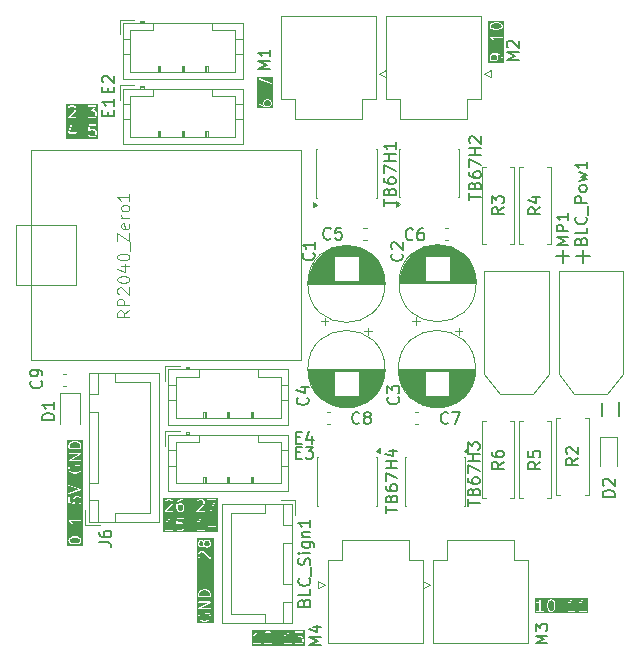
<source format=gbr>
%TF.GenerationSoftware,KiCad,Pcbnew,9.0.6*%
%TF.CreationDate,2026-01-30T21:11:36+09:00*%
%TF.ProjectId,v2_MotorDriver,76325f4d-6f74-46f7-9244-72697665722e,rev?*%
%TF.SameCoordinates,Original*%
%TF.FileFunction,Legend,Top*%
%TF.FilePolarity,Positive*%
%FSLAX46Y46*%
G04 Gerber Fmt 4.6, Leading zero omitted, Abs format (unit mm)*
G04 Created by KiCad (PCBNEW 9.0.6) date 2026-01-30 21:11:36*
%MOMM*%
%LPD*%
G01*
G04 APERTURE LIST*
%ADD10C,0.125000*%
%ADD11C,0.100000*%
%ADD12C,0.150000*%
%ADD13C,0.120000*%
G04 APERTURE END LIST*
D10*
G36*
X132678437Y-89859130D02*
G01*
X130002640Y-89859130D01*
X130002640Y-89356616D01*
X130156770Y-89356616D01*
X130161370Y-89365816D01*
X130161370Y-89376103D01*
X130171657Y-89386390D01*
X130178162Y-89399400D01*
X130187919Y-89402652D01*
X130195194Y-89409927D01*
X130219112Y-89414685D01*
X130632802Y-89414685D01*
X130632802Y-89685519D01*
X130637560Y-89709437D01*
X130671384Y-89743261D01*
X130719220Y-89743261D01*
X130753044Y-89709437D01*
X130757802Y-89685519D01*
X130757802Y-89414685D01*
X130838159Y-89414685D01*
X130862077Y-89409927D01*
X130895901Y-89376103D01*
X130895901Y-89328267D01*
X130862077Y-89294443D01*
X130838159Y-89289685D01*
X130757802Y-89289685D01*
X130757802Y-89155490D01*
X131871208Y-89155490D01*
X131873563Y-89179763D01*
X131875656Y-89182321D01*
X131875656Y-89185626D01*
X131890525Y-89200495D01*
X131903853Y-89216785D01*
X131907144Y-89217114D01*
X131909481Y-89219451D01*
X131930518Y-89219451D01*
X131951452Y-89221544D01*
X131954010Y-89219451D01*
X131957315Y-89219451D01*
X131977592Y-89205903D01*
X132018038Y-89165457D01*
X132091010Y-89128971D01*
X132299595Y-89128971D01*
X132372567Y-89165457D01*
X132405840Y-89198730D01*
X132442326Y-89271702D01*
X132442326Y-89480287D01*
X132405840Y-89553257D01*
X132372564Y-89586534D01*
X132299595Y-89623019D01*
X132091010Y-89623019D01*
X132018040Y-89586534D01*
X131977593Y-89546086D01*
X131957316Y-89532538D01*
X131909481Y-89532537D01*
X131875656Y-89566362D01*
X131875655Y-89614197D01*
X131889203Y-89634474D01*
X131936822Y-89682094D01*
X131945150Y-89687658D01*
X131953066Y-89693802D01*
X132048304Y-89741421D01*
X132051323Y-89742247D01*
X132052337Y-89743261D01*
X132062164Y-89745215D01*
X132071825Y-89747861D01*
X132073183Y-89747408D01*
X132076255Y-89748019D01*
X132314350Y-89748019D01*
X132317421Y-89747408D01*
X132318780Y-89747861D01*
X132328440Y-89745215D01*
X132338268Y-89743261D01*
X132339281Y-89742247D01*
X132342301Y-89741421D01*
X132437539Y-89693802D01*
X132445454Y-89687658D01*
X132453783Y-89682094D01*
X132501402Y-89634474D01*
X132506965Y-89626146D01*
X132513109Y-89618231D01*
X132560728Y-89522993D01*
X132561554Y-89519973D01*
X132562568Y-89518960D01*
X132564522Y-89509132D01*
X132567168Y-89499472D01*
X132566715Y-89498113D01*
X132567326Y-89495042D01*
X132567326Y-89256947D01*
X132566715Y-89253875D01*
X132567168Y-89252517D01*
X132564522Y-89242856D01*
X132562568Y-89233029D01*
X132561554Y-89232015D01*
X132560728Y-89228996D01*
X132513109Y-89133758D01*
X132506961Y-89125836D01*
X132501401Y-89117515D01*
X132453782Y-89069896D01*
X132445460Y-89064335D01*
X132437539Y-89058188D01*
X132342301Y-89010569D01*
X132339281Y-89009742D01*
X132338268Y-89008729D01*
X132328440Y-89006774D01*
X132318780Y-89004129D01*
X132317421Y-89004581D01*
X132314350Y-89003971D01*
X132076255Y-89003971D01*
X132073183Y-89004581D01*
X132071825Y-89004129D01*
X132062164Y-89006774D01*
X132052337Y-89008729D01*
X132051323Y-89009742D01*
X132048304Y-89010569D01*
X132009377Y-89030032D01*
X132037579Y-88748019D01*
X132457207Y-88748019D01*
X132481125Y-88743261D01*
X132514949Y-88709437D01*
X132514949Y-88661601D01*
X132481125Y-88627777D01*
X132457207Y-88623019D01*
X131981017Y-88623019D01*
X131966062Y-88625993D01*
X131962963Y-88625684D01*
X131961466Y-88626908D01*
X131957099Y-88627777D01*
X131942224Y-88642651D01*
X131925941Y-88655974D01*
X131924641Y-88660234D01*
X131923275Y-88661601D01*
X131923275Y-88664715D01*
X131918827Y-88679300D01*
X131871208Y-89155490D01*
X130757802Y-89155490D01*
X130757802Y-89018852D01*
X130753044Y-88994934D01*
X130719220Y-88961110D01*
X130671384Y-88961110D01*
X130637560Y-88994934D01*
X130632802Y-89018852D01*
X130632802Y-89289685D01*
X130305826Y-89289685D01*
X130516500Y-88657665D01*
X130519549Y-88633469D01*
X130498157Y-88590685D01*
X130452776Y-88575558D01*
X130409992Y-88596950D01*
X130397914Y-88618136D01*
X130159819Y-89332421D01*
X130156770Y-89356616D01*
X130002640Y-89356616D01*
X130002640Y-88051657D01*
X130113751Y-88051657D01*
X130113751Y-88099493D01*
X130147575Y-88133317D01*
X130171493Y-88138075D01*
X130790540Y-88138075D01*
X130814458Y-88133317D01*
X130848282Y-88099493D01*
X130848282Y-88051657D01*
X130814458Y-88017833D01*
X130790540Y-88013075D01*
X130322381Y-88013075D01*
X130331203Y-88004253D01*
X131828036Y-88004253D01*
X131841584Y-88024530D01*
X131889203Y-88072150D01*
X131897531Y-88077714D01*
X131905447Y-88083858D01*
X132000685Y-88131477D01*
X132003704Y-88132303D01*
X132004718Y-88133317D01*
X132014545Y-88135271D01*
X132024206Y-88137917D01*
X132025564Y-88137464D01*
X132028636Y-88138075D01*
X132314350Y-88138075D01*
X132317421Y-88137464D01*
X132318780Y-88137917D01*
X132328440Y-88135271D01*
X132338268Y-88133317D01*
X132339281Y-88132303D01*
X132342301Y-88131477D01*
X132437539Y-88083858D01*
X132445454Y-88077714D01*
X132453783Y-88072150D01*
X132501402Y-88024530D01*
X132506965Y-88016202D01*
X132513109Y-88008287D01*
X132560728Y-87913049D01*
X132561554Y-87910029D01*
X132562568Y-87909016D01*
X132564522Y-87899188D01*
X132567168Y-87889528D01*
X132566715Y-87888169D01*
X132567326Y-87885098D01*
X132567326Y-87647003D01*
X132566715Y-87643931D01*
X132567168Y-87642573D01*
X132564522Y-87632912D01*
X132562568Y-87623085D01*
X132561554Y-87622071D01*
X132560728Y-87619052D01*
X132513109Y-87523814D01*
X132506961Y-87515892D01*
X132501401Y-87507571D01*
X132453782Y-87459952D01*
X132445460Y-87454391D01*
X132437539Y-87448244D01*
X132342301Y-87400625D01*
X132339281Y-87399798D01*
X132338268Y-87398785D01*
X132328440Y-87396830D01*
X132318780Y-87394185D01*
X132317421Y-87394637D01*
X132314350Y-87394027D01*
X132309229Y-87394027D01*
X132551862Y-87116731D01*
X132560729Y-87101331D01*
X132562568Y-87099493D01*
X132562568Y-87098138D01*
X132564031Y-87095598D01*
X132562568Y-87073647D01*
X132562568Y-87051657D01*
X132560997Y-87050086D01*
X132560850Y-87047870D01*
X132544301Y-87033390D01*
X132528744Y-87017833D01*
X132525866Y-87017260D01*
X132524849Y-87016370D01*
X132522257Y-87016542D01*
X132504826Y-87013075D01*
X131885779Y-87013075D01*
X131861861Y-87017833D01*
X131828037Y-87051657D01*
X131828037Y-87099493D01*
X131861861Y-87133317D01*
X131885779Y-87138075D01*
X132367090Y-87138075D01*
X132124457Y-87415370D01*
X132115589Y-87430770D01*
X132113751Y-87432609D01*
X132113751Y-87433963D01*
X132112288Y-87436504D01*
X132113751Y-87458454D01*
X132113751Y-87480445D01*
X132115321Y-87482015D01*
X132115469Y-87484232D01*
X132132017Y-87498711D01*
X132147575Y-87514269D01*
X132150452Y-87514841D01*
X132151470Y-87515732D01*
X132154061Y-87515559D01*
X132171493Y-87519027D01*
X132299595Y-87519027D01*
X132372567Y-87555513D01*
X132405840Y-87588786D01*
X132442326Y-87661758D01*
X132442326Y-87870343D01*
X132405840Y-87943313D01*
X132372564Y-87976590D01*
X132299595Y-88013075D01*
X132043391Y-88013075D01*
X131970421Y-87976590D01*
X131929974Y-87936142D01*
X131909697Y-87922594D01*
X131861862Y-87922593D01*
X131828037Y-87956418D01*
X131828036Y-88004253D01*
X130331203Y-88004253D01*
X130787115Y-87548340D01*
X130788854Y-87545736D01*
X130790136Y-87545096D01*
X130795098Y-87536391D01*
X130800663Y-87528063D01*
X130800663Y-87526630D01*
X130802214Y-87523910D01*
X130849833Y-87381054D01*
X130851085Y-87371113D01*
X130853040Y-87361289D01*
X130853040Y-87266051D01*
X130852429Y-87262979D01*
X130852882Y-87261621D01*
X130850236Y-87251960D01*
X130848282Y-87242133D01*
X130847268Y-87241119D01*
X130846442Y-87238100D01*
X130798823Y-87142862D01*
X130792675Y-87134940D01*
X130787115Y-87126619D01*
X130739496Y-87079000D01*
X130731174Y-87073439D01*
X130723253Y-87067292D01*
X130628015Y-87019673D01*
X130624995Y-87018846D01*
X130623982Y-87017833D01*
X130614154Y-87015878D01*
X130604494Y-87013233D01*
X130603135Y-87013685D01*
X130600064Y-87013075D01*
X130361969Y-87013075D01*
X130358897Y-87013685D01*
X130357539Y-87013233D01*
X130347878Y-87015878D01*
X130338051Y-87017833D01*
X130337037Y-87018846D01*
X130334018Y-87019673D01*
X130238780Y-87067292D01*
X130230858Y-87073439D01*
X130222537Y-87079000D01*
X130174918Y-87126619D01*
X130161370Y-87146896D01*
X130161370Y-87194730D01*
X130195195Y-87228555D01*
X130243029Y-87228555D01*
X130263306Y-87215007D01*
X130303752Y-87174561D01*
X130376724Y-87138075D01*
X130585309Y-87138075D01*
X130658281Y-87174561D01*
X130691554Y-87207834D01*
X130728040Y-87280806D01*
X130728040Y-87351146D01*
X130688293Y-87470385D01*
X130127299Y-88031381D01*
X130113753Y-88051654D01*
X130113751Y-88051657D01*
X130002640Y-88051657D01*
X130002640Y-86901964D01*
X132678437Y-86901964D01*
X132678437Y-89859130D01*
G37*
D11*
G36*
X150200652Y-132773930D02*
G01*
X145688080Y-132773930D01*
X145688080Y-131902078D01*
X145799191Y-131902078D01*
X145816305Y-131936306D01*
X145852610Y-131948407D01*
X145871426Y-131943254D01*
X145966663Y-131895636D01*
X145972996Y-131890720D01*
X145979658Y-131886269D01*
X146074896Y-131791031D01*
X146077644Y-131786917D01*
X146081144Y-131783411D01*
X146084779Y-131777958D01*
X146084779Y-132562819D01*
X145849065Y-132562819D01*
X145829931Y-132566625D01*
X145802871Y-132593685D01*
X145802871Y-132631953D01*
X145829931Y-132659013D01*
X145849065Y-132662819D01*
X146420493Y-132662819D01*
X146439627Y-132659013D01*
X146466687Y-132631953D01*
X146466687Y-132593685D01*
X146707633Y-132593685D01*
X146707633Y-132631953D01*
X146734693Y-132659013D01*
X146753827Y-132662819D01*
X147372874Y-132662819D01*
X147392008Y-132659013D01*
X147419068Y-132631953D01*
X147419068Y-132593685D01*
X147392008Y-132566625D01*
X147372874Y-132562819D01*
X146874537Y-132562819D01*
X147360610Y-132076745D01*
X147362000Y-132074663D01*
X147363028Y-132074150D01*
X147366998Y-132067184D01*
X147371449Y-132060524D01*
X147371449Y-132059376D01*
X147372689Y-132057201D01*
X147420308Y-131914345D01*
X147421310Y-131906394D01*
X147422169Y-131902078D01*
X148465858Y-131902078D01*
X148482972Y-131936306D01*
X148519277Y-131948407D01*
X148538093Y-131943254D01*
X148633330Y-131895636D01*
X148639663Y-131890720D01*
X148646325Y-131886269D01*
X148741563Y-131791031D01*
X148744311Y-131786917D01*
X148747811Y-131783411D01*
X148751446Y-131777958D01*
X148751446Y-132562819D01*
X148515732Y-132562819D01*
X148496598Y-132566625D01*
X148469538Y-132593685D01*
X148469538Y-132631953D01*
X148496598Y-132659013D01*
X148515732Y-132662819D01*
X149087160Y-132662819D01*
X149106294Y-132659013D01*
X149133354Y-132631953D01*
X149133354Y-132593685D01*
X149106294Y-132566625D01*
X149087160Y-132562819D01*
X148851446Y-132562819D01*
X148851446Y-131612819D01*
X148847640Y-131593685D01*
X149374300Y-131593685D01*
X149374300Y-131631953D01*
X149401360Y-131659013D01*
X149420494Y-131662819D01*
X149929353Y-131662819D01*
X149668579Y-131960846D01*
X149661484Y-131973166D01*
X149660014Y-131974637D01*
X149660014Y-131975720D01*
X149658844Y-131977752D01*
X149660014Y-131995306D01*
X149660014Y-132012905D01*
X149661270Y-132014161D01*
X149661389Y-132015936D01*
X149674633Y-132027524D01*
X149687074Y-132039965D01*
X149689374Y-132040422D01*
X149690189Y-132041135D01*
X149692261Y-132040996D01*
X149706208Y-132043771D01*
X149837262Y-132043771D01*
X149914685Y-132082482D01*
X149950829Y-132118627D01*
X149989541Y-132196050D01*
X149989541Y-132410538D01*
X149950829Y-132487961D01*
X149914683Y-132524108D01*
X149837262Y-132562819D01*
X149575155Y-132562819D01*
X149497732Y-132524108D01*
X149455850Y-132482225D01*
X149439629Y-132471386D01*
X149401360Y-132471386D01*
X149374300Y-132498445D01*
X149374300Y-132536714D01*
X149385138Y-132552935D01*
X149432757Y-132600555D01*
X149439423Y-132605009D01*
X149445752Y-132609921D01*
X149540990Y-132657540D01*
X149543405Y-132658201D01*
X149544217Y-132659013D01*
X149552078Y-132660576D01*
X149559806Y-132662693D01*
X149560894Y-132662330D01*
X149563351Y-132662819D01*
X149849065Y-132662819D01*
X149851521Y-132662330D01*
X149852610Y-132662693D01*
X149860337Y-132660576D01*
X149868199Y-132659013D01*
X149869010Y-132658201D01*
X149871426Y-132657540D01*
X149966663Y-132609922D01*
X149972990Y-132605011D01*
X149979659Y-132600555D01*
X150027278Y-132552935D01*
X150031731Y-132546269D01*
X150036643Y-132539941D01*
X150084262Y-132444703D01*
X150084923Y-132442287D01*
X150085735Y-132441476D01*
X150087298Y-132433614D01*
X150089415Y-132425887D01*
X150089052Y-132424798D01*
X150089541Y-132422342D01*
X150089541Y-132184247D01*
X150089052Y-132181790D01*
X150089415Y-132180702D01*
X150087298Y-132172974D01*
X150085735Y-132165113D01*
X150084923Y-132164301D01*
X150084262Y-132161886D01*
X150036643Y-132066648D01*
X150031731Y-132060319D01*
X150027277Y-132053653D01*
X149979658Y-132006035D01*
X149972996Y-132001583D01*
X149966663Y-131996668D01*
X149871426Y-131949050D01*
X149869010Y-131948388D01*
X149868199Y-131947577D01*
X149860337Y-131946013D01*
X149852610Y-131943897D01*
X149851521Y-131944259D01*
X149849065Y-131943771D01*
X149816396Y-131943771D01*
X150077170Y-131645744D01*
X150084264Y-131633423D01*
X150085735Y-131631953D01*
X150085735Y-131630869D01*
X150086905Y-131628838D01*
X150085735Y-131611283D01*
X150085735Y-131593685D01*
X150084478Y-131592428D01*
X150084360Y-131590654D01*
X150071115Y-131579065D01*
X150058675Y-131566625D01*
X150056374Y-131566167D01*
X150055560Y-131565455D01*
X150053487Y-131565593D01*
X150039541Y-131562819D01*
X149420494Y-131562819D01*
X149401360Y-131566625D01*
X149374300Y-131593685D01*
X148847640Y-131593685D01*
X148843999Y-131590044D01*
X148842990Y-131584997D01*
X148830874Y-131576919D01*
X148820580Y-131566625D01*
X148815434Y-131566625D01*
X148811150Y-131563769D01*
X148796872Y-131566625D01*
X148782312Y-131566625D01*
X148778671Y-131570265D01*
X148773624Y-131571275D01*
X148759844Y-131585084D01*
X148667349Y-131723824D01*
X148581353Y-131809821D01*
X148493371Y-131853812D01*
X148477959Y-131865773D01*
X148465858Y-131902078D01*
X147422169Y-131902078D01*
X147422874Y-131898533D01*
X147422874Y-131803295D01*
X147422385Y-131800838D01*
X147422748Y-131799750D01*
X147420631Y-131792022D01*
X147419068Y-131784161D01*
X147418256Y-131783349D01*
X147417595Y-131780934D01*
X147369976Y-131685696D01*
X147365064Y-131679367D01*
X147360610Y-131672701D01*
X147312991Y-131625083D01*
X147306329Y-131620631D01*
X147299996Y-131615716D01*
X147204759Y-131568098D01*
X147202343Y-131567436D01*
X147201532Y-131566625D01*
X147193670Y-131565061D01*
X147185943Y-131562945D01*
X147184854Y-131563307D01*
X147182398Y-131562819D01*
X146944303Y-131562819D01*
X146941846Y-131563307D01*
X146940758Y-131562945D01*
X146933030Y-131565061D01*
X146925169Y-131566625D01*
X146924357Y-131567436D01*
X146921942Y-131568098D01*
X146826704Y-131615717D01*
X146820375Y-131620628D01*
X146813709Y-131625083D01*
X146766091Y-131672702D01*
X146755252Y-131688923D01*
X146755252Y-131727191D01*
X146782312Y-131754251D01*
X146820580Y-131754251D01*
X146836801Y-131743412D01*
X146878683Y-131701530D01*
X146956107Y-131662819D01*
X147170595Y-131662819D01*
X147248018Y-131701530D01*
X147284162Y-131737675D01*
X147322874Y-131815098D01*
X147322874Y-131890420D01*
X147281553Y-132014381D01*
X146718472Y-132577464D01*
X146707633Y-132593685D01*
X146466687Y-132593685D01*
X146439627Y-132566625D01*
X146420493Y-132562819D01*
X146184779Y-132562819D01*
X146184779Y-131612819D01*
X146180973Y-131593685D01*
X146177332Y-131590044D01*
X146176323Y-131584997D01*
X146164207Y-131576919D01*
X146153913Y-131566625D01*
X146148767Y-131566625D01*
X146144483Y-131563769D01*
X146130205Y-131566625D01*
X146115645Y-131566625D01*
X146112004Y-131570265D01*
X146106957Y-131571275D01*
X146093177Y-131585084D01*
X146000682Y-131723824D01*
X145914686Y-131809821D01*
X145826704Y-131853812D01*
X145811292Y-131865773D01*
X145799191Y-131902078D01*
X145688080Y-131902078D01*
X145688080Y-131451708D01*
X150200652Y-131451708D01*
X150200652Y-132773930D01*
G37*
G36*
X141958472Y-128134263D02*
G01*
X142041542Y-128175798D01*
X142122699Y-128256954D01*
X142164019Y-128380914D01*
X142164019Y-128560896D01*
X141264019Y-128560896D01*
X141264019Y-128380914D01*
X141305339Y-128256952D01*
X141386492Y-128175799D01*
X141469566Y-128134262D01*
X141648745Y-128089468D01*
X141779292Y-128089468D01*
X141958472Y-128134263D01*
G37*
G36*
X141517734Y-123937702D02*
G01*
X141553878Y-123973847D01*
X141592590Y-124051270D01*
X141592590Y-124218139D01*
X141553878Y-124295562D01*
X141517734Y-124331707D01*
X141440311Y-124370419D01*
X141416299Y-124370419D01*
X141338875Y-124331707D01*
X141302730Y-124295563D01*
X141264019Y-124218140D01*
X141264019Y-124051270D01*
X141302730Y-123973846D01*
X141338875Y-123937702D01*
X141416299Y-123898991D01*
X141440311Y-123898991D01*
X141517734Y-123937702D01*
G37*
G36*
X142089161Y-123937702D02*
G01*
X142125308Y-123973848D01*
X142164019Y-124051270D01*
X142164019Y-124218139D01*
X142125308Y-124295561D01*
X142089161Y-124331707D01*
X142011739Y-124370419D01*
X141844870Y-124370419D01*
X141767446Y-124331707D01*
X141731301Y-124295563D01*
X141692590Y-124218140D01*
X141692590Y-124051270D01*
X141731301Y-123973846D01*
X141767446Y-123937702D01*
X141844870Y-123898991D01*
X142011739Y-123898991D01*
X142089161Y-123937702D01*
G37*
G36*
X142470368Y-130867245D02*
G01*
X141052908Y-130867245D01*
X141052908Y-130229944D01*
X141164019Y-130229944D01*
X141164019Y-130372801D01*
X141165582Y-130380663D01*
X141166585Y-130388612D01*
X141214204Y-130531469D01*
X141215444Y-130533644D01*
X141215444Y-130534792D01*
X141219897Y-130541456D01*
X141223865Y-130548417D01*
X141224891Y-130548930D01*
X141226283Y-130551013D01*
X141321521Y-130646251D01*
X141328180Y-130650701D01*
X141334515Y-130655617D01*
X141429753Y-130703236D01*
X141435034Y-130704682D01*
X141439987Y-130707022D01*
X141630463Y-130754641D01*
X141636580Y-130754938D01*
X141642590Y-130756134D01*
X141785447Y-130756134D01*
X141791456Y-130754938D01*
X141797574Y-130754641D01*
X141988050Y-130707022D01*
X141993002Y-130704682D01*
X141998284Y-130703236D01*
X142093521Y-130655618D01*
X142099849Y-130650706D01*
X142106516Y-130646252D01*
X142201755Y-130551013D01*
X142203145Y-130548931D01*
X142204173Y-130548418D01*
X142208143Y-130541452D01*
X142212594Y-130534792D01*
X142212594Y-130533644D01*
X142213834Y-130531469D01*
X142261453Y-130388613D01*
X142262455Y-130380662D01*
X142264019Y-130372801D01*
X142264019Y-130277563D01*
X142262455Y-130269701D01*
X142261453Y-130261751D01*
X142213834Y-130118895D01*
X142212594Y-130116719D01*
X142212594Y-130115571D01*
X142208139Y-130108904D01*
X142204173Y-130101946D01*
X142203146Y-130101432D01*
X142201755Y-130099350D01*
X142154135Y-130051731D01*
X142137914Y-130040893D01*
X142118780Y-130037087D01*
X141785447Y-130037087D01*
X141766313Y-130040893D01*
X141739253Y-130067953D01*
X141735447Y-130087087D01*
X141735447Y-130277563D01*
X141739253Y-130296697D01*
X141766313Y-130323757D01*
X141804581Y-130323757D01*
X141831641Y-130296697D01*
X141835447Y-130277563D01*
X141835447Y-130137087D01*
X142098069Y-130137087D01*
X142122699Y-130161716D01*
X142164019Y-130285676D01*
X142164019Y-130364688D01*
X142122699Y-130488647D01*
X142041542Y-130569803D01*
X141958472Y-130611339D01*
X141779292Y-130656134D01*
X141648745Y-130656134D01*
X141469566Y-130611339D01*
X141386492Y-130569802D01*
X141305339Y-130488649D01*
X141264019Y-130364687D01*
X141264019Y-130241747D01*
X141306359Y-130157067D01*
X141311512Y-130138251D01*
X141299410Y-130101946D01*
X141265182Y-130084832D01*
X141228878Y-130096934D01*
X141216916Y-130112346D01*
X141169298Y-130207583D01*
X141168636Y-130209998D01*
X141167825Y-130210810D01*
X141166261Y-130218671D01*
X141164145Y-130226399D01*
X141164507Y-130227487D01*
X141164019Y-130229944D01*
X141052908Y-130229944D01*
X141052908Y-129664821D01*
X141164418Y-129664821D01*
X141167825Y-129670783D01*
X141167825Y-129677649D01*
X141176978Y-129686802D01*
X141183404Y-129698047D01*
X141190030Y-129699854D01*
X141194885Y-129704709D01*
X141214019Y-129708515D01*
X142214019Y-129708515D01*
X142233153Y-129704709D01*
X142260213Y-129677649D01*
X142260213Y-129639381D01*
X142233153Y-129612321D01*
X142214019Y-129608515D01*
X141402297Y-129608515D01*
X142238826Y-129130499D01*
X142253551Y-129117701D01*
X142255357Y-129111076D01*
X142260213Y-129106221D01*
X142260213Y-129093273D01*
X142263620Y-129080781D01*
X142260213Y-129074818D01*
X142260213Y-129067953D01*
X142251059Y-129058799D01*
X142244634Y-129047555D01*
X142238007Y-129045747D01*
X142233153Y-129040893D01*
X142214019Y-129037087D01*
X141214019Y-129037087D01*
X141194885Y-129040893D01*
X141167825Y-129067953D01*
X141167825Y-129106221D01*
X141194885Y-129133281D01*
X141214019Y-129137087D01*
X142025741Y-129137087D01*
X141189212Y-129615103D01*
X141174487Y-129627900D01*
X141172679Y-129634526D01*
X141167825Y-129639381D01*
X141167825Y-129652328D01*
X141164418Y-129664821D01*
X141052908Y-129664821D01*
X141052908Y-128372801D01*
X141164019Y-128372801D01*
X141164019Y-128610896D01*
X141167825Y-128630030D01*
X141194885Y-128657090D01*
X141214019Y-128660896D01*
X142214019Y-128660896D01*
X142233153Y-128657090D01*
X142260213Y-128630030D01*
X142264019Y-128610896D01*
X142264019Y-128372801D01*
X142262455Y-128364939D01*
X142261453Y-128356989D01*
X142213834Y-128214133D01*
X142212594Y-128211957D01*
X142212594Y-128210810D01*
X142208143Y-128204149D01*
X142204173Y-128197184D01*
X142203145Y-128196670D01*
X142201755Y-128194589D01*
X142106516Y-128099350D01*
X142099849Y-128094895D01*
X142093521Y-128089984D01*
X141998284Y-128042366D01*
X141993002Y-128040919D01*
X141988050Y-128038580D01*
X141797574Y-127990961D01*
X141791456Y-127990663D01*
X141785447Y-127989468D01*
X141642590Y-127989468D01*
X141636580Y-127990663D01*
X141630463Y-127990961D01*
X141439987Y-128038580D01*
X141435034Y-128040919D01*
X141429753Y-128042366D01*
X141334515Y-128089985D01*
X141328180Y-128094900D01*
X141321521Y-128099351D01*
X141226283Y-128194589D01*
X141224891Y-128196671D01*
X141223865Y-128197185D01*
X141219897Y-128204145D01*
X141215444Y-128210810D01*
X141215444Y-128211957D01*
X141214204Y-128214133D01*
X141166585Y-128356990D01*
X141165582Y-128364938D01*
X141164019Y-128372801D01*
X141052908Y-128372801D01*
X141052908Y-126325182D01*
X142259257Y-126325182D01*
X142259257Y-127087087D01*
X142263063Y-127106221D01*
X142290123Y-127133281D01*
X142328391Y-127133281D01*
X142355451Y-127106221D01*
X142359257Y-127087087D01*
X142359257Y-126325182D01*
X142355451Y-126306048D01*
X142328391Y-126278988D01*
X142290123Y-126278988D01*
X142263063Y-126306048D01*
X142259257Y-126325182D01*
X141052908Y-126325182D01*
X141052908Y-124991848D01*
X141164019Y-124991848D01*
X141164019Y-125229943D01*
X141164507Y-125232399D01*
X141164145Y-125233488D01*
X141166261Y-125241215D01*
X141167825Y-125249077D01*
X141168636Y-125249888D01*
X141169298Y-125252304D01*
X141216916Y-125347541D01*
X141221831Y-125353874D01*
X141226283Y-125360536D01*
X141273901Y-125408155D01*
X141290122Y-125418994D01*
X141328391Y-125418994D01*
X141355451Y-125391934D01*
X141355451Y-125353665D01*
X141344612Y-125337444D01*
X141302730Y-125295563D01*
X141264019Y-125218140D01*
X141264019Y-125003651D01*
X141302730Y-124926227D01*
X141338875Y-124890083D01*
X141416299Y-124851372D01*
X141491620Y-124851372D01*
X141615581Y-124892692D01*
X142178664Y-125455774D01*
X142194885Y-125466613D01*
X142233153Y-125466613D01*
X142260213Y-125439553D01*
X142264019Y-125420419D01*
X142264019Y-124801372D01*
X142260213Y-124782238D01*
X142233153Y-124755178D01*
X142194885Y-124755178D01*
X142167825Y-124782238D01*
X142164019Y-124801372D01*
X142164019Y-125299709D01*
X141677945Y-124813636D01*
X141675862Y-124812244D01*
X141675349Y-124811218D01*
X141668388Y-124807250D01*
X141661724Y-124802797D01*
X141660576Y-124802797D01*
X141658401Y-124801557D01*
X141515544Y-124753938D01*
X141507595Y-124752935D01*
X141499733Y-124751372D01*
X141404495Y-124751372D01*
X141402038Y-124751860D01*
X141400950Y-124751498D01*
X141393222Y-124753614D01*
X141385361Y-124755178D01*
X141384549Y-124755989D01*
X141382134Y-124756651D01*
X141286896Y-124804270D01*
X141280567Y-124809181D01*
X141273901Y-124813636D01*
X141226283Y-124861255D01*
X141221831Y-124867916D01*
X141216916Y-124874250D01*
X141169298Y-124969487D01*
X141168636Y-124971902D01*
X141167825Y-124972714D01*
X141166261Y-124980575D01*
X141164145Y-124988303D01*
X141164507Y-124989391D01*
X141164019Y-124991848D01*
X141052908Y-124991848D01*
X141052908Y-124039467D01*
X141164019Y-124039467D01*
X141164019Y-124229943D01*
X141164507Y-124232399D01*
X141164145Y-124233488D01*
X141166261Y-124241215D01*
X141167825Y-124249077D01*
X141168636Y-124249888D01*
X141169298Y-124252304D01*
X141216916Y-124347541D01*
X141221831Y-124353874D01*
X141226283Y-124360536D01*
X141273901Y-124408155D01*
X141280567Y-124412609D01*
X141286896Y-124417521D01*
X141382134Y-124465140D01*
X141384549Y-124465801D01*
X141385361Y-124466613D01*
X141393222Y-124468176D01*
X141400950Y-124470293D01*
X141402038Y-124469930D01*
X141404495Y-124470419D01*
X141452114Y-124470419D01*
X141454570Y-124469930D01*
X141455659Y-124470293D01*
X141463386Y-124468176D01*
X141471248Y-124466613D01*
X141472059Y-124465801D01*
X141474475Y-124465140D01*
X141569712Y-124417522D01*
X141576045Y-124412606D01*
X141582707Y-124408155D01*
X141630326Y-124360537D01*
X141634780Y-124353870D01*
X141639692Y-124347542D01*
X141642589Y-124341746D01*
X141645487Y-124347541D01*
X141650402Y-124353874D01*
X141654854Y-124360536D01*
X141702472Y-124408155D01*
X141709138Y-124412609D01*
X141715467Y-124417521D01*
X141810705Y-124465140D01*
X141813120Y-124465801D01*
X141813932Y-124466613D01*
X141821793Y-124468176D01*
X141829521Y-124470293D01*
X141830609Y-124469930D01*
X141833066Y-124470419D01*
X142023542Y-124470419D01*
X142025998Y-124469930D01*
X142027087Y-124470293D01*
X142034814Y-124468176D01*
X142042676Y-124466613D01*
X142043487Y-124465801D01*
X142045903Y-124465140D01*
X142141140Y-124417522D01*
X142147468Y-124412610D01*
X142154135Y-124408156D01*
X142201755Y-124360537D01*
X142206209Y-124353870D01*
X142211121Y-124347542D01*
X142258740Y-124252304D01*
X142259401Y-124249888D01*
X142260213Y-124249077D01*
X142261776Y-124241215D01*
X142263893Y-124233488D01*
X142263530Y-124232399D01*
X142264019Y-124229943D01*
X142264019Y-124039467D01*
X142263530Y-124037010D01*
X142263893Y-124035922D01*
X142261776Y-124028194D01*
X142260213Y-124020333D01*
X142259401Y-124019521D01*
X142258740Y-124017106D01*
X142211121Y-123921868D01*
X142206209Y-123915539D01*
X142201755Y-123908873D01*
X142154135Y-123861254D01*
X142147468Y-123856799D01*
X142141140Y-123851888D01*
X142045903Y-123804270D01*
X142043487Y-123803608D01*
X142042676Y-123802797D01*
X142034814Y-123801233D01*
X142027087Y-123799117D01*
X142025998Y-123799479D01*
X142023542Y-123798991D01*
X141833066Y-123798991D01*
X141830609Y-123799479D01*
X141829521Y-123799117D01*
X141821793Y-123801233D01*
X141813932Y-123802797D01*
X141813120Y-123803608D01*
X141810705Y-123804270D01*
X141715467Y-123851889D01*
X141709138Y-123856800D01*
X141702472Y-123861255D01*
X141654854Y-123908874D01*
X141650402Y-123915535D01*
X141645487Y-123921869D01*
X141642589Y-123927663D01*
X141639692Y-123921868D01*
X141634780Y-123915539D01*
X141630326Y-123908873D01*
X141582707Y-123861255D01*
X141576045Y-123856803D01*
X141569712Y-123851888D01*
X141474475Y-123804270D01*
X141472059Y-123803608D01*
X141471248Y-123802797D01*
X141463386Y-123801233D01*
X141455659Y-123799117D01*
X141454570Y-123799479D01*
X141452114Y-123798991D01*
X141404495Y-123798991D01*
X141402038Y-123799479D01*
X141400950Y-123799117D01*
X141393222Y-123801233D01*
X141385361Y-123802797D01*
X141384549Y-123803608D01*
X141382134Y-123804270D01*
X141286896Y-123851889D01*
X141280567Y-123856800D01*
X141273901Y-123861255D01*
X141226283Y-123908874D01*
X141221831Y-123915535D01*
X141216916Y-123921869D01*
X141169298Y-124017106D01*
X141168636Y-124019521D01*
X141167825Y-124020333D01*
X141166261Y-124028194D01*
X141164145Y-124035922D01*
X141164507Y-124037010D01*
X141164019Y-124039467D01*
X141052908Y-124039467D01*
X141052908Y-123687880D01*
X142470368Y-123687880D01*
X142470368Y-130867245D01*
G37*
G36*
X131033291Y-123676301D02*
G01*
X131116361Y-123717836D01*
X131152508Y-123753982D01*
X131191219Y-123831404D01*
X131191219Y-123903035D01*
X131152508Y-123980457D01*
X131116361Y-124016603D01*
X131033291Y-124058139D01*
X130854111Y-124102934D01*
X130628326Y-124102934D01*
X130449147Y-124058139D01*
X130366075Y-124016603D01*
X130329930Y-123980459D01*
X130291219Y-123903036D01*
X130291219Y-123831404D01*
X130329930Y-123753980D01*
X130366075Y-123717836D01*
X130449147Y-123676300D01*
X130628326Y-123631506D01*
X130854111Y-123631506D01*
X131033291Y-123676301D01*
G37*
G36*
X130985672Y-115581062D02*
G01*
X131068742Y-115622597D01*
X131149899Y-115703753D01*
X131191219Y-115827713D01*
X131191219Y-116007695D01*
X130291219Y-116007695D01*
X130291219Y-115827713D01*
X130332539Y-115703751D01*
X130413692Y-115622598D01*
X130496766Y-115581061D01*
X130675945Y-115536267D01*
X130806492Y-115536267D01*
X130985672Y-115581062D01*
G37*
G36*
X131402330Y-124314045D02*
G01*
X130080108Y-124314045D01*
X130080108Y-123819601D01*
X130191219Y-123819601D01*
X130191219Y-123914839D01*
X130191707Y-123917295D01*
X130191345Y-123918384D01*
X130193461Y-123926111D01*
X130195025Y-123933973D01*
X130195836Y-123934784D01*
X130196498Y-123937200D01*
X130244116Y-124032437D01*
X130249031Y-124038770D01*
X130253483Y-124045432D01*
X130301101Y-124093051D01*
X130307767Y-124097505D01*
X130314096Y-124102417D01*
X130409334Y-124150036D01*
X130414615Y-124151482D01*
X130419568Y-124153822D01*
X130610044Y-124201441D01*
X130616161Y-124201738D01*
X130622171Y-124202934D01*
X130860266Y-124202934D01*
X130866275Y-124201738D01*
X130872393Y-124201441D01*
X131062869Y-124153822D01*
X131067821Y-124151482D01*
X131073103Y-124150036D01*
X131168340Y-124102418D01*
X131174668Y-124097506D01*
X131181335Y-124093052D01*
X131228955Y-124045433D01*
X131233409Y-124038766D01*
X131238321Y-124032438D01*
X131285940Y-123937200D01*
X131286601Y-123934784D01*
X131287413Y-123933973D01*
X131288976Y-123926111D01*
X131291093Y-123918384D01*
X131290730Y-123917295D01*
X131291219Y-123914839D01*
X131291219Y-123819601D01*
X131290730Y-123817144D01*
X131291093Y-123816056D01*
X131288976Y-123808328D01*
X131287413Y-123800467D01*
X131286601Y-123799655D01*
X131285940Y-123797240D01*
X131238321Y-123702002D01*
X131233409Y-123695673D01*
X131228955Y-123689007D01*
X131181335Y-123641388D01*
X131174668Y-123636933D01*
X131168340Y-123632022D01*
X131073103Y-123584404D01*
X131067821Y-123582957D01*
X131062869Y-123580618D01*
X130872393Y-123532999D01*
X130866275Y-123532701D01*
X130860266Y-123531506D01*
X130622171Y-123531506D01*
X130616161Y-123532701D01*
X130610044Y-123532999D01*
X130419568Y-123580618D01*
X130414615Y-123582957D01*
X130409334Y-123584404D01*
X130314096Y-123632023D01*
X130307767Y-123636934D01*
X130301101Y-123641389D01*
X130253483Y-123689008D01*
X130249031Y-123695669D01*
X130244116Y-123702003D01*
X130196498Y-123797240D01*
X130195836Y-123799655D01*
X130195025Y-123800467D01*
X130193461Y-123808328D01*
X130191345Y-123816056D01*
X130191707Y-123817144D01*
X130191219Y-123819601D01*
X130080108Y-123819601D01*
X130080108Y-122143231D01*
X130192170Y-122143231D01*
X130195025Y-122157506D01*
X130195025Y-122172068D01*
X130198665Y-122175708D01*
X130199675Y-122180756D01*
X130213484Y-122194537D01*
X130352225Y-122287031D01*
X130438220Y-122373026D01*
X130482211Y-122461008D01*
X130494173Y-122476420D01*
X130530477Y-122488522D01*
X130564705Y-122471408D01*
X130576807Y-122435103D01*
X130571654Y-122416287D01*
X130524035Y-122321049D01*
X130519119Y-122314714D01*
X130514669Y-122308055D01*
X130419431Y-122212817D01*
X130415315Y-122210066D01*
X130411811Y-122206570D01*
X130406357Y-122202934D01*
X131191219Y-122202934D01*
X131191219Y-122438648D01*
X131195025Y-122457782D01*
X131222085Y-122484842D01*
X131260353Y-122484842D01*
X131287413Y-122457782D01*
X131291219Y-122438648D01*
X131291219Y-121867220D01*
X131287413Y-121848086D01*
X131260353Y-121821026D01*
X131222085Y-121821026D01*
X131195025Y-121848086D01*
X131191219Y-121867220D01*
X131191219Y-122102934D01*
X130241219Y-122102934D01*
X130222085Y-122106740D01*
X130218444Y-122110380D01*
X130213397Y-122111390D01*
X130205321Y-122123503D01*
X130195025Y-122133800D01*
X130195025Y-122138948D01*
X130192170Y-122143231D01*
X130080108Y-122143231D01*
X130080108Y-120200553D01*
X130191219Y-120200553D01*
X130191219Y-120676743D01*
X130193598Y-120688704D01*
X130193350Y-120691186D01*
X130194330Y-120692384D01*
X130195025Y-120695877D01*
X130206922Y-120707774D01*
X130217583Y-120720804D01*
X130220991Y-120721843D01*
X130222085Y-120722937D01*
X130224577Y-120722937D01*
X130236244Y-120726495D01*
X130712434Y-120774114D01*
X130731852Y-120772231D01*
X130733899Y-120770556D01*
X130736543Y-120770556D01*
X130748440Y-120758658D01*
X130761470Y-120747998D01*
X130761733Y-120745365D01*
X130763603Y-120743496D01*
X130763603Y-120726668D01*
X130765278Y-120709919D01*
X130763603Y-120707871D01*
X130763603Y-120705227D01*
X130752764Y-120689006D01*
X130710882Y-120647125D01*
X130672171Y-120569702D01*
X130672171Y-120355213D01*
X130710882Y-120277789D01*
X130747027Y-120241645D01*
X130824451Y-120202934D01*
X131038939Y-120202934D01*
X131116361Y-120241645D01*
X131152508Y-120277791D01*
X131191219Y-120355213D01*
X131191219Y-120569701D01*
X131152508Y-120647123D01*
X131110625Y-120689006D01*
X131099786Y-120705227D01*
X131099786Y-120743496D01*
X131126845Y-120770556D01*
X131165114Y-120770556D01*
X131181335Y-120759718D01*
X131228955Y-120712099D01*
X131233409Y-120705432D01*
X131238321Y-120699104D01*
X131285940Y-120603866D01*
X131286601Y-120601450D01*
X131287413Y-120600639D01*
X131288976Y-120592777D01*
X131291093Y-120585050D01*
X131290730Y-120583961D01*
X131291219Y-120581505D01*
X131291219Y-120343410D01*
X131290730Y-120340953D01*
X131291093Y-120339865D01*
X131288976Y-120332137D01*
X131287413Y-120324276D01*
X131286601Y-120323464D01*
X131285940Y-120321049D01*
X131238321Y-120225811D01*
X131233409Y-120219482D01*
X131228955Y-120212816D01*
X131181335Y-120165197D01*
X131174668Y-120160742D01*
X131168340Y-120155831D01*
X131073103Y-120108213D01*
X131070687Y-120107551D01*
X131069876Y-120106740D01*
X131062014Y-120105176D01*
X131054287Y-120103060D01*
X131053198Y-120103422D01*
X131050742Y-120102934D01*
X130812647Y-120102934D01*
X130810190Y-120103422D01*
X130809102Y-120103060D01*
X130801374Y-120105176D01*
X130793513Y-120106740D01*
X130792701Y-120107551D01*
X130790286Y-120108213D01*
X130695048Y-120155832D01*
X130688719Y-120160743D01*
X130682053Y-120165198D01*
X130634435Y-120212817D01*
X130629983Y-120219478D01*
X130625068Y-120225812D01*
X130577450Y-120321049D01*
X130576788Y-120323464D01*
X130575977Y-120324276D01*
X130574413Y-120332137D01*
X130572297Y-120339865D01*
X130572659Y-120340953D01*
X130572171Y-120343410D01*
X130572171Y-120581505D01*
X130572659Y-120583961D01*
X130572297Y-120585050D01*
X130574413Y-120592777D01*
X130575977Y-120600639D01*
X130576788Y-120601450D01*
X130577450Y-120603866D01*
X130607055Y-120663077D01*
X130291219Y-120631493D01*
X130291219Y-120200553D01*
X130287413Y-120181419D01*
X130260353Y-120154359D01*
X130222085Y-120154359D01*
X130195025Y-120181419D01*
X130191219Y-120200553D01*
X130080108Y-120200553D01*
X130080108Y-119204097D01*
X130191345Y-119204097D01*
X130208459Y-119238326D01*
X130225408Y-119247987D01*
X131083105Y-119533886D01*
X130225408Y-119819785D01*
X130208459Y-119829446D01*
X130191345Y-119863675D01*
X130203446Y-119899979D01*
X130237675Y-119917093D01*
X130257030Y-119914653D01*
X131257030Y-119581320D01*
X131273978Y-119571659D01*
X131275649Y-119568316D01*
X131278991Y-119566646D01*
X131284004Y-119551607D01*
X131291093Y-119537430D01*
X131289911Y-119533886D01*
X131291093Y-119530342D01*
X131284004Y-119516164D01*
X131278991Y-119501126D01*
X131275649Y-119499455D01*
X131273978Y-119496113D01*
X131257030Y-119486452D01*
X130257030Y-119153119D01*
X130237675Y-119150679D01*
X130203446Y-119167793D01*
X130191345Y-119204097D01*
X130080108Y-119204097D01*
X130080108Y-117676743D01*
X130191219Y-117676743D01*
X130191219Y-117819600D01*
X130192782Y-117827462D01*
X130193785Y-117835411D01*
X130241404Y-117978268D01*
X130242644Y-117980443D01*
X130242644Y-117981591D01*
X130247097Y-117988255D01*
X130251065Y-117995216D01*
X130252091Y-117995729D01*
X130253483Y-117997812D01*
X130348721Y-118093050D01*
X130355380Y-118097500D01*
X130361715Y-118102416D01*
X130456953Y-118150035D01*
X130462234Y-118151481D01*
X130467187Y-118153821D01*
X130657663Y-118201440D01*
X130663780Y-118201737D01*
X130669790Y-118202933D01*
X130812647Y-118202933D01*
X130818656Y-118201737D01*
X130824774Y-118201440D01*
X131015250Y-118153821D01*
X131020202Y-118151481D01*
X131025484Y-118150035D01*
X131120721Y-118102417D01*
X131127049Y-118097505D01*
X131133716Y-118093051D01*
X131228955Y-117997812D01*
X131230345Y-117995730D01*
X131231373Y-117995217D01*
X131235343Y-117988251D01*
X131239794Y-117981591D01*
X131239794Y-117980443D01*
X131241034Y-117978268D01*
X131288653Y-117835412D01*
X131289655Y-117827461D01*
X131291219Y-117819600D01*
X131291219Y-117724362D01*
X131289655Y-117716500D01*
X131288653Y-117708550D01*
X131241034Y-117565694D01*
X131239794Y-117563518D01*
X131239794Y-117562370D01*
X131235339Y-117555703D01*
X131231373Y-117548745D01*
X131230346Y-117548231D01*
X131228955Y-117546149D01*
X131181335Y-117498530D01*
X131165114Y-117487692D01*
X131145980Y-117483886D01*
X130812647Y-117483886D01*
X130793513Y-117487692D01*
X130766453Y-117514752D01*
X130762647Y-117533886D01*
X130762647Y-117724362D01*
X130766453Y-117743496D01*
X130793513Y-117770556D01*
X130831781Y-117770556D01*
X130858841Y-117743496D01*
X130862647Y-117724362D01*
X130862647Y-117583886D01*
X131125269Y-117583886D01*
X131149899Y-117608515D01*
X131191219Y-117732475D01*
X131191219Y-117811487D01*
X131149899Y-117935446D01*
X131068742Y-118016602D01*
X130985672Y-118058138D01*
X130806492Y-118102933D01*
X130675945Y-118102933D01*
X130496766Y-118058138D01*
X130413692Y-118016601D01*
X130332539Y-117935448D01*
X130291219Y-117811486D01*
X130291219Y-117688546D01*
X130333559Y-117603866D01*
X130338712Y-117585050D01*
X130326610Y-117548745D01*
X130292382Y-117531631D01*
X130256078Y-117543733D01*
X130244116Y-117559145D01*
X130196498Y-117654382D01*
X130195836Y-117656797D01*
X130195025Y-117657609D01*
X130193461Y-117665470D01*
X130191345Y-117673198D01*
X130191707Y-117674286D01*
X130191219Y-117676743D01*
X130080108Y-117676743D01*
X130080108Y-117111620D01*
X130191618Y-117111620D01*
X130195025Y-117117582D01*
X130195025Y-117124448D01*
X130204178Y-117133601D01*
X130210604Y-117144846D01*
X130217230Y-117146653D01*
X130222085Y-117151508D01*
X130241219Y-117155314D01*
X131241219Y-117155314D01*
X131260353Y-117151508D01*
X131287413Y-117124448D01*
X131287413Y-117086180D01*
X131260353Y-117059120D01*
X131241219Y-117055314D01*
X130429497Y-117055314D01*
X131266026Y-116577298D01*
X131280751Y-116564500D01*
X131282557Y-116557875D01*
X131287413Y-116553020D01*
X131287413Y-116540072D01*
X131290820Y-116527580D01*
X131287413Y-116521617D01*
X131287413Y-116514752D01*
X131278259Y-116505598D01*
X131271834Y-116494354D01*
X131265207Y-116492546D01*
X131260353Y-116487692D01*
X131241219Y-116483886D01*
X130241219Y-116483886D01*
X130222085Y-116487692D01*
X130195025Y-116514752D01*
X130195025Y-116553020D01*
X130222085Y-116580080D01*
X130241219Y-116583886D01*
X131052941Y-116583886D01*
X130216412Y-117061902D01*
X130201687Y-117074699D01*
X130199879Y-117081325D01*
X130195025Y-117086180D01*
X130195025Y-117099127D01*
X130191618Y-117111620D01*
X130080108Y-117111620D01*
X130080108Y-115819600D01*
X130191219Y-115819600D01*
X130191219Y-116057695D01*
X130195025Y-116076829D01*
X130222085Y-116103889D01*
X130241219Y-116107695D01*
X131241219Y-116107695D01*
X131260353Y-116103889D01*
X131287413Y-116076829D01*
X131291219Y-116057695D01*
X131291219Y-115819600D01*
X131289655Y-115811738D01*
X131288653Y-115803788D01*
X131241034Y-115660932D01*
X131239794Y-115658756D01*
X131239794Y-115657609D01*
X131235343Y-115650948D01*
X131231373Y-115643983D01*
X131230345Y-115643469D01*
X131228955Y-115641388D01*
X131133716Y-115546149D01*
X131127049Y-115541694D01*
X131120721Y-115536783D01*
X131025484Y-115489165D01*
X131020202Y-115487718D01*
X131015250Y-115485379D01*
X130824774Y-115437760D01*
X130818656Y-115437462D01*
X130812647Y-115436267D01*
X130669790Y-115436267D01*
X130663780Y-115437462D01*
X130657663Y-115437760D01*
X130467187Y-115485379D01*
X130462234Y-115487718D01*
X130456953Y-115489165D01*
X130361715Y-115536784D01*
X130355380Y-115541699D01*
X130348721Y-115546150D01*
X130253483Y-115641388D01*
X130252091Y-115643470D01*
X130251065Y-115643984D01*
X130247097Y-115650944D01*
X130242644Y-115657609D01*
X130242644Y-115658756D01*
X130241404Y-115660932D01*
X130193785Y-115803789D01*
X130192782Y-115811737D01*
X130191219Y-115819600D01*
X130080108Y-115819600D01*
X130080108Y-115325156D01*
X131402330Y-115325156D01*
X131402330Y-124314045D01*
G37*
G36*
X171177999Y-128958330D02*
G01*
X171214143Y-128994475D01*
X171255679Y-129077547D01*
X171300474Y-129256726D01*
X171300474Y-129482511D01*
X171255679Y-129661689D01*
X171214143Y-129744761D01*
X171177997Y-129780908D01*
X171100576Y-129819619D01*
X171028945Y-129819619D01*
X170951522Y-129780908D01*
X170915376Y-129744761D01*
X170873841Y-129661691D01*
X170829046Y-129482511D01*
X170829046Y-129256726D01*
X170873841Y-129077546D01*
X170915376Y-128994474D01*
X170951521Y-128958330D01*
X171028945Y-128919619D01*
X171100576Y-128919619D01*
X171177999Y-128958330D01*
G37*
G36*
X174174446Y-130030730D02*
G01*
X169665680Y-130030730D01*
X169665680Y-129158878D01*
X169776791Y-129158878D01*
X169793905Y-129193106D01*
X169830210Y-129205207D01*
X169849026Y-129200054D01*
X169944263Y-129152436D01*
X169950596Y-129147520D01*
X169957258Y-129143069D01*
X170052496Y-129047831D01*
X170055244Y-129043717D01*
X170058744Y-129040211D01*
X170062379Y-129034758D01*
X170062379Y-129819619D01*
X169826665Y-129819619D01*
X169807531Y-129823425D01*
X169780471Y-129850485D01*
X169780471Y-129888753D01*
X169807531Y-129915813D01*
X169826665Y-129919619D01*
X170398093Y-129919619D01*
X170417227Y-129915813D01*
X170444287Y-129888753D01*
X170444287Y-129850485D01*
X170417227Y-129823425D01*
X170398093Y-129819619D01*
X170162379Y-129819619D01*
X170162379Y-129250571D01*
X170729046Y-129250571D01*
X170729046Y-129488666D01*
X170730241Y-129494675D01*
X170730539Y-129500793D01*
X170778158Y-129691269D01*
X170780497Y-129696221D01*
X170781944Y-129701503D01*
X170829562Y-129796740D01*
X170834473Y-129803068D01*
X170838928Y-129809735D01*
X170886547Y-129857355D01*
X170893213Y-129861809D01*
X170899542Y-129866721D01*
X170994780Y-129914340D01*
X170997195Y-129915001D01*
X170998007Y-129915813D01*
X171005868Y-129917376D01*
X171013596Y-129919493D01*
X171014684Y-129919130D01*
X171017141Y-129919619D01*
X171112379Y-129919619D01*
X171114835Y-129919130D01*
X171115924Y-129919493D01*
X171123651Y-129917376D01*
X171131513Y-129915813D01*
X171132324Y-129915001D01*
X171134740Y-129914340D01*
X171229977Y-129866722D01*
X171236304Y-129861811D01*
X171242973Y-129857355D01*
X171290592Y-129809735D01*
X171295045Y-129803069D01*
X171299957Y-129796741D01*
X171347576Y-129701503D01*
X171349022Y-129696221D01*
X171351362Y-129691269D01*
X171398981Y-129500793D01*
X171399278Y-129494675D01*
X171400474Y-129488666D01*
X171400474Y-129250571D01*
X171399278Y-129244561D01*
X171398981Y-129238444D01*
X171379089Y-129158878D01*
X172443458Y-129158878D01*
X172460572Y-129193106D01*
X172496877Y-129205207D01*
X172515693Y-129200054D01*
X172610930Y-129152436D01*
X172617263Y-129147520D01*
X172623925Y-129143069D01*
X172719163Y-129047831D01*
X172721911Y-129043717D01*
X172725411Y-129040211D01*
X172729046Y-129034758D01*
X172729046Y-129819619D01*
X172493332Y-129819619D01*
X172474198Y-129823425D01*
X172447138Y-129850485D01*
X172447138Y-129888753D01*
X172474198Y-129915813D01*
X172493332Y-129919619D01*
X173064760Y-129919619D01*
X173083894Y-129915813D01*
X173110954Y-129888753D01*
X173110954Y-129850485D01*
X173083894Y-129823425D01*
X173064760Y-129819619D01*
X172829046Y-129819619D01*
X172829046Y-129158878D01*
X173395839Y-129158878D01*
X173412953Y-129193106D01*
X173449258Y-129205207D01*
X173468074Y-129200054D01*
X173563311Y-129152436D01*
X173569644Y-129147520D01*
X173576306Y-129143069D01*
X173671544Y-129047831D01*
X173674292Y-129043717D01*
X173677792Y-129040211D01*
X173681427Y-129034758D01*
X173681427Y-129819619D01*
X173445713Y-129819619D01*
X173426579Y-129823425D01*
X173399519Y-129850485D01*
X173399519Y-129888753D01*
X173426579Y-129915813D01*
X173445713Y-129919619D01*
X174017141Y-129919619D01*
X174036275Y-129915813D01*
X174063335Y-129888753D01*
X174063335Y-129850485D01*
X174036275Y-129823425D01*
X174017141Y-129819619D01*
X173781427Y-129819619D01*
X173781427Y-128869619D01*
X173777621Y-128850485D01*
X173773980Y-128846844D01*
X173772971Y-128841797D01*
X173760855Y-128833719D01*
X173750561Y-128823425D01*
X173745415Y-128823425D01*
X173741131Y-128820569D01*
X173726853Y-128823425D01*
X173712293Y-128823425D01*
X173708652Y-128827065D01*
X173703605Y-128828075D01*
X173689825Y-128841884D01*
X173597330Y-128980624D01*
X173511334Y-129066621D01*
X173423352Y-129110612D01*
X173407940Y-129122573D01*
X173395839Y-129158878D01*
X172829046Y-129158878D01*
X172829046Y-128869619D01*
X172825240Y-128850485D01*
X172821599Y-128846844D01*
X172820590Y-128841797D01*
X172808474Y-128833719D01*
X172798180Y-128823425D01*
X172793034Y-128823425D01*
X172788750Y-128820569D01*
X172774472Y-128823425D01*
X172759912Y-128823425D01*
X172756271Y-128827065D01*
X172751224Y-128828075D01*
X172737444Y-128841884D01*
X172644949Y-128980624D01*
X172558953Y-129066621D01*
X172470971Y-129110612D01*
X172455559Y-129122573D01*
X172443458Y-129158878D01*
X171379089Y-129158878D01*
X171351362Y-129047968D01*
X171349022Y-129043015D01*
X171347576Y-129037734D01*
X171299957Y-128942496D01*
X171295045Y-128936167D01*
X171290591Y-128929501D01*
X171242972Y-128881883D01*
X171236310Y-128877431D01*
X171229977Y-128872516D01*
X171134740Y-128824898D01*
X171132324Y-128824236D01*
X171131513Y-128823425D01*
X171123651Y-128821861D01*
X171115924Y-128819745D01*
X171114835Y-128820107D01*
X171112379Y-128819619D01*
X171017141Y-128819619D01*
X171014684Y-128820107D01*
X171013596Y-128819745D01*
X171005868Y-128821861D01*
X170998007Y-128823425D01*
X170997195Y-128824236D01*
X170994780Y-128824898D01*
X170899542Y-128872517D01*
X170893213Y-128877428D01*
X170886547Y-128881883D01*
X170838929Y-128929502D01*
X170834477Y-128936163D01*
X170829562Y-128942497D01*
X170781944Y-129037734D01*
X170780497Y-129043015D01*
X170778158Y-129047968D01*
X170730539Y-129238444D01*
X170730241Y-129244561D01*
X170729046Y-129250571D01*
X170162379Y-129250571D01*
X170162379Y-128869619D01*
X170158573Y-128850485D01*
X170154932Y-128846844D01*
X170153923Y-128841797D01*
X170141807Y-128833719D01*
X170131513Y-128823425D01*
X170126367Y-128823425D01*
X170122083Y-128820569D01*
X170107805Y-128823425D01*
X170093245Y-128823425D01*
X170089604Y-128827065D01*
X170084557Y-128828075D01*
X170070777Y-128841884D01*
X169978282Y-128980624D01*
X169892286Y-129066621D01*
X169804304Y-129110612D01*
X169788892Y-129122573D01*
X169776791Y-129158878D01*
X169665680Y-129158878D01*
X169665680Y-128708508D01*
X174174446Y-128708508D01*
X174174446Y-130030730D01*
G37*
G36*
X139831218Y-120871338D02*
G01*
X139867362Y-120907483D01*
X139906074Y-120984906D01*
X139906074Y-121199394D01*
X139867362Y-121276817D01*
X139831216Y-121312964D01*
X139753795Y-121351675D01*
X139586926Y-121351675D01*
X139509503Y-121312964D01*
X139473357Y-121276817D01*
X139434646Y-121199395D01*
X139434646Y-120984906D01*
X139473357Y-120907482D01*
X139509502Y-120871338D01*
X139586926Y-120832627D01*
X139753795Y-120832627D01*
X139831218Y-120871338D01*
G37*
G36*
X142831467Y-123172730D02*
G01*
X138227341Y-123172730D01*
X138227341Y-122300878D01*
X138382391Y-122300878D01*
X138399505Y-122335106D01*
X138435810Y-122347207D01*
X138454626Y-122342054D01*
X138549863Y-122294436D01*
X138556196Y-122289520D01*
X138562858Y-122285069D01*
X138658096Y-122189831D01*
X138660844Y-122185717D01*
X138664344Y-122182211D01*
X138667979Y-122176758D01*
X138667979Y-122961619D01*
X138432265Y-122961619D01*
X138413131Y-122965425D01*
X138386071Y-122992485D01*
X138386071Y-123030753D01*
X138413131Y-123057813D01*
X138432265Y-123061619D01*
X139003693Y-123061619D01*
X139022827Y-123057813D01*
X139049887Y-123030753D01*
X139049887Y-122992485D01*
X139022827Y-122965425D01*
X139003693Y-122961619D01*
X138767979Y-122961619D01*
X138767979Y-122482834D01*
X139334894Y-122482834D01*
X139336777Y-122502252D01*
X139338452Y-122504299D01*
X139338452Y-122506943D01*
X139350349Y-122518840D01*
X139361010Y-122531870D01*
X139363642Y-122532133D01*
X139365512Y-122534003D01*
X139382339Y-122534003D01*
X139399089Y-122535678D01*
X139401136Y-122534003D01*
X139403780Y-122534003D01*
X139420001Y-122523164D01*
X139461883Y-122481282D01*
X139539307Y-122442571D01*
X139753795Y-122442571D01*
X139831218Y-122481282D01*
X139867362Y-122517427D01*
X139906074Y-122594850D01*
X139906074Y-122809338D01*
X139867362Y-122886761D01*
X139831216Y-122922908D01*
X139753795Y-122961619D01*
X139539307Y-122961619D01*
X139461884Y-122922908D01*
X139420002Y-122881025D01*
X139403781Y-122870186D01*
X139365512Y-122870186D01*
X139338452Y-122897245D01*
X139338452Y-122935514D01*
X139349290Y-122951735D01*
X139396909Y-122999355D01*
X139403575Y-123003809D01*
X139409904Y-123008721D01*
X139505142Y-123056340D01*
X139507557Y-123057001D01*
X139508369Y-123057813D01*
X139516230Y-123059376D01*
X139523958Y-123061493D01*
X139525046Y-123061130D01*
X139527503Y-123061619D01*
X139765598Y-123061619D01*
X139768054Y-123061130D01*
X139769143Y-123061493D01*
X139776870Y-123059376D01*
X139784732Y-123057813D01*
X139785543Y-123057001D01*
X139787959Y-123056340D01*
X139883196Y-123008722D01*
X139889523Y-123003811D01*
X139896192Y-122999355D01*
X139943811Y-122951735D01*
X139948264Y-122945069D01*
X139953176Y-122938741D01*
X140000795Y-122843503D01*
X140001456Y-122841087D01*
X140002268Y-122840276D01*
X140003831Y-122832414D01*
X140005948Y-122824687D01*
X140005585Y-122823598D01*
X140006074Y-122821142D01*
X140006074Y-122583047D01*
X140005585Y-122580590D01*
X140005948Y-122579502D01*
X140003831Y-122571774D01*
X140002268Y-122563913D01*
X140001456Y-122563101D01*
X140000795Y-122560686D01*
X139953176Y-122465448D01*
X139948264Y-122459119D01*
X139943810Y-122452453D01*
X139896191Y-122404835D01*
X139889529Y-122400383D01*
X139883196Y-122395468D01*
X139787959Y-122347850D01*
X139785543Y-122347188D01*
X139784732Y-122346377D01*
X139776870Y-122344813D01*
X139769143Y-122342697D01*
X139768054Y-122343059D01*
X139765598Y-122342571D01*
X139527503Y-122342571D01*
X139525046Y-122343059D01*
X139523958Y-122342697D01*
X139516230Y-122344813D01*
X139508369Y-122346377D01*
X139507557Y-122347188D01*
X139505142Y-122347850D01*
X139445930Y-122377455D01*
X139453588Y-122300878D01*
X141049058Y-122300878D01*
X141066172Y-122335106D01*
X141102477Y-122347207D01*
X141121293Y-122342054D01*
X141216530Y-122294436D01*
X141222863Y-122289520D01*
X141229525Y-122285069D01*
X141324763Y-122189831D01*
X141327511Y-122185717D01*
X141331011Y-122182211D01*
X141334646Y-122176758D01*
X141334646Y-122961619D01*
X141098932Y-122961619D01*
X141079798Y-122965425D01*
X141052738Y-122992485D01*
X141052738Y-123030753D01*
X141079798Y-123057813D01*
X141098932Y-123061619D01*
X141670360Y-123061619D01*
X141689494Y-123057813D01*
X141716554Y-123030753D01*
X141716554Y-122992485D01*
X141689494Y-122965425D01*
X141670360Y-122961619D01*
X141434646Y-122961619D01*
X141434646Y-122681829D01*
X142001439Y-122681829D01*
X142005119Y-122689189D01*
X142005119Y-122697419D01*
X142013348Y-122705648D01*
X142018553Y-122716058D01*
X142026360Y-122718660D01*
X142032179Y-122724479D01*
X142051313Y-122728285D01*
X142477503Y-122728285D01*
X142477503Y-123011619D01*
X142481309Y-123030753D01*
X142508369Y-123057813D01*
X142546637Y-123057813D01*
X142573697Y-123030753D01*
X142577503Y-123011619D01*
X142577503Y-122728285D01*
X142670360Y-122728285D01*
X142689494Y-122724479D01*
X142716554Y-122697419D01*
X142716554Y-122659151D01*
X142689494Y-122632091D01*
X142670360Y-122628285D01*
X142577503Y-122628285D01*
X142577503Y-122344952D01*
X142573697Y-122325818D01*
X142546637Y-122298758D01*
X142508369Y-122298758D01*
X142481309Y-122325818D01*
X142477503Y-122344952D01*
X142477503Y-122628285D01*
X142120684Y-122628285D01*
X142336842Y-121979812D01*
X142339282Y-121960456D01*
X142322168Y-121926228D01*
X142285864Y-121914126D01*
X142251635Y-121931241D01*
X142241974Y-121948189D01*
X142003879Y-122662474D01*
X142001439Y-122681829D01*
X141434646Y-122681829D01*
X141434646Y-122011619D01*
X141430840Y-121992485D01*
X141427199Y-121988844D01*
X141426190Y-121983797D01*
X141414074Y-121975719D01*
X141403780Y-121965425D01*
X141398634Y-121965425D01*
X141394350Y-121962569D01*
X141380072Y-121965425D01*
X141365512Y-121965425D01*
X141361871Y-121969065D01*
X141356824Y-121970075D01*
X141343044Y-121983884D01*
X141250549Y-122122624D01*
X141164553Y-122208621D01*
X141076571Y-122252612D01*
X141061159Y-122264573D01*
X141049058Y-122300878D01*
X139453588Y-122300878D01*
X139477514Y-122061619D01*
X139908455Y-122061619D01*
X139927589Y-122057813D01*
X139954649Y-122030753D01*
X139954649Y-121992485D01*
X139927589Y-121965425D01*
X139908455Y-121961619D01*
X139432265Y-121961619D01*
X139420303Y-121963998D01*
X139417822Y-121963750D01*
X139416624Y-121964730D01*
X139413131Y-121965425D01*
X139401230Y-121977325D01*
X139388204Y-121987984D01*
X139387164Y-121991391D01*
X139386071Y-121992485D01*
X139386071Y-121994977D01*
X139382513Y-122006644D01*
X139334894Y-122482834D01*
X138767979Y-122482834D01*
X138767979Y-122011619D01*
X138764173Y-121992485D01*
X138760532Y-121988844D01*
X138759523Y-121983797D01*
X138747407Y-121975719D01*
X138737113Y-121965425D01*
X138731967Y-121965425D01*
X138727683Y-121962569D01*
X138713405Y-121965425D01*
X138698845Y-121965425D01*
X138695204Y-121969065D01*
X138690157Y-121970075D01*
X138676377Y-121983884D01*
X138583882Y-122122624D01*
X138497886Y-122208621D01*
X138409904Y-122252612D01*
X138394492Y-122264573D01*
X138382391Y-122300878D01*
X138227341Y-122300878D01*
X138227341Y-121382541D01*
X138338452Y-121382541D01*
X138338452Y-121420809D01*
X138365512Y-121447869D01*
X138384646Y-121451675D01*
X139003693Y-121451675D01*
X139022827Y-121447869D01*
X139049887Y-121420809D01*
X139049887Y-121382541D01*
X139022827Y-121355481D01*
X139003693Y-121351675D01*
X138505356Y-121351675D01*
X138991429Y-120865601D01*
X138992819Y-120863519D01*
X138993847Y-120863006D01*
X138997817Y-120856040D01*
X139002268Y-120849380D01*
X139002268Y-120848232D01*
X139003508Y-120846057D01*
X139008778Y-120830246D01*
X139334646Y-120830246D01*
X139334646Y-121211198D01*
X139335134Y-121213654D01*
X139334772Y-121214743D01*
X139336888Y-121222470D01*
X139338452Y-121230332D01*
X139339263Y-121231143D01*
X139339925Y-121233559D01*
X139387543Y-121328796D01*
X139392454Y-121335124D01*
X139396909Y-121341791D01*
X139444528Y-121389411D01*
X139451194Y-121393865D01*
X139457523Y-121398777D01*
X139552761Y-121446396D01*
X139555176Y-121447057D01*
X139555988Y-121447869D01*
X139563849Y-121449432D01*
X139571577Y-121451549D01*
X139572665Y-121451186D01*
X139575122Y-121451675D01*
X139765598Y-121451675D01*
X139768054Y-121451186D01*
X139769143Y-121451549D01*
X139776870Y-121449432D01*
X139784732Y-121447869D01*
X139785543Y-121447057D01*
X139787959Y-121446396D01*
X139883196Y-121398778D01*
X139889523Y-121393867D01*
X139896192Y-121389411D01*
X139903062Y-121382541D01*
X141005119Y-121382541D01*
X141005119Y-121420809D01*
X141032179Y-121447869D01*
X141051313Y-121451675D01*
X141670360Y-121451675D01*
X141689494Y-121447869D01*
X141716554Y-121420809D01*
X141716554Y-121382541D01*
X141689494Y-121355481D01*
X141670360Y-121351675D01*
X141172023Y-121351675D01*
X141658096Y-120865601D01*
X141659486Y-120863519D01*
X141660514Y-120863006D01*
X141664484Y-120856040D01*
X141668935Y-120849380D01*
X141668935Y-120848232D01*
X141670175Y-120846057D01*
X141717794Y-120703201D01*
X141718796Y-120695250D01*
X141720360Y-120687389D01*
X141720360Y-120592151D01*
X141719871Y-120589694D01*
X141720234Y-120588606D01*
X141718117Y-120580878D01*
X141716554Y-120573017D01*
X141715742Y-120572205D01*
X141715081Y-120569790D01*
X141667462Y-120474552D01*
X141662550Y-120468223D01*
X141658096Y-120461557D01*
X141610477Y-120413939D01*
X141603815Y-120409487D01*
X141597482Y-120404572D01*
X141553420Y-120382541D01*
X141957500Y-120382541D01*
X141957500Y-120420809D01*
X141984560Y-120447869D01*
X142003694Y-120451675D01*
X142594533Y-120451675D01*
X142195832Y-121381979D01*
X142191793Y-121401065D01*
X142206005Y-121436597D01*
X142241179Y-121451671D01*
X142276711Y-121437459D01*
X142287746Y-121421371D01*
X142716317Y-120421371D01*
X142716404Y-120420958D01*
X142716554Y-120420809D01*
X142716554Y-120420251D01*
X142720356Y-120402285D01*
X142716554Y-120392780D01*
X142716554Y-120382541D01*
X142709727Y-120375714D01*
X142706143Y-120366754D01*
X142696734Y-120362721D01*
X142689494Y-120355481D01*
X142671480Y-120351897D01*
X142670970Y-120351679D01*
X142670774Y-120351757D01*
X142670360Y-120351675D01*
X142003694Y-120351675D01*
X141984560Y-120355481D01*
X141957500Y-120382541D01*
X141553420Y-120382541D01*
X141502245Y-120356954D01*
X141499829Y-120356292D01*
X141499018Y-120355481D01*
X141491156Y-120353917D01*
X141483429Y-120351801D01*
X141482340Y-120352163D01*
X141479884Y-120351675D01*
X141241789Y-120351675D01*
X141239332Y-120352163D01*
X141238244Y-120351801D01*
X141230516Y-120353917D01*
X141222655Y-120355481D01*
X141221843Y-120356292D01*
X141219428Y-120356954D01*
X141124190Y-120404573D01*
X141117861Y-120409484D01*
X141111195Y-120413939D01*
X141063577Y-120461558D01*
X141052738Y-120477779D01*
X141052738Y-120516047D01*
X141079798Y-120543107D01*
X141118066Y-120543107D01*
X141134287Y-120532268D01*
X141176169Y-120490386D01*
X141253593Y-120451675D01*
X141468081Y-120451675D01*
X141545504Y-120490386D01*
X141581648Y-120526531D01*
X141620360Y-120603954D01*
X141620360Y-120679276D01*
X141579039Y-120803237D01*
X141015958Y-121366320D01*
X141005119Y-121382541D01*
X139903062Y-121382541D01*
X139943811Y-121341791D01*
X139948264Y-121335125D01*
X139953176Y-121328797D01*
X140000795Y-121233559D01*
X140001456Y-121231143D01*
X140002268Y-121230332D01*
X140003831Y-121222470D01*
X140005948Y-121214743D01*
X140005585Y-121213654D01*
X140006074Y-121211198D01*
X140006074Y-120973103D01*
X140005585Y-120970646D01*
X140005948Y-120969558D01*
X140003831Y-120961830D01*
X140002268Y-120953969D01*
X140001456Y-120953157D01*
X140000795Y-120950742D01*
X139953176Y-120855504D01*
X139948264Y-120849175D01*
X139943810Y-120842509D01*
X139896191Y-120794891D01*
X139889529Y-120790439D01*
X139883196Y-120785524D01*
X139787959Y-120737906D01*
X139785543Y-120737244D01*
X139784732Y-120736433D01*
X139776870Y-120734869D01*
X139769143Y-120732753D01*
X139768054Y-120733115D01*
X139765598Y-120732627D01*
X139575122Y-120732627D01*
X139572665Y-120733115D01*
X139571577Y-120732753D01*
X139563849Y-120734869D01*
X139555988Y-120736433D01*
X139555176Y-120737244D01*
X139552761Y-120737906D01*
X139457523Y-120785525D01*
X139451194Y-120790436D01*
X139445122Y-120794493D01*
X139478671Y-120660300D01*
X139566361Y-120528764D01*
X139604740Y-120490386D01*
X139682164Y-120451675D01*
X139860836Y-120451675D01*
X139879970Y-120447869D01*
X139907030Y-120420809D01*
X139907030Y-120382541D01*
X139879970Y-120355481D01*
X139860836Y-120351675D01*
X139670360Y-120351675D01*
X139667903Y-120352163D01*
X139666815Y-120351801D01*
X139659087Y-120353917D01*
X139651226Y-120355481D01*
X139650414Y-120356292D01*
X139647999Y-120356954D01*
X139552761Y-120404573D01*
X139546432Y-120409484D01*
X139539766Y-120413939D01*
X139492148Y-120461558D01*
X139489397Y-120465673D01*
X139485901Y-120469178D01*
X139390662Y-120612035D01*
X139387402Y-120619927D01*
X139383758Y-120627643D01*
X139336139Y-120818119D01*
X139335841Y-120824236D01*
X139334646Y-120830246D01*
X139008778Y-120830246D01*
X139051127Y-120703201D01*
X139052129Y-120695250D01*
X139053693Y-120687389D01*
X139053693Y-120592151D01*
X139053204Y-120589694D01*
X139053567Y-120588606D01*
X139051450Y-120580878D01*
X139049887Y-120573017D01*
X139049075Y-120572205D01*
X139048414Y-120569790D01*
X139000795Y-120474552D01*
X138995883Y-120468223D01*
X138991429Y-120461557D01*
X138943810Y-120413939D01*
X138937148Y-120409487D01*
X138930815Y-120404572D01*
X138835578Y-120356954D01*
X138833162Y-120356292D01*
X138832351Y-120355481D01*
X138824489Y-120353917D01*
X138816762Y-120351801D01*
X138815673Y-120352163D01*
X138813217Y-120351675D01*
X138575122Y-120351675D01*
X138572665Y-120352163D01*
X138571577Y-120351801D01*
X138563849Y-120353917D01*
X138555988Y-120355481D01*
X138555176Y-120356292D01*
X138552761Y-120356954D01*
X138457523Y-120404573D01*
X138451194Y-120409484D01*
X138444528Y-120413939D01*
X138396910Y-120461558D01*
X138386071Y-120477779D01*
X138386071Y-120516047D01*
X138413131Y-120543107D01*
X138451399Y-120543107D01*
X138467620Y-120532268D01*
X138509502Y-120490386D01*
X138586926Y-120451675D01*
X138801414Y-120451675D01*
X138878837Y-120490386D01*
X138914981Y-120526531D01*
X138953693Y-120603954D01*
X138953693Y-120679276D01*
X138912372Y-120803237D01*
X138349291Y-121366320D01*
X138338452Y-121382541D01*
X138227341Y-121382541D01*
X138227341Y-120240564D01*
X142831467Y-120240564D01*
X142831467Y-123172730D01*
G37*
G36*
X147219961Y-86637017D02*
G01*
X147256108Y-86673163D01*
X147294819Y-86750585D01*
X147294819Y-86917454D01*
X147256108Y-86994876D01*
X147219961Y-87031022D01*
X147142539Y-87069734D01*
X146928051Y-87069734D01*
X146850627Y-87031022D01*
X146814482Y-86994878D01*
X146775771Y-86917455D01*
X146775771Y-86750585D01*
X146814482Y-86673161D01*
X146850627Y-86637017D01*
X146928051Y-86598306D01*
X147142539Y-86598306D01*
X147219961Y-86637017D01*
G37*
G36*
X147505930Y-87280845D02*
G01*
X146183708Y-87280845D01*
X146183708Y-86643544D01*
X146294819Y-86643544D01*
X146294819Y-86834020D01*
X146295307Y-86836476D01*
X146294945Y-86837565D01*
X146297061Y-86845292D01*
X146298625Y-86853154D01*
X146299436Y-86853965D01*
X146300098Y-86856381D01*
X146347716Y-86951618D01*
X146352631Y-86957951D01*
X146357083Y-86964613D01*
X146404701Y-87012232D01*
X146408817Y-87014982D01*
X146412322Y-87018480D01*
X146555179Y-87113718D01*
X146563079Y-87116980D01*
X146570787Y-87120622D01*
X146761263Y-87168241D01*
X146767380Y-87168538D01*
X146773390Y-87169734D01*
X147154342Y-87169734D01*
X147156798Y-87169245D01*
X147157887Y-87169608D01*
X147165614Y-87167491D01*
X147173476Y-87165928D01*
X147174287Y-87165116D01*
X147176703Y-87164455D01*
X147271940Y-87116837D01*
X147278268Y-87111925D01*
X147284935Y-87107471D01*
X147332555Y-87059852D01*
X147337009Y-87053185D01*
X147341921Y-87046857D01*
X147389540Y-86951619D01*
X147390201Y-86949203D01*
X147391013Y-86948392D01*
X147392576Y-86940530D01*
X147394693Y-86932803D01*
X147394330Y-86931714D01*
X147394819Y-86929258D01*
X147394819Y-86738782D01*
X147394330Y-86736325D01*
X147394693Y-86735237D01*
X147392576Y-86727509D01*
X147391013Y-86719648D01*
X147390201Y-86718836D01*
X147389540Y-86716421D01*
X147341921Y-86621183D01*
X147337009Y-86614854D01*
X147332555Y-86608188D01*
X147284935Y-86560569D01*
X147278268Y-86556114D01*
X147271940Y-86551203D01*
X147176703Y-86503585D01*
X147174287Y-86502923D01*
X147173476Y-86502112D01*
X147165614Y-86500548D01*
X147157887Y-86498432D01*
X147156798Y-86498794D01*
X147154342Y-86498306D01*
X146916247Y-86498306D01*
X146913790Y-86498794D01*
X146912702Y-86498432D01*
X146904974Y-86500548D01*
X146897113Y-86502112D01*
X146896301Y-86502923D01*
X146893886Y-86503585D01*
X146798648Y-86551204D01*
X146792319Y-86556115D01*
X146785653Y-86560570D01*
X146738035Y-86608189D01*
X146733583Y-86614850D01*
X146728668Y-86621184D01*
X146681050Y-86716421D01*
X146680388Y-86718836D01*
X146679577Y-86719648D01*
X146678013Y-86727509D01*
X146675897Y-86735237D01*
X146676259Y-86736325D01*
X146675771Y-86738782D01*
X146675771Y-86929258D01*
X146676259Y-86931714D01*
X146675897Y-86932803D01*
X146678013Y-86940530D01*
X146679577Y-86948392D01*
X146680388Y-86949203D01*
X146681050Y-86951619D01*
X146728668Y-87046856D01*
X146733583Y-87053189D01*
X146737638Y-87059257D01*
X146603441Y-87025708D01*
X146471910Y-86938019D01*
X146433530Y-86899640D01*
X146394819Y-86822217D01*
X146394819Y-86643544D01*
X146391013Y-86624410D01*
X146363953Y-86597350D01*
X146325685Y-86597350D01*
X146298625Y-86624410D01*
X146294819Y-86643544D01*
X146183708Y-86643544D01*
X146183708Y-84786401D01*
X146294819Y-84786401D01*
X146294819Y-85453067D01*
X146298625Y-85472201D01*
X146325685Y-85499261D01*
X146363953Y-85499261D01*
X146391013Y-85472201D01*
X146394819Y-85453067D01*
X146394819Y-84862227D01*
X147325123Y-85260929D01*
X147344209Y-85264968D01*
X147379740Y-85250755D01*
X147394815Y-85215582D01*
X147380602Y-85180050D01*
X147364515Y-85169015D01*
X146364515Y-84740444D01*
X146364102Y-84740356D01*
X146363953Y-84740207D01*
X146363395Y-84740207D01*
X146345429Y-84736405D01*
X146335923Y-84740207D01*
X146325685Y-84740207D01*
X146318859Y-84747032D01*
X146309897Y-84750617D01*
X146305863Y-84760028D01*
X146298625Y-84767267D01*
X146295041Y-84785280D01*
X146294823Y-84785791D01*
X146294901Y-84785986D01*
X146294819Y-84786401D01*
X146183708Y-84786401D01*
X146183708Y-84625294D01*
X147505930Y-84625294D01*
X147505930Y-87280845D01*
G37*
G36*
X166397010Y-82776217D02*
G01*
X166433154Y-82812362D01*
X166471866Y-82889785D01*
X166471866Y-83056654D01*
X166433154Y-83134077D01*
X166397010Y-83170222D01*
X166319587Y-83208934D01*
X166105099Y-83208934D01*
X166027675Y-83170222D01*
X165991530Y-83134078D01*
X165952819Y-83056655D01*
X165952819Y-82889785D01*
X165991530Y-82812361D01*
X166027675Y-82776217D01*
X166105099Y-82737506D01*
X166319587Y-82737506D01*
X166397010Y-82776217D01*
G37*
G36*
X166694891Y-80115634D02*
G01*
X166777961Y-80157169D01*
X166814108Y-80193315D01*
X166852819Y-80270737D01*
X166852819Y-80342368D01*
X166814108Y-80419790D01*
X166777961Y-80455936D01*
X166694891Y-80497472D01*
X166515711Y-80542267D01*
X166289926Y-80542267D01*
X166110747Y-80497472D01*
X166027675Y-80455936D01*
X165991530Y-80419792D01*
X165952819Y-80342369D01*
X165952819Y-80270737D01*
X165991530Y-80193313D01*
X166027675Y-80157169D01*
X166110747Y-80115633D01*
X166289926Y-80070839D01*
X166515711Y-80070839D01*
X166694891Y-80115634D01*
G37*
G36*
X167063930Y-83420045D02*
G01*
X165741708Y-83420045D01*
X165741708Y-82877982D01*
X165852819Y-82877982D01*
X165852819Y-83068458D01*
X165853307Y-83070914D01*
X165852945Y-83072003D01*
X165855061Y-83079730D01*
X165856625Y-83087592D01*
X165857436Y-83088403D01*
X165858098Y-83090819D01*
X165905716Y-83186056D01*
X165910631Y-83192389D01*
X165915083Y-83199051D01*
X165962701Y-83246670D01*
X165969367Y-83251124D01*
X165975696Y-83256036D01*
X166070934Y-83303655D01*
X166073349Y-83304316D01*
X166074161Y-83305128D01*
X166082022Y-83306691D01*
X166089750Y-83308808D01*
X166090838Y-83308445D01*
X166093295Y-83308934D01*
X166331390Y-83308934D01*
X166333846Y-83308445D01*
X166334935Y-83308808D01*
X166342662Y-83306691D01*
X166350524Y-83305128D01*
X166351335Y-83304316D01*
X166353751Y-83303655D01*
X166448988Y-83256037D01*
X166455321Y-83251121D01*
X166461983Y-83246670D01*
X166509602Y-83199052D01*
X166514056Y-83192385D01*
X166518968Y-83186057D01*
X166566587Y-83090819D01*
X166567248Y-83088403D01*
X166568060Y-83087592D01*
X166569623Y-83079730D01*
X166571740Y-83072003D01*
X166571377Y-83070914D01*
X166571866Y-83068458D01*
X166571866Y-82877982D01*
X166571377Y-82875525D01*
X166571740Y-82874437D01*
X166569623Y-82866709D01*
X166568060Y-82858848D01*
X166567248Y-82858036D01*
X166566587Y-82855621D01*
X166518968Y-82760383D01*
X166514056Y-82754054D01*
X166509999Y-82747982D01*
X166644192Y-82781531D01*
X166775726Y-82869220D01*
X166814108Y-82907601D01*
X166852819Y-82985023D01*
X166852819Y-83163696D01*
X166856625Y-83182830D01*
X166883685Y-83209890D01*
X166921953Y-83209890D01*
X166949013Y-83182830D01*
X166952819Y-83163696D01*
X166952819Y-82973220D01*
X166952330Y-82970763D01*
X166952693Y-82969675D01*
X166950576Y-82961947D01*
X166949013Y-82954086D01*
X166948201Y-82953274D01*
X166947540Y-82950859D01*
X166899921Y-82855621D01*
X166895009Y-82849292D01*
X166890555Y-82842626D01*
X166842935Y-82795007D01*
X166838816Y-82792255D01*
X166835315Y-82788761D01*
X166692458Y-82693522D01*
X166684565Y-82690262D01*
X166676850Y-82686618D01*
X166486374Y-82638999D01*
X166480256Y-82638701D01*
X166474247Y-82637506D01*
X166093295Y-82637506D01*
X166090838Y-82637994D01*
X166089750Y-82637632D01*
X166082022Y-82639748D01*
X166074161Y-82641312D01*
X166073349Y-82642123D01*
X166070934Y-82642785D01*
X165975696Y-82690404D01*
X165969367Y-82695315D01*
X165962701Y-82699770D01*
X165915083Y-82747389D01*
X165910631Y-82754050D01*
X165905716Y-82760384D01*
X165858098Y-82855621D01*
X165857436Y-82858036D01*
X165856625Y-82858848D01*
X165855061Y-82866709D01*
X165852945Y-82874437D01*
X165853307Y-82875525D01*
X165852819Y-82877982D01*
X165741708Y-82877982D01*
X165741708Y-81249231D01*
X165853770Y-81249231D01*
X165856625Y-81263506D01*
X165856625Y-81278068D01*
X165860265Y-81281708D01*
X165861275Y-81286756D01*
X165875084Y-81300537D01*
X166013825Y-81393031D01*
X166099820Y-81479026D01*
X166143811Y-81567008D01*
X166155773Y-81582420D01*
X166192077Y-81594522D01*
X166226305Y-81577408D01*
X166238407Y-81541103D01*
X166233254Y-81522287D01*
X166185635Y-81427049D01*
X166180719Y-81420714D01*
X166176269Y-81414055D01*
X166081031Y-81318817D01*
X166076915Y-81316066D01*
X166073411Y-81312570D01*
X166067957Y-81308934D01*
X166852819Y-81308934D01*
X166852819Y-81544648D01*
X166856625Y-81563782D01*
X166883685Y-81590842D01*
X166921953Y-81590842D01*
X166949013Y-81563782D01*
X166952819Y-81544648D01*
X166952819Y-80973220D01*
X166949013Y-80954086D01*
X166921953Y-80927026D01*
X166883685Y-80927026D01*
X166856625Y-80954086D01*
X166852819Y-80973220D01*
X166852819Y-81208934D01*
X165902819Y-81208934D01*
X165883685Y-81212740D01*
X165880044Y-81216380D01*
X165874997Y-81217390D01*
X165866921Y-81229503D01*
X165856625Y-81239800D01*
X165856625Y-81244948D01*
X165853770Y-81249231D01*
X165741708Y-81249231D01*
X165741708Y-80258934D01*
X165852819Y-80258934D01*
X165852819Y-80354172D01*
X165853307Y-80356628D01*
X165852945Y-80357717D01*
X165855061Y-80365444D01*
X165856625Y-80373306D01*
X165857436Y-80374117D01*
X165858098Y-80376533D01*
X165905716Y-80471770D01*
X165910631Y-80478103D01*
X165915083Y-80484765D01*
X165962701Y-80532384D01*
X165969367Y-80536838D01*
X165975696Y-80541750D01*
X166070934Y-80589369D01*
X166076215Y-80590815D01*
X166081168Y-80593155D01*
X166271644Y-80640774D01*
X166277761Y-80641071D01*
X166283771Y-80642267D01*
X166521866Y-80642267D01*
X166527875Y-80641071D01*
X166533993Y-80640774D01*
X166724469Y-80593155D01*
X166729421Y-80590815D01*
X166734703Y-80589369D01*
X166829940Y-80541751D01*
X166836268Y-80536839D01*
X166842935Y-80532385D01*
X166890555Y-80484766D01*
X166895009Y-80478099D01*
X166899921Y-80471771D01*
X166947540Y-80376533D01*
X166948201Y-80374117D01*
X166949013Y-80373306D01*
X166950576Y-80365444D01*
X166952693Y-80357717D01*
X166952330Y-80356628D01*
X166952819Y-80354172D01*
X166952819Y-80258934D01*
X166952330Y-80256477D01*
X166952693Y-80255389D01*
X166950576Y-80247661D01*
X166949013Y-80239800D01*
X166948201Y-80238988D01*
X166947540Y-80236573D01*
X166899921Y-80141335D01*
X166895009Y-80135006D01*
X166890555Y-80128340D01*
X166842935Y-80080721D01*
X166836268Y-80076266D01*
X166829940Y-80071355D01*
X166734703Y-80023737D01*
X166729421Y-80022290D01*
X166724469Y-80019951D01*
X166533993Y-79972332D01*
X166527875Y-79972034D01*
X166521866Y-79970839D01*
X166283771Y-79970839D01*
X166277761Y-79972034D01*
X166271644Y-79972332D01*
X166081168Y-80019951D01*
X166076215Y-80022290D01*
X166070934Y-80023737D01*
X165975696Y-80071356D01*
X165969367Y-80076267D01*
X165962701Y-80080722D01*
X165915083Y-80128341D01*
X165910631Y-80135002D01*
X165905716Y-80141336D01*
X165858098Y-80236573D01*
X165857436Y-80238988D01*
X165856625Y-80239800D01*
X165855061Y-80247661D01*
X165852945Y-80255389D01*
X165853307Y-80256477D01*
X165852819Y-80258934D01*
X165741708Y-80258934D01*
X165741708Y-79859728D01*
X167063930Y-79859728D01*
X167063930Y-83420045D01*
G37*
D12*
X149474324Y-116415409D02*
X149807657Y-116415409D01*
X149950514Y-116939219D02*
X149474324Y-116939219D01*
X149474324Y-116939219D02*
X149474324Y-115939219D01*
X149474324Y-115939219D02*
X149950514Y-115939219D01*
X150283848Y-115939219D02*
X150902895Y-115939219D01*
X150902895Y-115939219D02*
X150569562Y-116320171D01*
X150569562Y-116320171D02*
X150712419Y-116320171D01*
X150712419Y-116320171D02*
X150807657Y-116367790D01*
X150807657Y-116367790D02*
X150855276Y-116415409D01*
X150855276Y-116415409D02*
X150902895Y-116510647D01*
X150902895Y-116510647D02*
X150902895Y-116748742D01*
X150902895Y-116748742D02*
X150855276Y-116843980D01*
X150855276Y-116843980D02*
X150807657Y-116891600D01*
X150807657Y-116891600D02*
X150712419Y-116939219D01*
X150712419Y-116939219D02*
X150426705Y-116939219D01*
X150426705Y-116939219D02*
X150331467Y-116891600D01*
X150331467Y-116891600D02*
X150283848Y-116843980D01*
X150422780Y-111774266D02*
X150470400Y-111821885D01*
X150470400Y-111821885D02*
X150518019Y-111964742D01*
X150518019Y-111964742D02*
X150518019Y-112059980D01*
X150518019Y-112059980D02*
X150470400Y-112202837D01*
X150470400Y-112202837D02*
X150375161Y-112298075D01*
X150375161Y-112298075D02*
X150279923Y-112345694D01*
X150279923Y-112345694D02*
X150089447Y-112393313D01*
X150089447Y-112393313D02*
X149946590Y-112393313D01*
X149946590Y-112393313D02*
X149756114Y-112345694D01*
X149756114Y-112345694D02*
X149660876Y-112298075D01*
X149660876Y-112298075D02*
X149565638Y-112202837D01*
X149565638Y-112202837D02*
X149518019Y-112059980D01*
X149518019Y-112059980D02*
X149518019Y-111964742D01*
X149518019Y-111964742D02*
X149565638Y-111821885D01*
X149565638Y-111821885D02*
X149613257Y-111774266D01*
X149851352Y-110917123D02*
X150518019Y-110917123D01*
X149470400Y-111155218D02*
X150184685Y-111393313D01*
X150184685Y-111393313D02*
X150184685Y-110774266D01*
X170126819Y-117209866D02*
X169650628Y-117543199D01*
X170126819Y-117781294D02*
X169126819Y-117781294D01*
X169126819Y-117781294D02*
X169126819Y-117400342D01*
X169126819Y-117400342D02*
X169174438Y-117305104D01*
X169174438Y-117305104D02*
X169222057Y-117257485D01*
X169222057Y-117257485D02*
X169317295Y-117209866D01*
X169317295Y-117209866D02*
X169460152Y-117209866D01*
X169460152Y-117209866D02*
X169555390Y-117257485D01*
X169555390Y-117257485D02*
X169603009Y-117305104D01*
X169603009Y-117305104D02*
X169650628Y-117400342D01*
X169650628Y-117400342D02*
X169650628Y-117781294D01*
X169126819Y-116305104D02*
X169126819Y-116781294D01*
X169126819Y-116781294D02*
X169603009Y-116828913D01*
X169603009Y-116828913D02*
X169555390Y-116781294D01*
X169555390Y-116781294D02*
X169507771Y-116686056D01*
X169507771Y-116686056D02*
X169507771Y-116447961D01*
X169507771Y-116447961D02*
X169555390Y-116352723D01*
X169555390Y-116352723D02*
X169603009Y-116305104D01*
X169603009Y-116305104D02*
X169698247Y-116257485D01*
X169698247Y-116257485D02*
X169936342Y-116257485D01*
X169936342Y-116257485D02*
X170031580Y-116305104D01*
X170031580Y-116305104D02*
X170079200Y-116352723D01*
X170079200Y-116352723D02*
X170126819Y-116447961D01*
X170126819Y-116447961D02*
X170126819Y-116686056D01*
X170126819Y-116686056D02*
X170079200Y-116781294D01*
X170079200Y-116781294D02*
X170031580Y-116828913D01*
X127867580Y-110351866D02*
X127915200Y-110399485D01*
X127915200Y-110399485D02*
X127962819Y-110542342D01*
X127962819Y-110542342D02*
X127962819Y-110637580D01*
X127962819Y-110637580D02*
X127915200Y-110780437D01*
X127915200Y-110780437D02*
X127819961Y-110875675D01*
X127819961Y-110875675D02*
X127724723Y-110923294D01*
X127724723Y-110923294D02*
X127534247Y-110970913D01*
X127534247Y-110970913D02*
X127391390Y-110970913D01*
X127391390Y-110970913D02*
X127200914Y-110923294D01*
X127200914Y-110923294D02*
X127105676Y-110875675D01*
X127105676Y-110875675D02*
X127010438Y-110780437D01*
X127010438Y-110780437D02*
X126962819Y-110637580D01*
X126962819Y-110637580D02*
X126962819Y-110542342D01*
X126962819Y-110542342D02*
X127010438Y-110399485D01*
X127010438Y-110399485D02*
X127058057Y-110351866D01*
X127962819Y-109875675D02*
X127962819Y-109685199D01*
X127962819Y-109685199D02*
X127915200Y-109589961D01*
X127915200Y-109589961D02*
X127867580Y-109542342D01*
X127867580Y-109542342D02*
X127724723Y-109447104D01*
X127724723Y-109447104D02*
X127534247Y-109399485D01*
X127534247Y-109399485D02*
X127153295Y-109399485D01*
X127153295Y-109399485D02*
X127058057Y-109447104D01*
X127058057Y-109447104D02*
X127010438Y-109494723D01*
X127010438Y-109494723D02*
X126962819Y-109589961D01*
X126962819Y-109589961D02*
X126962819Y-109780437D01*
X126962819Y-109780437D02*
X127010438Y-109875675D01*
X127010438Y-109875675D02*
X127058057Y-109923294D01*
X127058057Y-109923294D02*
X127153295Y-109970913D01*
X127153295Y-109970913D02*
X127391390Y-109970913D01*
X127391390Y-109970913D02*
X127486628Y-109923294D01*
X127486628Y-109923294D02*
X127534247Y-109875675D01*
X127534247Y-109875675D02*
X127581866Y-109780437D01*
X127581866Y-109780437D02*
X127581866Y-109589961D01*
X127581866Y-109589961D02*
X127534247Y-109494723D01*
X127534247Y-109494723D02*
X127486628Y-109447104D01*
X127486628Y-109447104D02*
X127391390Y-109399485D01*
X172514419Y-98845523D02*
X171514419Y-98845523D01*
X171514419Y-98845523D02*
X172228704Y-98512190D01*
X172228704Y-98512190D02*
X171514419Y-98178857D01*
X171514419Y-98178857D02*
X172514419Y-98178857D01*
X172514419Y-97702666D02*
X171514419Y-97702666D01*
X171514419Y-97702666D02*
X171514419Y-97321714D01*
X171514419Y-97321714D02*
X171562038Y-97226476D01*
X171562038Y-97226476D02*
X171609657Y-97178857D01*
X171609657Y-97178857D02*
X171704895Y-97131238D01*
X171704895Y-97131238D02*
X171847752Y-97131238D01*
X171847752Y-97131238D02*
X171942990Y-97178857D01*
X171942990Y-97178857D02*
X171990609Y-97226476D01*
X171990609Y-97226476D02*
X172038228Y-97321714D01*
X172038228Y-97321714D02*
X172038228Y-97702666D01*
X172514419Y-96178857D02*
X172514419Y-96750285D01*
X172514419Y-96464571D02*
X171514419Y-96464571D01*
X171514419Y-96464571D02*
X171657276Y-96559809D01*
X171657276Y-96559809D02*
X171752514Y-96655047D01*
X171752514Y-96655047D02*
X171800133Y-96750285D01*
X175374700Y-113347428D02*
X175374700Y-112204571D01*
X172021900Y-100393428D02*
X172021900Y-99250571D01*
X172593328Y-99821999D02*
X171450471Y-99821999D01*
X168298019Y-83207123D02*
X167298019Y-83207123D01*
X167298019Y-83207123D02*
X168012304Y-82873790D01*
X168012304Y-82873790D02*
X167298019Y-82540457D01*
X167298019Y-82540457D02*
X168298019Y-82540457D01*
X167393257Y-82111885D02*
X167345638Y-82064266D01*
X167345638Y-82064266D02*
X167298019Y-81969028D01*
X167298019Y-81969028D02*
X167298019Y-81730933D01*
X167298019Y-81730933D02*
X167345638Y-81635695D01*
X167345638Y-81635695D02*
X167393257Y-81588076D01*
X167393257Y-81588076D02*
X167488495Y-81540457D01*
X167488495Y-81540457D02*
X167583733Y-81540457D01*
X167583733Y-81540457D02*
X167726590Y-81588076D01*
X167726590Y-81588076D02*
X168298019Y-82159504D01*
X168298019Y-82159504D02*
X168298019Y-81540457D01*
X167028019Y-117209866D02*
X166551828Y-117543199D01*
X167028019Y-117781294D02*
X166028019Y-117781294D01*
X166028019Y-117781294D02*
X166028019Y-117400342D01*
X166028019Y-117400342D02*
X166075638Y-117305104D01*
X166075638Y-117305104D02*
X166123257Y-117257485D01*
X166123257Y-117257485D02*
X166218495Y-117209866D01*
X166218495Y-117209866D02*
X166361352Y-117209866D01*
X166361352Y-117209866D02*
X166456590Y-117257485D01*
X166456590Y-117257485D02*
X166504209Y-117305104D01*
X166504209Y-117305104D02*
X166551828Y-117400342D01*
X166551828Y-117400342D02*
X166551828Y-117781294D01*
X166028019Y-116352723D02*
X166028019Y-116543199D01*
X166028019Y-116543199D02*
X166075638Y-116638437D01*
X166075638Y-116638437D02*
X166123257Y-116686056D01*
X166123257Y-116686056D02*
X166266114Y-116781294D01*
X166266114Y-116781294D02*
X166456590Y-116828913D01*
X166456590Y-116828913D02*
X166837542Y-116828913D01*
X166837542Y-116828913D02*
X166932780Y-116781294D01*
X166932780Y-116781294D02*
X166980400Y-116733675D01*
X166980400Y-116733675D02*
X167028019Y-116638437D01*
X167028019Y-116638437D02*
X167028019Y-116447961D01*
X167028019Y-116447961D02*
X166980400Y-116352723D01*
X166980400Y-116352723D02*
X166932780Y-116305104D01*
X166932780Y-116305104D02*
X166837542Y-116257485D01*
X166837542Y-116257485D02*
X166599447Y-116257485D01*
X166599447Y-116257485D02*
X166504209Y-116305104D01*
X166504209Y-116305104D02*
X166456590Y-116352723D01*
X166456590Y-116352723D02*
X166408971Y-116447961D01*
X166408971Y-116447961D02*
X166408971Y-116638437D01*
X166408971Y-116638437D02*
X166456590Y-116733675D01*
X166456590Y-116733675D02*
X166504209Y-116781294D01*
X166504209Y-116781294D02*
X166599447Y-116828913D01*
X159345333Y-98352780D02*
X159297714Y-98400400D01*
X159297714Y-98400400D02*
X159154857Y-98448019D01*
X159154857Y-98448019D02*
X159059619Y-98448019D01*
X159059619Y-98448019D02*
X158916762Y-98400400D01*
X158916762Y-98400400D02*
X158821524Y-98305161D01*
X158821524Y-98305161D02*
X158773905Y-98209923D01*
X158773905Y-98209923D02*
X158726286Y-98019447D01*
X158726286Y-98019447D02*
X158726286Y-97876590D01*
X158726286Y-97876590D02*
X158773905Y-97686114D01*
X158773905Y-97686114D02*
X158821524Y-97590876D01*
X158821524Y-97590876D02*
X158916762Y-97495638D01*
X158916762Y-97495638D02*
X159059619Y-97448019D01*
X159059619Y-97448019D02*
X159154857Y-97448019D01*
X159154857Y-97448019D02*
X159297714Y-97495638D01*
X159297714Y-97495638D02*
X159345333Y-97543257D01*
X160202476Y-97448019D02*
X160012000Y-97448019D01*
X160012000Y-97448019D02*
X159916762Y-97495638D01*
X159916762Y-97495638D02*
X159869143Y-97543257D01*
X159869143Y-97543257D02*
X159773905Y-97686114D01*
X159773905Y-97686114D02*
X159726286Y-97876590D01*
X159726286Y-97876590D02*
X159726286Y-98257542D01*
X159726286Y-98257542D02*
X159773905Y-98352780D01*
X159773905Y-98352780D02*
X159821524Y-98400400D01*
X159821524Y-98400400D02*
X159916762Y-98448019D01*
X159916762Y-98448019D02*
X160107238Y-98448019D01*
X160107238Y-98448019D02*
X160202476Y-98400400D01*
X160202476Y-98400400D02*
X160250095Y-98352780D01*
X160250095Y-98352780D02*
X160297714Y-98257542D01*
X160297714Y-98257542D02*
X160297714Y-98019447D01*
X160297714Y-98019447D02*
X160250095Y-97924209D01*
X160250095Y-97924209D02*
X160202476Y-97876590D01*
X160202476Y-97876590D02*
X160107238Y-97828971D01*
X160107238Y-97828971D02*
X159916762Y-97828971D01*
X159916762Y-97828971D02*
X159821524Y-97876590D01*
X159821524Y-97876590D02*
X159773905Y-97924209D01*
X159773905Y-97924209D02*
X159726286Y-98019447D01*
X132804819Y-124031333D02*
X133519104Y-124031333D01*
X133519104Y-124031333D02*
X133661961Y-124078952D01*
X133661961Y-124078952D02*
X133757200Y-124174190D01*
X133757200Y-124174190D02*
X133804819Y-124317047D01*
X133804819Y-124317047D02*
X133804819Y-124412285D01*
X132804819Y-123126571D02*
X132804819Y-123317047D01*
X132804819Y-123317047D02*
X132852438Y-123412285D01*
X132852438Y-123412285D02*
X132900057Y-123459904D01*
X132900057Y-123459904D02*
X133042914Y-123555142D01*
X133042914Y-123555142D02*
X133233390Y-123602761D01*
X133233390Y-123602761D02*
X133614342Y-123602761D01*
X133614342Y-123602761D02*
X133709580Y-123555142D01*
X133709580Y-123555142D02*
X133757200Y-123507523D01*
X133757200Y-123507523D02*
X133804819Y-123412285D01*
X133804819Y-123412285D02*
X133804819Y-123221809D01*
X133804819Y-123221809D02*
X133757200Y-123126571D01*
X133757200Y-123126571D02*
X133709580Y-123078952D01*
X133709580Y-123078952D02*
X133614342Y-123031333D01*
X133614342Y-123031333D02*
X133376247Y-123031333D01*
X133376247Y-123031333D02*
X133281009Y-123078952D01*
X133281009Y-123078952D02*
X133233390Y-123126571D01*
X133233390Y-123126571D02*
X133185771Y-123221809D01*
X133185771Y-123221809D02*
X133185771Y-123412285D01*
X133185771Y-123412285D02*
X133233390Y-123507523D01*
X133233390Y-123507523D02*
X133281009Y-123555142D01*
X133281009Y-123555142D02*
X133376247Y-123602761D01*
X158093580Y-111723466D02*
X158141200Y-111771085D01*
X158141200Y-111771085D02*
X158188819Y-111913942D01*
X158188819Y-111913942D02*
X158188819Y-112009180D01*
X158188819Y-112009180D02*
X158141200Y-112152037D01*
X158141200Y-112152037D02*
X158045961Y-112247275D01*
X158045961Y-112247275D02*
X157950723Y-112294894D01*
X157950723Y-112294894D02*
X157760247Y-112342513D01*
X157760247Y-112342513D02*
X157617390Y-112342513D01*
X157617390Y-112342513D02*
X157426914Y-112294894D01*
X157426914Y-112294894D02*
X157331676Y-112247275D01*
X157331676Y-112247275D02*
X157236438Y-112152037D01*
X157236438Y-112152037D02*
X157188819Y-112009180D01*
X157188819Y-112009180D02*
X157188819Y-111913942D01*
X157188819Y-111913942D02*
X157236438Y-111771085D01*
X157236438Y-111771085D02*
X157284057Y-111723466D01*
X157188819Y-111390132D02*
X157188819Y-110771085D01*
X157188819Y-110771085D02*
X157569771Y-111104418D01*
X157569771Y-111104418D02*
X157569771Y-110961561D01*
X157569771Y-110961561D02*
X157617390Y-110866323D01*
X157617390Y-110866323D02*
X157665009Y-110818704D01*
X157665009Y-110818704D02*
X157760247Y-110771085D01*
X157760247Y-110771085D02*
X157998342Y-110771085D01*
X157998342Y-110771085D02*
X158093580Y-110818704D01*
X158093580Y-110818704D02*
X158141200Y-110866323D01*
X158141200Y-110866323D02*
X158188819Y-110961561D01*
X158188819Y-110961561D02*
X158188819Y-111247275D01*
X158188819Y-111247275D02*
X158141200Y-111342513D01*
X158141200Y-111342513D02*
X158093580Y-111390132D01*
X167028019Y-95670666D02*
X166551828Y-96003999D01*
X167028019Y-96242094D02*
X166028019Y-96242094D01*
X166028019Y-96242094D02*
X166028019Y-95861142D01*
X166028019Y-95861142D02*
X166075638Y-95765904D01*
X166075638Y-95765904D02*
X166123257Y-95718285D01*
X166123257Y-95718285D02*
X166218495Y-95670666D01*
X166218495Y-95670666D02*
X166361352Y-95670666D01*
X166361352Y-95670666D02*
X166456590Y-95718285D01*
X166456590Y-95718285D02*
X166504209Y-95765904D01*
X166504209Y-95765904D02*
X166551828Y-95861142D01*
X166551828Y-95861142D02*
X166551828Y-96242094D01*
X166028019Y-95337332D02*
X166028019Y-94718285D01*
X166028019Y-94718285D02*
X166408971Y-95051618D01*
X166408971Y-95051618D02*
X166408971Y-94908761D01*
X166408971Y-94908761D02*
X166456590Y-94813523D01*
X166456590Y-94813523D02*
X166504209Y-94765904D01*
X166504209Y-94765904D02*
X166599447Y-94718285D01*
X166599447Y-94718285D02*
X166837542Y-94718285D01*
X166837542Y-94718285D02*
X166932780Y-94765904D01*
X166932780Y-94765904D02*
X166980400Y-94813523D01*
X166980400Y-94813523D02*
X167028019Y-94908761D01*
X167028019Y-94908761D02*
X167028019Y-95194475D01*
X167028019Y-95194475D02*
X166980400Y-95289713D01*
X166980400Y-95289713D02*
X166932780Y-95337332D01*
X151584819Y-132737123D02*
X150584819Y-132737123D01*
X150584819Y-132737123D02*
X151299104Y-132403790D01*
X151299104Y-132403790D02*
X150584819Y-132070457D01*
X150584819Y-132070457D02*
X151584819Y-132070457D01*
X150918152Y-131165695D02*
X151584819Y-131165695D01*
X150537200Y-131403790D02*
X151251485Y-131641885D01*
X151251485Y-131641885D02*
X151251485Y-131022838D01*
D11*
X135331419Y-104390248D02*
X134855228Y-104723581D01*
X135331419Y-104961676D02*
X134331419Y-104961676D01*
X134331419Y-104961676D02*
X134331419Y-104580724D01*
X134331419Y-104580724D02*
X134379038Y-104485486D01*
X134379038Y-104485486D02*
X134426657Y-104437867D01*
X134426657Y-104437867D02*
X134521895Y-104390248D01*
X134521895Y-104390248D02*
X134664752Y-104390248D01*
X134664752Y-104390248D02*
X134759990Y-104437867D01*
X134759990Y-104437867D02*
X134807609Y-104485486D01*
X134807609Y-104485486D02*
X134855228Y-104580724D01*
X134855228Y-104580724D02*
X134855228Y-104961676D01*
X135331419Y-103961676D02*
X134331419Y-103961676D01*
X134331419Y-103961676D02*
X134331419Y-103580724D01*
X134331419Y-103580724D02*
X134379038Y-103485486D01*
X134379038Y-103485486D02*
X134426657Y-103437867D01*
X134426657Y-103437867D02*
X134521895Y-103390248D01*
X134521895Y-103390248D02*
X134664752Y-103390248D01*
X134664752Y-103390248D02*
X134759990Y-103437867D01*
X134759990Y-103437867D02*
X134807609Y-103485486D01*
X134807609Y-103485486D02*
X134855228Y-103580724D01*
X134855228Y-103580724D02*
X134855228Y-103961676D01*
X134426657Y-103009295D02*
X134379038Y-102961676D01*
X134379038Y-102961676D02*
X134331419Y-102866438D01*
X134331419Y-102866438D02*
X134331419Y-102628343D01*
X134331419Y-102628343D02*
X134379038Y-102533105D01*
X134379038Y-102533105D02*
X134426657Y-102485486D01*
X134426657Y-102485486D02*
X134521895Y-102437867D01*
X134521895Y-102437867D02*
X134617133Y-102437867D01*
X134617133Y-102437867D02*
X134759990Y-102485486D01*
X134759990Y-102485486D02*
X135331419Y-103056914D01*
X135331419Y-103056914D02*
X135331419Y-102437867D01*
X134331419Y-101818819D02*
X134331419Y-101723581D01*
X134331419Y-101723581D02*
X134379038Y-101628343D01*
X134379038Y-101628343D02*
X134426657Y-101580724D01*
X134426657Y-101580724D02*
X134521895Y-101533105D01*
X134521895Y-101533105D02*
X134712371Y-101485486D01*
X134712371Y-101485486D02*
X134950466Y-101485486D01*
X134950466Y-101485486D02*
X135140942Y-101533105D01*
X135140942Y-101533105D02*
X135236180Y-101580724D01*
X135236180Y-101580724D02*
X135283800Y-101628343D01*
X135283800Y-101628343D02*
X135331419Y-101723581D01*
X135331419Y-101723581D02*
X135331419Y-101818819D01*
X135331419Y-101818819D02*
X135283800Y-101914057D01*
X135283800Y-101914057D02*
X135236180Y-101961676D01*
X135236180Y-101961676D02*
X135140942Y-102009295D01*
X135140942Y-102009295D02*
X134950466Y-102056914D01*
X134950466Y-102056914D02*
X134712371Y-102056914D01*
X134712371Y-102056914D02*
X134521895Y-102009295D01*
X134521895Y-102009295D02*
X134426657Y-101961676D01*
X134426657Y-101961676D02*
X134379038Y-101914057D01*
X134379038Y-101914057D02*
X134331419Y-101818819D01*
X134664752Y-100628343D02*
X135331419Y-100628343D01*
X134283800Y-100866438D02*
X134998085Y-101104533D01*
X134998085Y-101104533D02*
X134998085Y-100485486D01*
X134331419Y-99914057D02*
X134331419Y-99818819D01*
X134331419Y-99818819D02*
X134379038Y-99723581D01*
X134379038Y-99723581D02*
X134426657Y-99675962D01*
X134426657Y-99675962D02*
X134521895Y-99628343D01*
X134521895Y-99628343D02*
X134712371Y-99580724D01*
X134712371Y-99580724D02*
X134950466Y-99580724D01*
X134950466Y-99580724D02*
X135140942Y-99628343D01*
X135140942Y-99628343D02*
X135236180Y-99675962D01*
X135236180Y-99675962D02*
X135283800Y-99723581D01*
X135283800Y-99723581D02*
X135331419Y-99818819D01*
X135331419Y-99818819D02*
X135331419Y-99914057D01*
X135331419Y-99914057D02*
X135283800Y-100009295D01*
X135283800Y-100009295D02*
X135236180Y-100056914D01*
X135236180Y-100056914D02*
X135140942Y-100104533D01*
X135140942Y-100104533D02*
X134950466Y-100152152D01*
X134950466Y-100152152D02*
X134712371Y-100152152D01*
X134712371Y-100152152D02*
X134521895Y-100104533D01*
X134521895Y-100104533D02*
X134426657Y-100056914D01*
X134426657Y-100056914D02*
X134379038Y-100009295D01*
X134379038Y-100009295D02*
X134331419Y-99914057D01*
X135426657Y-99390248D02*
X135426657Y-98628343D01*
X134331419Y-98485485D02*
X134331419Y-97818819D01*
X134331419Y-97818819D02*
X135331419Y-98485485D01*
X135331419Y-98485485D02*
X135331419Y-97818819D01*
X135283800Y-97056914D02*
X135331419Y-97152152D01*
X135331419Y-97152152D02*
X135331419Y-97342628D01*
X135331419Y-97342628D02*
X135283800Y-97437866D01*
X135283800Y-97437866D02*
X135188561Y-97485485D01*
X135188561Y-97485485D02*
X134807609Y-97485485D01*
X134807609Y-97485485D02*
X134712371Y-97437866D01*
X134712371Y-97437866D02*
X134664752Y-97342628D01*
X134664752Y-97342628D02*
X134664752Y-97152152D01*
X134664752Y-97152152D02*
X134712371Y-97056914D01*
X134712371Y-97056914D02*
X134807609Y-97009295D01*
X134807609Y-97009295D02*
X134902847Y-97009295D01*
X134902847Y-97009295D02*
X134998085Y-97485485D01*
X135331419Y-96580723D02*
X134664752Y-96580723D01*
X134855228Y-96580723D02*
X134759990Y-96533104D01*
X134759990Y-96533104D02*
X134712371Y-96485485D01*
X134712371Y-96485485D02*
X134664752Y-96390247D01*
X134664752Y-96390247D02*
X134664752Y-96295009D01*
X135331419Y-95818818D02*
X135283800Y-95914056D01*
X135283800Y-95914056D02*
X135236180Y-95961675D01*
X135236180Y-95961675D02*
X135140942Y-96009294D01*
X135140942Y-96009294D02*
X134855228Y-96009294D01*
X134855228Y-96009294D02*
X134759990Y-95961675D01*
X134759990Y-95961675D02*
X134712371Y-95914056D01*
X134712371Y-95914056D02*
X134664752Y-95818818D01*
X134664752Y-95818818D02*
X134664752Y-95675961D01*
X134664752Y-95675961D02*
X134712371Y-95580723D01*
X134712371Y-95580723D02*
X134759990Y-95533104D01*
X134759990Y-95533104D02*
X134855228Y-95485485D01*
X134855228Y-95485485D02*
X135140942Y-95485485D01*
X135140942Y-95485485D02*
X135236180Y-95533104D01*
X135236180Y-95533104D02*
X135283800Y-95580723D01*
X135283800Y-95580723D02*
X135331419Y-95675961D01*
X135331419Y-95675961D02*
X135331419Y-95818818D01*
X135331419Y-94533104D02*
X135331419Y-95104532D01*
X135331419Y-94818818D02*
X134331419Y-94818818D01*
X134331419Y-94818818D02*
X134474276Y-94914056D01*
X134474276Y-94914056D02*
X134569514Y-95009294D01*
X134569514Y-95009294D02*
X134617133Y-95104532D01*
D12*
X133535009Y-87914075D02*
X133535009Y-87580742D01*
X134058819Y-87437885D02*
X134058819Y-87914075D01*
X134058819Y-87914075D02*
X133058819Y-87914075D01*
X133058819Y-87914075D02*
X133058819Y-87437885D01*
X134058819Y-86485504D02*
X134058819Y-87056932D01*
X134058819Y-86771218D02*
X133058819Y-86771218D01*
X133058819Y-86771218D02*
X133201676Y-86866456D01*
X133201676Y-86866456D02*
X133296914Y-86961694D01*
X133296914Y-86961694D02*
X133344533Y-87056932D01*
X128978819Y-113666494D02*
X127978819Y-113666494D01*
X127978819Y-113666494D02*
X127978819Y-113428399D01*
X127978819Y-113428399D02*
X128026438Y-113285542D01*
X128026438Y-113285542D02*
X128121676Y-113190304D01*
X128121676Y-113190304D02*
X128216914Y-113142685D01*
X128216914Y-113142685D02*
X128407390Y-113095066D01*
X128407390Y-113095066D02*
X128550247Y-113095066D01*
X128550247Y-113095066D02*
X128740723Y-113142685D01*
X128740723Y-113142685D02*
X128835961Y-113190304D01*
X128835961Y-113190304D02*
X128931200Y-113285542D01*
X128931200Y-113285542D02*
X128978819Y-113428399D01*
X128978819Y-113428399D02*
X128978819Y-113666494D01*
X128978819Y-112142685D02*
X128978819Y-112714113D01*
X128978819Y-112428399D02*
X127978819Y-112428399D01*
X127978819Y-112428399D02*
X128121676Y-112523637D01*
X128121676Y-112523637D02*
X128216914Y-112618875D01*
X128216914Y-112618875D02*
X128264533Y-112714113D01*
X176426019Y-120168894D02*
X175426019Y-120168894D01*
X175426019Y-120168894D02*
X175426019Y-119930799D01*
X175426019Y-119930799D02*
X175473638Y-119787942D01*
X175473638Y-119787942D02*
X175568876Y-119692704D01*
X175568876Y-119692704D02*
X175664114Y-119645085D01*
X175664114Y-119645085D02*
X175854590Y-119597466D01*
X175854590Y-119597466D02*
X175997447Y-119597466D01*
X175997447Y-119597466D02*
X176187923Y-119645085D01*
X176187923Y-119645085D02*
X176283161Y-119692704D01*
X176283161Y-119692704D02*
X176378400Y-119787942D01*
X176378400Y-119787942D02*
X176426019Y-119930799D01*
X176426019Y-119930799D02*
X176426019Y-120168894D01*
X175521257Y-119216513D02*
X175473638Y-119168894D01*
X175473638Y-119168894D02*
X175426019Y-119073656D01*
X175426019Y-119073656D02*
X175426019Y-118835561D01*
X175426019Y-118835561D02*
X175473638Y-118740323D01*
X175473638Y-118740323D02*
X175521257Y-118692704D01*
X175521257Y-118692704D02*
X175616495Y-118645085D01*
X175616495Y-118645085D02*
X175711733Y-118645085D01*
X175711733Y-118645085D02*
X175854590Y-118692704D01*
X175854590Y-118692704D02*
X176426019Y-119264132D01*
X176426019Y-119264132D02*
X176426019Y-118645085D01*
X150930780Y-99531466D02*
X150978400Y-99579085D01*
X150978400Y-99579085D02*
X151026019Y-99721942D01*
X151026019Y-99721942D02*
X151026019Y-99817180D01*
X151026019Y-99817180D02*
X150978400Y-99960037D01*
X150978400Y-99960037D02*
X150883161Y-100055275D01*
X150883161Y-100055275D02*
X150787923Y-100102894D01*
X150787923Y-100102894D02*
X150597447Y-100150513D01*
X150597447Y-100150513D02*
X150454590Y-100150513D01*
X150454590Y-100150513D02*
X150264114Y-100102894D01*
X150264114Y-100102894D02*
X150168876Y-100055275D01*
X150168876Y-100055275D02*
X150073638Y-99960037D01*
X150073638Y-99960037D02*
X150026019Y-99817180D01*
X150026019Y-99817180D02*
X150026019Y-99721942D01*
X150026019Y-99721942D02*
X150073638Y-99579085D01*
X150073638Y-99579085D02*
X150121257Y-99531466D01*
X151026019Y-98579085D02*
X151026019Y-99150513D01*
X151026019Y-98864799D02*
X150026019Y-98864799D01*
X150026019Y-98864799D02*
X150168876Y-98960037D01*
X150168876Y-98960037D02*
X150264114Y-99055275D01*
X150264114Y-99055275D02*
X150311733Y-99150513D01*
X158398380Y-99582266D02*
X158446000Y-99629885D01*
X158446000Y-99629885D02*
X158493619Y-99772742D01*
X158493619Y-99772742D02*
X158493619Y-99867980D01*
X158493619Y-99867980D02*
X158446000Y-100010837D01*
X158446000Y-100010837D02*
X158350761Y-100106075D01*
X158350761Y-100106075D02*
X158255523Y-100153694D01*
X158255523Y-100153694D02*
X158065047Y-100201313D01*
X158065047Y-100201313D02*
X157922190Y-100201313D01*
X157922190Y-100201313D02*
X157731714Y-100153694D01*
X157731714Y-100153694D02*
X157636476Y-100106075D01*
X157636476Y-100106075D02*
X157541238Y-100010837D01*
X157541238Y-100010837D02*
X157493619Y-99867980D01*
X157493619Y-99867980D02*
X157493619Y-99772742D01*
X157493619Y-99772742D02*
X157541238Y-99629885D01*
X157541238Y-99629885D02*
X157588857Y-99582266D01*
X157588857Y-99201313D02*
X157541238Y-99153694D01*
X157541238Y-99153694D02*
X157493619Y-99058456D01*
X157493619Y-99058456D02*
X157493619Y-98820361D01*
X157493619Y-98820361D02*
X157541238Y-98725123D01*
X157541238Y-98725123D02*
X157588857Y-98677504D01*
X157588857Y-98677504D02*
X157684095Y-98629885D01*
X157684095Y-98629885D02*
X157779333Y-98629885D01*
X157779333Y-98629885D02*
X157922190Y-98677504D01*
X157922190Y-98677504D02*
X158493619Y-99248932D01*
X158493619Y-99248932D02*
X158493619Y-98629885D01*
X173327219Y-116905066D02*
X172851028Y-117238399D01*
X173327219Y-117476494D02*
X172327219Y-117476494D01*
X172327219Y-117476494D02*
X172327219Y-117095542D01*
X172327219Y-117095542D02*
X172374838Y-117000304D01*
X172374838Y-117000304D02*
X172422457Y-116952685D01*
X172422457Y-116952685D02*
X172517695Y-116905066D01*
X172517695Y-116905066D02*
X172660552Y-116905066D01*
X172660552Y-116905066D02*
X172755790Y-116952685D01*
X172755790Y-116952685D02*
X172803409Y-117000304D01*
X172803409Y-117000304D02*
X172851028Y-117095542D01*
X172851028Y-117095542D02*
X172851028Y-117476494D01*
X172422457Y-116524113D02*
X172374838Y-116476494D01*
X172374838Y-116476494D02*
X172327219Y-116381256D01*
X172327219Y-116381256D02*
X172327219Y-116143161D01*
X172327219Y-116143161D02*
X172374838Y-116047923D01*
X172374838Y-116047923D02*
X172422457Y-116000304D01*
X172422457Y-116000304D02*
X172517695Y-115952685D01*
X172517695Y-115952685D02*
X172612933Y-115952685D01*
X172612933Y-115952685D02*
X172755790Y-116000304D01*
X172755790Y-116000304D02*
X173327219Y-116571732D01*
X173327219Y-116571732D02*
X173327219Y-115952685D01*
X163996019Y-120949694D02*
X163996019Y-120378266D01*
X164996019Y-120663980D02*
X163996019Y-120663980D01*
X164472209Y-119711599D02*
X164519828Y-119568742D01*
X164519828Y-119568742D02*
X164567447Y-119521123D01*
X164567447Y-119521123D02*
X164662685Y-119473504D01*
X164662685Y-119473504D02*
X164805542Y-119473504D01*
X164805542Y-119473504D02*
X164900780Y-119521123D01*
X164900780Y-119521123D02*
X164948400Y-119568742D01*
X164948400Y-119568742D02*
X164996019Y-119663980D01*
X164996019Y-119663980D02*
X164996019Y-120044932D01*
X164996019Y-120044932D02*
X163996019Y-120044932D01*
X163996019Y-120044932D02*
X163996019Y-119711599D01*
X163996019Y-119711599D02*
X164043638Y-119616361D01*
X164043638Y-119616361D02*
X164091257Y-119568742D01*
X164091257Y-119568742D02*
X164186495Y-119521123D01*
X164186495Y-119521123D02*
X164281733Y-119521123D01*
X164281733Y-119521123D02*
X164376971Y-119568742D01*
X164376971Y-119568742D02*
X164424590Y-119616361D01*
X164424590Y-119616361D02*
X164472209Y-119711599D01*
X164472209Y-119711599D02*
X164472209Y-120044932D01*
X163996019Y-118616361D02*
X163996019Y-118806837D01*
X163996019Y-118806837D02*
X164043638Y-118902075D01*
X164043638Y-118902075D02*
X164091257Y-118949694D01*
X164091257Y-118949694D02*
X164234114Y-119044932D01*
X164234114Y-119044932D02*
X164424590Y-119092551D01*
X164424590Y-119092551D02*
X164805542Y-119092551D01*
X164805542Y-119092551D02*
X164900780Y-119044932D01*
X164900780Y-119044932D02*
X164948400Y-118997313D01*
X164948400Y-118997313D02*
X164996019Y-118902075D01*
X164996019Y-118902075D02*
X164996019Y-118711599D01*
X164996019Y-118711599D02*
X164948400Y-118616361D01*
X164948400Y-118616361D02*
X164900780Y-118568742D01*
X164900780Y-118568742D02*
X164805542Y-118521123D01*
X164805542Y-118521123D02*
X164567447Y-118521123D01*
X164567447Y-118521123D02*
X164472209Y-118568742D01*
X164472209Y-118568742D02*
X164424590Y-118616361D01*
X164424590Y-118616361D02*
X164376971Y-118711599D01*
X164376971Y-118711599D02*
X164376971Y-118902075D01*
X164376971Y-118902075D02*
X164424590Y-118997313D01*
X164424590Y-118997313D02*
X164472209Y-119044932D01*
X164472209Y-119044932D02*
X164567447Y-119092551D01*
X163996019Y-118187789D02*
X163996019Y-117521123D01*
X163996019Y-117521123D02*
X164996019Y-117949694D01*
X164996019Y-117140170D02*
X163996019Y-117140170D01*
X164472209Y-117140170D02*
X164472209Y-116568742D01*
X164996019Y-116568742D02*
X163996019Y-116568742D01*
X163996019Y-116187789D02*
X163996019Y-115568742D01*
X163996019Y-115568742D02*
X164376971Y-115902075D01*
X164376971Y-115902075D02*
X164376971Y-115759218D01*
X164376971Y-115759218D02*
X164424590Y-115663980D01*
X164424590Y-115663980D02*
X164472209Y-115616361D01*
X164472209Y-115616361D02*
X164567447Y-115568742D01*
X164567447Y-115568742D02*
X164805542Y-115568742D01*
X164805542Y-115568742D02*
X164900780Y-115616361D01*
X164900780Y-115616361D02*
X164948400Y-115663980D01*
X164948400Y-115663980D02*
X164996019Y-115759218D01*
X164996019Y-115759218D02*
X164996019Y-116044932D01*
X164996019Y-116044932D02*
X164948400Y-116140170D01*
X164948400Y-116140170D02*
X164900780Y-116187789D01*
X170126819Y-95670666D02*
X169650628Y-96003999D01*
X170126819Y-96242094D02*
X169126819Y-96242094D01*
X169126819Y-96242094D02*
X169126819Y-95861142D01*
X169126819Y-95861142D02*
X169174438Y-95765904D01*
X169174438Y-95765904D02*
X169222057Y-95718285D01*
X169222057Y-95718285D02*
X169317295Y-95670666D01*
X169317295Y-95670666D02*
X169460152Y-95670666D01*
X169460152Y-95670666D02*
X169555390Y-95718285D01*
X169555390Y-95718285D02*
X169603009Y-95765904D01*
X169603009Y-95765904D02*
X169650628Y-95861142D01*
X169650628Y-95861142D02*
X169650628Y-96242094D01*
X169460152Y-94813523D02*
X170126819Y-94813523D01*
X169079200Y-95051618D02*
X169793485Y-95289713D01*
X169793485Y-95289713D02*
X169793485Y-94670666D01*
X133535009Y-85932875D02*
X133535009Y-85599542D01*
X134058819Y-85456685D02*
X134058819Y-85932875D01*
X134058819Y-85932875D02*
X133058819Y-85932875D01*
X133058819Y-85932875D02*
X133058819Y-85456685D01*
X133154057Y-85075732D02*
X133106438Y-85028113D01*
X133106438Y-85028113D02*
X133058819Y-84932875D01*
X133058819Y-84932875D02*
X133058819Y-84694780D01*
X133058819Y-84694780D02*
X133106438Y-84599542D01*
X133106438Y-84599542D02*
X133154057Y-84551923D01*
X133154057Y-84551923D02*
X133249295Y-84504304D01*
X133249295Y-84504304D02*
X133344533Y-84504304D01*
X133344533Y-84504304D02*
X133487390Y-84551923D01*
X133487390Y-84551923D02*
X134058819Y-85123351D01*
X134058819Y-85123351D02*
X134058819Y-84504304D01*
X164097619Y-95041694D02*
X164097619Y-94470266D01*
X165097619Y-94755980D02*
X164097619Y-94755980D01*
X164573809Y-93803599D02*
X164621428Y-93660742D01*
X164621428Y-93660742D02*
X164669047Y-93613123D01*
X164669047Y-93613123D02*
X164764285Y-93565504D01*
X164764285Y-93565504D02*
X164907142Y-93565504D01*
X164907142Y-93565504D02*
X165002380Y-93613123D01*
X165002380Y-93613123D02*
X165050000Y-93660742D01*
X165050000Y-93660742D02*
X165097619Y-93755980D01*
X165097619Y-93755980D02*
X165097619Y-94136932D01*
X165097619Y-94136932D02*
X164097619Y-94136932D01*
X164097619Y-94136932D02*
X164097619Y-93803599D01*
X164097619Y-93803599D02*
X164145238Y-93708361D01*
X164145238Y-93708361D02*
X164192857Y-93660742D01*
X164192857Y-93660742D02*
X164288095Y-93613123D01*
X164288095Y-93613123D02*
X164383333Y-93613123D01*
X164383333Y-93613123D02*
X164478571Y-93660742D01*
X164478571Y-93660742D02*
X164526190Y-93708361D01*
X164526190Y-93708361D02*
X164573809Y-93803599D01*
X164573809Y-93803599D02*
X164573809Y-94136932D01*
X164097619Y-92708361D02*
X164097619Y-92898837D01*
X164097619Y-92898837D02*
X164145238Y-92994075D01*
X164145238Y-92994075D02*
X164192857Y-93041694D01*
X164192857Y-93041694D02*
X164335714Y-93136932D01*
X164335714Y-93136932D02*
X164526190Y-93184551D01*
X164526190Y-93184551D02*
X164907142Y-93184551D01*
X164907142Y-93184551D02*
X165002380Y-93136932D01*
X165002380Y-93136932D02*
X165050000Y-93089313D01*
X165050000Y-93089313D02*
X165097619Y-92994075D01*
X165097619Y-92994075D02*
X165097619Y-92803599D01*
X165097619Y-92803599D02*
X165050000Y-92708361D01*
X165050000Y-92708361D02*
X165002380Y-92660742D01*
X165002380Y-92660742D02*
X164907142Y-92613123D01*
X164907142Y-92613123D02*
X164669047Y-92613123D01*
X164669047Y-92613123D02*
X164573809Y-92660742D01*
X164573809Y-92660742D02*
X164526190Y-92708361D01*
X164526190Y-92708361D02*
X164478571Y-92803599D01*
X164478571Y-92803599D02*
X164478571Y-92994075D01*
X164478571Y-92994075D02*
X164526190Y-93089313D01*
X164526190Y-93089313D02*
X164573809Y-93136932D01*
X164573809Y-93136932D02*
X164669047Y-93184551D01*
X164097619Y-92279789D02*
X164097619Y-91613123D01*
X164097619Y-91613123D02*
X165097619Y-92041694D01*
X165097619Y-91232170D02*
X164097619Y-91232170D01*
X164573809Y-91232170D02*
X164573809Y-90660742D01*
X165097619Y-90660742D02*
X164097619Y-90660742D01*
X164192857Y-90232170D02*
X164145238Y-90184551D01*
X164145238Y-90184551D02*
X164097619Y-90089313D01*
X164097619Y-90089313D02*
X164097619Y-89851218D01*
X164097619Y-89851218D02*
X164145238Y-89755980D01*
X164145238Y-89755980D02*
X164192857Y-89708361D01*
X164192857Y-89708361D02*
X164288095Y-89660742D01*
X164288095Y-89660742D02*
X164383333Y-89660742D01*
X164383333Y-89660742D02*
X164526190Y-89708361D01*
X164526190Y-89708361D02*
X165097619Y-90279789D01*
X165097619Y-90279789D02*
X165097619Y-89660742D01*
X156884019Y-95549694D02*
X156884019Y-94978266D01*
X157884019Y-95263980D02*
X156884019Y-95263980D01*
X157360209Y-94311599D02*
X157407828Y-94168742D01*
X157407828Y-94168742D02*
X157455447Y-94121123D01*
X157455447Y-94121123D02*
X157550685Y-94073504D01*
X157550685Y-94073504D02*
X157693542Y-94073504D01*
X157693542Y-94073504D02*
X157788780Y-94121123D01*
X157788780Y-94121123D02*
X157836400Y-94168742D01*
X157836400Y-94168742D02*
X157884019Y-94263980D01*
X157884019Y-94263980D02*
X157884019Y-94644932D01*
X157884019Y-94644932D02*
X156884019Y-94644932D01*
X156884019Y-94644932D02*
X156884019Y-94311599D01*
X156884019Y-94311599D02*
X156931638Y-94216361D01*
X156931638Y-94216361D02*
X156979257Y-94168742D01*
X156979257Y-94168742D02*
X157074495Y-94121123D01*
X157074495Y-94121123D02*
X157169733Y-94121123D01*
X157169733Y-94121123D02*
X157264971Y-94168742D01*
X157264971Y-94168742D02*
X157312590Y-94216361D01*
X157312590Y-94216361D02*
X157360209Y-94311599D01*
X157360209Y-94311599D02*
X157360209Y-94644932D01*
X156884019Y-93216361D02*
X156884019Y-93406837D01*
X156884019Y-93406837D02*
X156931638Y-93502075D01*
X156931638Y-93502075D02*
X156979257Y-93549694D01*
X156979257Y-93549694D02*
X157122114Y-93644932D01*
X157122114Y-93644932D02*
X157312590Y-93692551D01*
X157312590Y-93692551D02*
X157693542Y-93692551D01*
X157693542Y-93692551D02*
X157788780Y-93644932D01*
X157788780Y-93644932D02*
X157836400Y-93597313D01*
X157836400Y-93597313D02*
X157884019Y-93502075D01*
X157884019Y-93502075D02*
X157884019Y-93311599D01*
X157884019Y-93311599D02*
X157836400Y-93216361D01*
X157836400Y-93216361D02*
X157788780Y-93168742D01*
X157788780Y-93168742D02*
X157693542Y-93121123D01*
X157693542Y-93121123D02*
X157455447Y-93121123D01*
X157455447Y-93121123D02*
X157360209Y-93168742D01*
X157360209Y-93168742D02*
X157312590Y-93216361D01*
X157312590Y-93216361D02*
X157264971Y-93311599D01*
X157264971Y-93311599D02*
X157264971Y-93502075D01*
X157264971Y-93502075D02*
X157312590Y-93597313D01*
X157312590Y-93597313D02*
X157360209Y-93644932D01*
X157360209Y-93644932D02*
X157455447Y-93692551D01*
X156884019Y-92787789D02*
X156884019Y-92121123D01*
X156884019Y-92121123D02*
X157884019Y-92549694D01*
X157884019Y-91740170D02*
X156884019Y-91740170D01*
X157360209Y-91740170D02*
X157360209Y-91168742D01*
X157884019Y-91168742D02*
X156884019Y-91168742D01*
X157884019Y-90168742D02*
X157884019Y-90740170D01*
X157884019Y-90454456D02*
X156884019Y-90454456D01*
X156884019Y-90454456D02*
X157026876Y-90549694D01*
X157026876Y-90549694D02*
X157122114Y-90644932D01*
X157122114Y-90644932D02*
X157169733Y-90740170D01*
X154824133Y-113897580D02*
X154776514Y-113945200D01*
X154776514Y-113945200D02*
X154633657Y-113992819D01*
X154633657Y-113992819D02*
X154538419Y-113992819D01*
X154538419Y-113992819D02*
X154395562Y-113945200D01*
X154395562Y-113945200D02*
X154300324Y-113849961D01*
X154300324Y-113849961D02*
X154252705Y-113754723D01*
X154252705Y-113754723D02*
X154205086Y-113564247D01*
X154205086Y-113564247D02*
X154205086Y-113421390D01*
X154205086Y-113421390D02*
X154252705Y-113230914D01*
X154252705Y-113230914D02*
X154300324Y-113135676D01*
X154300324Y-113135676D02*
X154395562Y-113040438D01*
X154395562Y-113040438D02*
X154538419Y-112992819D01*
X154538419Y-112992819D02*
X154633657Y-112992819D01*
X154633657Y-112992819D02*
X154776514Y-113040438D01*
X154776514Y-113040438D02*
X154824133Y-113088057D01*
X155395562Y-113421390D02*
X155300324Y-113373771D01*
X155300324Y-113373771D02*
X155252705Y-113326152D01*
X155252705Y-113326152D02*
X155205086Y-113230914D01*
X155205086Y-113230914D02*
X155205086Y-113183295D01*
X155205086Y-113183295D02*
X155252705Y-113088057D01*
X155252705Y-113088057D02*
X155300324Y-113040438D01*
X155300324Y-113040438D02*
X155395562Y-112992819D01*
X155395562Y-112992819D02*
X155586038Y-112992819D01*
X155586038Y-112992819D02*
X155681276Y-113040438D01*
X155681276Y-113040438D02*
X155728895Y-113088057D01*
X155728895Y-113088057D02*
X155776514Y-113183295D01*
X155776514Y-113183295D02*
X155776514Y-113230914D01*
X155776514Y-113230914D02*
X155728895Y-113326152D01*
X155728895Y-113326152D02*
X155681276Y-113373771D01*
X155681276Y-113373771D02*
X155586038Y-113421390D01*
X155586038Y-113421390D02*
X155395562Y-113421390D01*
X155395562Y-113421390D02*
X155300324Y-113469009D01*
X155300324Y-113469009D02*
X155252705Y-113516628D01*
X155252705Y-113516628D02*
X155205086Y-113611866D01*
X155205086Y-113611866D02*
X155205086Y-113802342D01*
X155205086Y-113802342D02*
X155252705Y-113897580D01*
X155252705Y-113897580D02*
X155300324Y-113945200D01*
X155300324Y-113945200D02*
X155395562Y-113992819D01*
X155395562Y-113992819D02*
X155586038Y-113992819D01*
X155586038Y-113992819D02*
X155681276Y-113945200D01*
X155681276Y-113945200D02*
X155728895Y-113897580D01*
X155728895Y-113897580D02*
X155776514Y-113802342D01*
X155776514Y-113802342D02*
X155776514Y-113611866D01*
X155776514Y-113611866D02*
X155728895Y-113516628D01*
X155728895Y-113516628D02*
X155681276Y-113469009D01*
X155681276Y-113469009D02*
X155586038Y-113421390D01*
X152385733Y-98301980D02*
X152338114Y-98349600D01*
X152338114Y-98349600D02*
X152195257Y-98397219D01*
X152195257Y-98397219D02*
X152100019Y-98397219D01*
X152100019Y-98397219D02*
X151957162Y-98349600D01*
X151957162Y-98349600D02*
X151861924Y-98254361D01*
X151861924Y-98254361D02*
X151814305Y-98159123D01*
X151814305Y-98159123D02*
X151766686Y-97968647D01*
X151766686Y-97968647D02*
X151766686Y-97825790D01*
X151766686Y-97825790D02*
X151814305Y-97635314D01*
X151814305Y-97635314D02*
X151861924Y-97540076D01*
X151861924Y-97540076D02*
X151957162Y-97444838D01*
X151957162Y-97444838D02*
X152100019Y-97397219D01*
X152100019Y-97397219D02*
X152195257Y-97397219D01*
X152195257Y-97397219D02*
X152338114Y-97444838D01*
X152338114Y-97444838D02*
X152385733Y-97492457D01*
X153290495Y-97397219D02*
X152814305Y-97397219D01*
X152814305Y-97397219D02*
X152766686Y-97873409D01*
X152766686Y-97873409D02*
X152814305Y-97825790D01*
X152814305Y-97825790D02*
X152909543Y-97778171D01*
X152909543Y-97778171D02*
X153147638Y-97778171D01*
X153147638Y-97778171D02*
X153242876Y-97825790D01*
X153242876Y-97825790D02*
X153290495Y-97873409D01*
X153290495Y-97873409D02*
X153338114Y-97968647D01*
X153338114Y-97968647D02*
X153338114Y-98206742D01*
X153338114Y-98206742D02*
X153290495Y-98301980D01*
X153290495Y-98301980D02*
X153242876Y-98349600D01*
X153242876Y-98349600D02*
X153147638Y-98397219D01*
X153147638Y-98397219D02*
X152909543Y-98397219D01*
X152909543Y-98397219D02*
X152814305Y-98349600D01*
X152814305Y-98349600D02*
X152766686Y-98301980D01*
X162342533Y-113897580D02*
X162294914Y-113945200D01*
X162294914Y-113945200D02*
X162152057Y-113992819D01*
X162152057Y-113992819D02*
X162056819Y-113992819D01*
X162056819Y-113992819D02*
X161913962Y-113945200D01*
X161913962Y-113945200D02*
X161818724Y-113849961D01*
X161818724Y-113849961D02*
X161771105Y-113754723D01*
X161771105Y-113754723D02*
X161723486Y-113564247D01*
X161723486Y-113564247D02*
X161723486Y-113421390D01*
X161723486Y-113421390D02*
X161771105Y-113230914D01*
X161771105Y-113230914D02*
X161818724Y-113135676D01*
X161818724Y-113135676D02*
X161913962Y-113040438D01*
X161913962Y-113040438D02*
X162056819Y-112992819D01*
X162056819Y-112992819D02*
X162152057Y-112992819D01*
X162152057Y-112992819D02*
X162294914Y-113040438D01*
X162294914Y-113040438D02*
X162342533Y-113088057D01*
X162675867Y-112992819D02*
X163342533Y-112992819D01*
X163342533Y-112992819D02*
X162913962Y-113992819D01*
X170736419Y-132584723D02*
X169736419Y-132584723D01*
X169736419Y-132584723D02*
X170450704Y-132251390D01*
X170450704Y-132251390D02*
X169736419Y-131918057D01*
X169736419Y-131918057D02*
X170736419Y-131918057D01*
X169736419Y-131537104D02*
X169736419Y-130918057D01*
X169736419Y-130918057D02*
X170117371Y-131251390D01*
X170117371Y-131251390D02*
X170117371Y-131108533D01*
X170117371Y-131108533D02*
X170164990Y-131013295D01*
X170164990Y-131013295D02*
X170212609Y-130965676D01*
X170212609Y-130965676D02*
X170307847Y-130918057D01*
X170307847Y-130918057D02*
X170545942Y-130918057D01*
X170545942Y-130918057D02*
X170641180Y-130965676D01*
X170641180Y-130965676D02*
X170688800Y-131013295D01*
X170688800Y-131013295D02*
X170736419Y-131108533D01*
X170736419Y-131108533D02*
X170736419Y-131394247D01*
X170736419Y-131394247D02*
X170688800Y-131489485D01*
X170688800Y-131489485D02*
X170641180Y-131537104D01*
X157036419Y-121559294D02*
X157036419Y-120987866D01*
X158036419Y-121273580D02*
X157036419Y-121273580D01*
X157512609Y-120321199D02*
X157560228Y-120178342D01*
X157560228Y-120178342D02*
X157607847Y-120130723D01*
X157607847Y-120130723D02*
X157703085Y-120083104D01*
X157703085Y-120083104D02*
X157845942Y-120083104D01*
X157845942Y-120083104D02*
X157941180Y-120130723D01*
X157941180Y-120130723D02*
X157988800Y-120178342D01*
X157988800Y-120178342D02*
X158036419Y-120273580D01*
X158036419Y-120273580D02*
X158036419Y-120654532D01*
X158036419Y-120654532D02*
X157036419Y-120654532D01*
X157036419Y-120654532D02*
X157036419Y-120321199D01*
X157036419Y-120321199D02*
X157084038Y-120225961D01*
X157084038Y-120225961D02*
X157131657Y-120178342D01*
X157131657Y-120178342D02*
X157226895Y-120130723D01*
X157226895Y-120130723D02*
X157322133Y-120130723D01*
X157322133Y-120130723D02*
X157417371Y-120178342D01*
X157417371Y-120178342D02*
X157464990Y-120225961D01*
X157464990Y-120225961D02*
X157512609Y-120321199D01*
X157512609Y-120321199D02*
X157512609Y-120654532D01*
X157036419Y-119225961D02*
X157036419Y-119416437D01*
X157036419Y-119416437D02*
X157084038Y-119511675D01*
X157084038Y-119511675D02*
X157131657Y-119559294D01*
X157131657Y-119559294D02*
X157274514Y-119654532D01*
X157274514Y-119654532D02*
X157464990Y-119702151D01*
X157464990Y-119702151D02*
X157845942Y-119702151D01*
X157845942Y-119702151D02*
X157941180Y-119654532D01*
X157941180Y-119654532D02*
X157988800Y-119606913D01*
X157988800Y-119606913D02*
X158036419Y-119511675D01*
X158036419Y-119511675D02*
X158036419Y-119321199D01*
X158036419Y-119321199D02*
X157988800Y-119225961D01*
X157988800Y-119225961D02*
X157941180Y-119178342D01*
X157941180Y-119178342D02*
X157845942Y-119130723D01*
X157845942Y-119130723D02*
X157607847Y-119130723D01*
X157607847Y-119130723D02*
X157512609Y-119178342D01*
X157512609Y-119178342D02*
X157464990Y-119225961D01*
X157464990Y-119225961D02*
X157417371Y-119321199D01*
X157417371Y-119321199D02*
X157417371Y-119511675D01*
X157417371Y-119511675D02*
X157464990Y-119606913D01*
X157464990Y-119606913D02*
X157512609Y-119654532D01*
X157512609Y-119654532D02*
X157607847Y-119702151D01*
X157036419Y-118797389D02*
X157036419Y-118130723D01*
X157036419Y-118130723D02*
X158036419Y-118559294D01*
X158036419Y-117749770D02*
X157036419Y-117749770D01*
X157512609Y-117749770D02*
X157512609Y-117178342D01*
X158036419Y-117178342D02*
X157036419Y-117178342D01*
X157369752Y-116273580D02*
X158036419Y-116273580D01*
X156988800Y-116511675D02*
X157703085Y-116749770D01*
X157703085Y-116749770D02*
X157703085Y-116130723D01*
X147266819Y-83969123D02*
X146266819Y-83969123D01*
X146266819Y-83969123D02*
X146981104Y-83635790D01*
X146981104Y-83635790D02*
X146266819Y-83302457D01*
X146266819Y-83302457D02*
X147266819Y-83302457D01*
X147266819Y-82302457D02*
X147266819Y-82873885D01*
X147266819Y-82588171D02*
X146266819Y-82588171D01*
X146266819Y-82588171D02*
X146409676Y-82683409D01*
X146409676Y-82683409D02*
X146504914Y-82778647D01*
X146504914Y-82778647D02*
X146552533Y-82873885D01*
X150140609Y-129130323D02*
X150188228Y-128987466D01*
X150188228Y-128987466D02*
X150235847Y-128939847D01*
X150235847Y-128939847D02*
X150331085Y-128892228D01*
X150331085Y-128892228D02*
X150473942Y-128892228D01*
X150473942Y-128892228D02*
X150569180Y-128939847D01*
X150569180Y-128939847D02*
X150616800Y-128987466D01*
X150616800Y-128987466D02*
X150664419Y-129082704D01*
X150664419Y-129082704D02*
X150664419Y-129463656D01*
X150664419Y-129463656D02*
X149664419Y-129463656D01*
X149664419Y-129463656D02*
X149664419Y-129130323D01*
X149664419Y-129130323D02*
X149712038Y-129035085D01*
X149712038Y-129035085D02*
X149759657Y-128987466D01*
X149759657Y-128987466D02*
X149854895Y-128939847D01*
X149854895Y-128939847D02*
X149950133Y-128939847D01*
X149950133Y-128939847D02*
X150045371Y-128987466D01*
X150045371Y-128987466D02*
X150092990Y-129035085D01*
X150092990Y-129035085D02*
X150140609Y-129130323D01*
X150140609Y-129130323D02*
X150140609Y-129463656D01*
X150664419Y-127987466D02*
X150664419Y-128463656D01*
X150664419Y-128463656D02*
X149664419Y-128463656D01*
X150569180Y-127082704D02*
X150616800Y-127130323D01*
X150616800Y-127130323D02*
X150664419Y-127273180D01*
X150664419Y-127273180D02*
X150664419Y-127368418D01*
X150664419Y-127368418D02*
X150616800Y-127511275D01*
X150616800Y-127511275D02*
X150521561Y-127606513D01*
X150521561Y-127606513D02*
X150426323Y-127654132D01*
X150426323Y-127654132D02*
X150235847Y-127701751D01*
X150235847Y-127701751D02*
X150092990Y-127701751D01*
X150092990Y-127701751D02*
X149902514Y-127654132D01*
X149902514Y-127654132D02*
X149807276Y-127606513D01*
X149807276Y-127606513D02*
X149712038Y-127511275D01*
X149712038Y-127511275D02*
X149664419Y-127368418D01*
X149664419Y-127368418D02*
X149664419Y-127273180D01*
X149664419Y-127273180D02*
X149712038Y-127130323D01*
X149712038Y-127130323D02*
X149759657Y-127082704D01*
X150759657Y-126892228D02*
X150759657Y-126130323D01*
X150616800Y-125939846D02*
X150664419Y-125796989D01*
X150664419Y-125796989D02*
X150664419Y-125558894D01*
X150664419Y-125558894D02*
X150616800Y-125463656D01*
X150616800Y-125463656D02*
X150569180Y-125416037D01*
X150569180Y-125416037D02*
X150473942Y-125368418D01*
X150473942Y-125368418D02*
X150378704Y-125368418D01*
X150378704Y-125368418D02*
X150283466Y-125416037D01*
X150283466Y-125416037D02*
X150235847Y-125463656D01*
X150235847Y-125463656D02*
X150188228Y-125558894D01*
X150188228Y-125558894D02*
X150140609Y-125749370D01*
X150140609Y-125749370D02*
X150092990Y-125844608D01*
X150092990Y-125844608D02*
X150045371Y-125892227D01*
X150045371Y-125892227D02*
X149950133Y-125939846D01*
X149950133Y-125939846D02*
X149854895Y-125939846D01*
X149854895Y-125939846D02*
X149759657Y-125892227D01*
X149759657Y-125892227D02*
X149712038Y-125844608D01*
X149712038Y-125844608D02*
X149664419Y-125749370D01*
X149664419Y-125749370D02*
X149664419Y-125511275D01*
X149664419Y-125511275D02*
X149712038Y-125368418D01*
X150664419Y-124939846D02*
X149997752Y-124939846D01*
X149664419Y-124939846D02*
X149712038Y-124987465D01*
X149712038Y-124987465D02*
X149759657Y-124939846D01*
X149759657Y-124939846D02*
X149712038Y-124892227D01*
X149712038Y-124892227D02*
X149664419Y-124939846D01*
X149664419Y-124939846D02*
X149759657Y-124939846D01*
X149997752Y-124035085D02*
X150807276Y-124035085D01*
X150807276Y-124035085D02*
X150902514Y-124082704D01*
X150902514Y-124082704D02*
X150950133Y-124130323D01*
X150950133Y-124130323D02*
X150997752Y-124225561D01*
X150997752Y-124225561D02*
X150997752Y-124368418D01*
X150997752Y-124368418D02*
X150950133Y-124463656D01*
X150616800Y-124035085D02*
X150664419Y-124130323D01*
X150664419Y-124130323D02*
X150664419Y-124320799D01*
X150664419Y-124320799D02*
X150616800Y-124416037D01*
X150616800Y-124416037D02*
X150569180Y-124463656D01*
X150569180Y-124463656D02*
X150473942Y-124511275D01*
X150473942Y-124511275D02*
X150188228Y-124511275D01*
X150188228Y-124511275D02*
X150092990Y-124463656D01*
X150092990Y-124463656D02*
X150045371Y-124416037D01*
X150045371Y-124416037D02*
X149997752Y-124320799D01*
X149997752Y-124320799D02*
X149997752Y-124130323D01*
X149997752Y-124130323D02*
X150045371Y-124035085D01*
X149997752Y-123558894D02*
X150664419Y-123558894D01*
X150092990Y-123558894D02*
X150045371Y-123511275D01*
X150045371Y-123511275D02*
X149997752Y-123416037D01*
X149997752Y-123416037D02*
X149997752Y-123273180D01*
X149997752Y-123273180D02*
X150045371Y-123177942D01*
X150045371Y-123177942D02*
X150140609Y-123130323D01*
X150140609Y-123130323D02*
X150664419Y-123130323D01*
X150664419Y-122130323D02*
X150664419Y-122701751D01*
X150664419Y-122416037D02*
X149664419Y-122416037D01*
X149664419Y-122416037D02*
X149807276Y-122511275D01*
X149807276Y-122511275D02*
X149902514Y-122606513D01*
X149902514Y-122606513D02*
X149950133Y-122701751D01*
X149474324Y-115145409D02*
X149807657Y-115145409D01*
X149950514Y-115669219D02*
X149474324Y-115669219D01*
X149474324Y-115669219D02*
X149474324Y-114669219D01*
X149474324Y-114669219D02*
X149950514Y-114669219D01*
X150807657Y-115002552D02*
X150807657Y-115669219D01*
X150569562Y-114621600D02*
X150331467Y-115335885D01*
X150331467Y-115335885D02*
X150950514Y-115335885D01*
X173565409Y-98518266D02*
X173613028Y-98375409D01*
X173613028Y-98375409D02*
X173660647Y-98327790D01*
X173660647Y-98327790D02*
X173755885Y-98280171D01*
X173755885Y-98280171D02*
X173898742Y-98280171D01*
X173898742Y-98280171D02*
X173993980Y-98327790D01*
X173993980Y-98327790D02*
X174041600Y-98375409D01*
X174041600Y-98375409D02*
X174089219Y-98470647D01*
X174089219Y-98470647D02*
X174089219Y-98851599D01*
X174089219Y-98851599D02*
X173089219Y-98851599D01*
X173089219Y-98851599D02*
X173089219Y-98518266D01*
X173089219Y-98518266D02*
X173136838Y-98423028D01*
X173136838Y-98423028D02*
X173184457Y-98375409D01*
X173184457Y-98375409D02*
X173279695Y-98327790D01*
X173279695Y-98327790D02*
X173374933Y-98327790D01*
X173374933Y-98327790D02*
X173470171Y-98375409D01*
X173470171Y-98375409D02*
X173517790Y-98423028D01*
X173517790Y-98423028D02*
X173565409Y-98518266D01*
X173565409Y-98518266D02*
X173565409Y-98851599D01*
X174089219Y-97375409D02*
X174089219Y-97851599D01*
X174089219Y-97851599D02*
X173089219Y-97851599D01*
X173993980Y-96470647D02*
X174041600Y-96518266D01*
X174041600Y-96518266D02*
X174089219Y-96661123D01*
X174089219Y-96661123D02*
X174089219Y-96756361D01*
X174089219Y-96756361D02*
X174041600Y-96899218D01*
X174041600Y-96899218D02*
X173946361Y-96994456D01*
X173946361Y-96994456D02*
X173851123Y-97042075D01*
X173851123Y-97042075D02*
X173660647Y-97089694D01*
X173660647Y-97089694D02*
X173517790Y-97089694D01*
X173517790Y-97089694D02*
X173327314Y-97042075D01*
X173327314Y-97042075D02*
X173232076Y-96994456D01*
X173232076Y-96994456D02*
X173136838Y-96899218D01*
X173136838Y-96899218D02*
X173089219Y-96756361D01*
X173089219Y-96756361D02*
X173089219Y-96661123D01*
X173089219Y-96661123D02*
X173136838Y-96518266D01*
X173136838Y-96518266D02*
X173184457Y-96470647D01*
X174184457Y-96280171D02*
X174184457Y-95518266D01*
X174089219Y-95280170D02*
X173089219Y-95280170D01*
X173089219Y-95280170D02*
X173089219Y-94899218D01*
X173089219Y-94899218D02*
X173136838Y-94803980D01*
X173136838Y-94803980D02*
X173184457Y-94756361D01*
X173184457Y-94756361D02*
X173279695Y-94708742D01*
X173279695Y-94708742D02*
X173422552Y-94708742D01*
X173422552Y-94708742D02*
X173517790Y-94756361D01*
X173517790Y-94756361D02*
X173565409Y-94803980D01*
X173565409Y-94803980D02*
X173613028Y-94899218D01*
X173613028Y-94899218D02*
X173613028Y-95280170D01*
X174089219Y-94137313D02*
X174041600Y-94232551D01*
X174041600Y-94232551D02*
X173993980Y-94280170D01*
X173993980Y-94280170D02*
X173898742Y-94327789D01*
X173898742Y-94327789D02*
X173613028Y-94327789D01*
X173613028Y-94327789D02*
X173517790Y-94280170D01*
X173517790Y-94280170D02*
X173470171Y-94232551D01*
X173470171Y-94232551D02*
X173422552Y-94137313D01*
X173422552Y-94137313D02*
X173422552Y-93994456D01*
X173422552Y-93994456D02*
X173470171Y-93899218D01*
X173470171Y-93899218D02*
X173517790Y-93851599D01*
X173517790Y-93851599D02*
X173613028Y-93803980D01*
X173613028Y-93803980D02*
X173898742Y-93803980D01*
X173898742Y-93803980D02*
X173993980Y-93851599D01*
X173993980Y-93851599D02*
X174041600Y-93899218D01*
X174041600Y-93899218D02*
X174089219Y-93994456D01*
X174089219Y-93994456D02*
X174089219Y-94137313D01*
X173422552Y-93470646D02*
X174089219Y-93280170D01*
X174089219Y-93280170D02*
X173613028Y-93089694D01*
X173613028Y-93089694D02*
X174089219Y-92899218D01*
X174089219Y-92899218D02*
X173422552Y-92708742D01*
X174089219Y-91803980D02*
X174089219Y-92375408D01*
X174089219Y-92089694D02*
X173089219Y-92089694D01*
X173089219Y-92089694D02*
X173232076Y-92184932D01*
X173232076Y-92184932D02*
X173327314Y-92280170D01*
X173327314Y-92280170D02*
X173374933Y-92375408D01*
X173749100Y-100393428D02*
X173749100Y-99250571D01*
X174320528Y-99821999D02*
X173177671Y-99821999D01*
X176797100Y-113305028D02*
X176797100Y-112162171D01*
D13*
%TO.C,E3*%
X138356000Y-114628400D02*
X138356000Y-115878400D01*
X138656000Y-114928400D02*
X138656000Y-119648400D01*
X138656000Y-116238400D02*
X139266000Y-116238400D01*
X138656000Y-117538400D02*
X139266000Y-117538400D01*
X138656000Y-119648400D02*
X148776000Y-119648400D01*
X139266000Y-115538400D02*
X139266000Y-119038400D01*
X139266000Y-119038400D02*
X148166000Y-119038400D01*
X139606000Y-114628400D02*
X138356000Y-114628400D01*
X140116000Y-114728400D02*
X140116000Y-114928400D01*
X140416000Y-114728400D02*
X140116000Y-114728400D01*
X140416000Y-114828400D02*
X140116000Y-114828400D01*
X140416000Y-114928400D02*
X140416000Y-114728400D01*
X141216000Y-114928400D02*
X141216000Y-115538400D01*
X141216000Y-115538400D02*
X139266000Y-115538400D01*
X141616000Y-118538400D02*
X141816000Y-118538400D01*
X141616000Y-119038400D02*
X141616000Y-118538400D01*
X141716000Y-119038400D02*
X141716000Y-118538400D01*
X141816000Y-118538400D02*
X141816000Y-119038400D01*
X143616000Y-118538400D02*
X143816000Y-118538400D01*
X143616000Y-119038400D02*
X143616000Y-118538400D01*
X143716000Y-119038400D02*
X143716000Y-118538400D01*
X143816000Y-118538400D02*
X143816000Y-119038400D01*
X145616000Y-118538400D02*
X145816000Y-118538400D01*
X145616000Y-119038400D02*
X145616000Y-118538400D01*
X145716000Y-119038400D02*
X145716000Y-118538400D01*
X145816000Y-118538400D02*
X145816000Y-119038400D01*
X146216000Y-115538400D02*
X146216000Y-114928400D01*
X148166000Y-115538400D02*
X146216000Y-115538400D01*
X148166000Y-119038400D02*
X148166000Y-115538400D01*
X148776000Y-114928400D02*
X138656000Y-114928400D01*
X148776000Y-116238400D02*
X148166000Y-116238400D01*
X148776000Y-117538400D02*
X148166000Y-117538400D01*
X148776000Y-119648400D02*
X148776000Y-114928400D01*
%TO.C,C4*%
X152680800Y-109592400D02*
X150499800Y-109592400D01*
X152680800Y-109632400D02*
X150502800Y-109632400D01*
X152680800Y-109672400D02*
X150506800Y-109672400D01*
X152680800Y-109712400D02*
X150510800Y-109712400D01*
X152680800Y-109752400D02*
X150515800Y-109752400D01*
X152680800Y-109792400D02*
X150520800Y-109792400D01*
X152680800Y-109832400D02*
X150525800Y-109832400D01*
X152680800Y-109872400D02*
X150532800Y-109872400D01*
X152680800Y-109912400D02*
X150538800Y-109912400D01*
X152680800Y-109952400D02*
X150546800Y-109952400D01*
X152680800Y-109992400D02*
X150553800Y-109992400D01*
X152680800Y-110032400D02*
X150561800Y-110032400D01*
X152680800Y-110072400D02*
X150570800Y-110072400D01*
X152680800Y-110112400D02*
X150580800Y-110112400D01*
X152680800Y-110152400D02*
X150589800Y-110152400D01*
X152680800Y-110192400D02*
X150600800Y-110192400D01*
X152680800Y-110232400D02*
X150611800Y-110232400D01*
X152680800Y-110272400D02*
X150622800Y-110272400D01*
X152680800Y-110312400D02*
X150634800Y-110312400D01*
X152680800Y-110352400D02*
X150647800Y-110352400D01*
X152680800Y-110392400D02*
X150660800Y-110392400D01*
X152680800Y-110432400D02*
X150673800Y-110432400D01*
X152680800Y-110472400D02*
X150688800Y-110472400D01*
X152680800Y-110512400D02*
X150703800Y-110512400D01*
X152680800Y-110552400D02*
X150718800Y-110552400D01*
X152680800Y-110592400D02*
X150734800Y-110592400D01*
X152680800Y-110632400D02*
X150751800Y-110632400D01*
X152680800Y-110672400D02*
X150768800Y-110672400D01*
X152680800Y-110712400D02*
X150786800Y-110712400D01*
X152680800Y-110752400D02*
X150805800Y-110752400D01*
X152680800Y-110792400D02*
X150824800Y-110792400D01*
X152680800Y-110832400D02*
X150844800Y-110832400D01*
X152680800Y-110872400D02*
X150865800Y-110872400D01*
X152680800Y-110912400D02*
X150886800Y-110912400D01*
X152680800Y-110952400D02*
X150908800Y-110952400D01*
X152680800Y-110992400D02*
X150931800Y-110992400D01*
X152680800Y-111032400D02*
X150955800Y-111032400D01*
X152680800Y-111072400D02*
X150979800Y-111072400D01*
X152680800Y-111112400D02*
X151004800Y-111112400D01*
X152680800Y-111152400D02*
X151030800Y-111152400D01*
X152680800Y-111192400D02*
X151057800Y-111192400D01*
X152680800Y-111232400D02*
X151084800Y-111232400D01*
X152680800Y-111272400D02*
X151113800Y-111272400D01*
X152680800Y-111312400D02*
X151143800Y-111312400D01*
X152680800Y-111352400D02*
X151173800Y-111352400D01*
X152680800Y-111392400D02*
X151204800Y-111392400D01*
X152680800Y-111432400D02*
X151237800Y-111432400D01*
X152680800Y-111472400D02*
X151270800Y-111472400D01*
X152680800Y-111512400D02*
X151305800Y-111512400D01*
X152680800Y-111552400D02*
X151341800Y-111552400D01*
X152680800Y-111592400D02*
X151378800Y-111592400D01*
X152680800Y-111632400D02*
X151416800Y-111632400D01*
X154122800Y-112592400D02*
X153318800Y-112592400D01*
X154353800Y-112552400D02*
X153087800Y-112552400D01*
X154521800Y-112512400D02*
X152919800Y-112512400D01*
X154659800Y-112472400D02*
X152781800Y-112472400D01*
X154778800Y-112432400D02*
X152662800Y-112432400D01*
X154885800Y-112392400D02*
X152555800Y-112392400D01*
X154981800Y-112352400D02*
X152459800Y-112352400D01*
X155070800Y-112312400D02*
X152370800Y-112312400D01*
X155152800Y-112272400D02*
X152288800Y-112272400D01*
X155229800Y-112232400D02*
X152211800Y-112232400D01*
X155301800Y-112192400D02*
X152139800Y-112192400D01*
X155369800Y-112152400D02*
X152071800Y-112152400D01*
X155434800Y-112112400D02*
X152006800Y-112112400D01*
X155495800Y-112072400D02*
X151945800Y-112072400D01*
X155554800Y-112032400D02*
X151886800Y-112032400D01*
X155559800Y-105852159D02*
X155559800Y-106482159D01*
X155610800Y-111992400D02*
X151830800Y-111992400D01*
X155663800Y-111952400D02*
X151777800Y-111952400D01*
X155715800Y-111912400D02*
X151725800Y-111912400D01*
X155764800Y-111872400D02*
X151676800Y-111872400D01*
X155811800Y-111832400D02*
X151629800Y-111832400D01*
X155857800Y-111792400D02*
X151583800Y-111792400D01*
X155874800Y-106167159D02*
X155244800Y-106167159D01*
X155901800Y-111752400D02*
X151539800Y-111752400D01*
X155943800Y-111712400D02*
X151497800Y-111712400D01*
X155984800Y-111672400D02*
X151456800Y-111672400D01*
X156024800Y-111632400D02*
X154760800Y-111632400D01*
X156062800Y-111592400D02*
X154760800Y-111592400D01*
X156099800Y-111552400D02*
X154760800Y-111552400D01*
X156135800Y-111512400D02*
X154760800Y-111512400D01*
X156170800Y-111472400D02*
X154760800Y-111472400D01*
X156203800Y-111432400D02*
X154760800Y-111432400D01*
X156236800Y-111392400D02*
X154760800Y-111392400D01*
X156267800Y-111352400D02*
X154760800Y-111352400D01*
X156297800Y-111312400D02*
X154760800Y-111312400D01*
X156327800Y-111272400D02*
X154760800Y-111272400D01*
X156356800Y-111232400D02*
X154760800Y-111232400D01*
X156383800Y-111192400D02*
X154760800Y-111192400D01*
X156410800Y-111152400D02*
X154760800Y-111152400D01*
X156436800Y-111112400D02*
X154760800Y-111112400D01*
X156461800Y-111072400D02*
X154760800Y-111072400D01*
X156485800Y-111032400D02*
X154760800Y-111032400D01*
X156509800Y-110992400D02*
X154760800Y-110992400D01*
X156532800Y-110952400D02*
X154760800Y-110952400D01*
X156554800Y-110912400D02*
X154760800Y-110912400D01*
X156575800Y-110872400D02*
X154760800Y-110872400D01*
X156596800Y-110832400D02*
X154760800Y-110832400D01*
X156616800Y-110792400D02*
X154760800Y-110792400D01*
X156635800Y-110752400D02*
X154760800Y-110752400D01*
X156654800Y-110712400D02*
X154760800Y-110712400D01*
X156672800Y-110672400D02*
X154760800Y-110672400D01*
X156689800Y-110632400D02*
X154760800Y-110632400D01*
X156706800Y-110592400D02*
X154760800Y-110592400D01*
X156722800Y-110552400D02*
X154760800Y-110552400D01*
X156737800Y-110512400D02*
X154760800Y-110512400D01*
X156752800Y-110472400D02*
X154760800Y-110472400D01*
X156767800Y-110432400D02*
X154760800Y-110432400D01*
X156780800Y-110392400D02*
X154760800Y-110392400D01*
X156793800Y-110352400D02*
X154760800Y-110352400D01*
X156806800Y-110312400D02*
X154760800Y-110312400D01*
X156818800Y-110272400D02*
X154760800Y-110272400D01*
X156829800Y-110232400D02*
X154760800Y-110232400D01*
X156840800Y-110192400D02*
X154760800Y-110192400D01*
X156851800Y-110152400D02*
X154760800Y-110152400D01*
X156860800Y-110112400D02*
X154760800Y-110112400D01*
X156870800Y-110072400D02*
X154760800Y-110072400D01*
X156879800Y-110032400D02*
X154760800Y-110032400D01*
X156887800Y-109992400D02*
X154760800Y-109992400D01*
X156894800Y-109952400D02*
X154760800Y-109952400D01*
X156902800Y-109912400D02*
X154760800Y-109912400D01*
X156908800Y-109872400D02*
X154760800Y-109872400D01*
X156915800Y-109832400D02*
X154760800Y-109832400D01*
X156920800Y-109792400D02*
X154760800Y-109792400D01*
X156925800Y-109752400D02*
X154760800Y-109752400D01*
X156930800Y-109712400D02*
X154760800Y-109712400D01*
X156934800Y-109672400D02*
X154760800Y-109672400D01*
X156938800Y-109632400D02*
X154760800Y-109632400D01*
X156941800Y-109592400D02*
X154760800Y-109592400D01*
X156944800Y-109552400D02*
X150496800Y-109552400D01*
X156946800Y-109512400D02*
X150494800Y-109512400D01*
X156948800Y-109472400D02*
X150492800Y-109472400D01*
X156949800Y-109432400D02*
X150491800Y-109432400D01*
X156950800Y-109352400D02*
X150490800Y-109352400D01*
X156950800Y-109392400D02*
X150490800Y-109392400D01*
X156990800Y-109352400D02*
G75*
G02*
X150450800Y-109352400I-3270000J0D01*
G01*
X150450800Y-109352400D02*
G75*
G02*
X156990800Y-109352400I3270000J0D01*
G01*
%TO.C,R5*%
X168302000Y-113773200D02*
X168632000Y-113773200D01*
X168302000Y-120313200D02*
X168302000Y-113773200D01*
X168632000Y-120313200D02*
X168302000Y-120313200D01*
X170712000Y-120313200D02*
X171042000Y-120313200D01*
X171042000Y-113773200D02*
X170712000Y-113773200D01*
X171042000Y-120313200D02*
X171042000Y-113773200D01*
%TO.C,C9*%
X129992167Y-109776800D02*
X129699633Y-109776800D01*
X129992167Y-110796800D02*
X129699633Y-110796800D01*
%TO.C,MP1*%
X165412600Y-101038200D02*
X170832600Y-101038200D01*
X165412600Y-109758200D02*
X165412600Y-101038200D01*
X166712600Y-111458200D02*
X165412600Y-109758200D01*
X166712600Y-111458200D02*
X169532600Y-111458200D01*
X169532600Y-111458200D02*
X170832600Y-109758200D01*
X170832600Y-109758200D02*
X170832600Y-101038200D01*
%TO.C,M2*%
X157078365Y-79460000D02*
X165158365Y-79460000D01*
X157078365Y-86480000D02*
X157078365Y-79460000D01*
X158278365Y-86480000D02*
X157078365Y-86480000D01*
X158278365Y-88180000D02*
X158278365Y-86480000D01*
X163958365Y-86480000D02*
X163958365Y-88180000D01*
X163958365Y-88180000D02*
X158278365Y-88180000D01*
X165158365Y-79460000D02*
X165158365Y-86480000D01*
X165158365Y-86480000D02*
X163958365Y-86480000D01*
X165358365Y-84370000D02*
X165958365Y-84070000D01*
X165958365Y-84070000D02*
X165958365Y-84670000D01*
X165958365Y-84670000D02*
X165358365Y-84370000D01*
%TO.C,R6*%
X165203200Y-113773200D02*
X165533200Y-113773200D01*
X165203200Y-120313200D02*
X165203200Y-113773200D01*
X165533200Y-120313200D02*
X165203200Y-120313200D01*
X167613200Y-120313200D02*
X167943200Y-120313200D01*
X167943200Y-113773200D02*
X167613200Y-113773200D01*
X167943200Y-120313200D02*
X167943200Y-113773200D01*
%TO.C,C6*%
X162059233Y-97381600D02*
X162351767Y-97381600D01*
X162059233Y-98401600D02*
X162351767Y-98401600D01*
%TO.C,J6*%
X131616000Y-121317200D02*
X131616000Y-122567200D01*
X131616000Y-122567200D02*
X132866000Y-122567200D01*
X131906000Y-109657200D02*
X131906000Y-122277200D01*
X131906000Y-122277200D02*
X137876000Y-122277200D01*
X131916000Y-109667200D02*
X131916000Y-111467200D01*
X131916000Y-111467200D02*
X132666000Y-111467200D01*
X131916000Y-112967200D02*
X131916000Y-118967200D01*
X131916000Y-118967200D02*
X132666000Y-118967200D01*
X131916000Y-120467200D02*
X131916000Y-122267200D01*
X131916000Y-122267200D02*
X132666000Y-122267200D01*
X132666000Y-109667200D02*
X131916000Y-109667200D01*
X132666000Y-111467200D02*
X132666000Y-109667200D01*
X132666000Y-112967200D02*
X131916000Y-112967200D01*
X132666000Y-118967200D02*
X132666000Y-112967200D01*
X132666000Y-120467200D02*
X131916000Y-120467200D01*
X132666000Y-122267200D02*
X132666000Y-120467200D01*
X134166000Y-109667200D02*
X134166000Y-110417200D01*
X134166000Y-110417200D02*
X137116000Y-110417200D01*
X134166000Y-121517200D02*
X137116000Y-121517200D01*
X134166000Y-122267200D02*
X134166000Y-121517200D01*
X137116000Y-110417200D02*
X137116000Y-115967200D01*
X137116000Y-121517200D02*
X137116000Y-115967200D01*
X137876000Y-109657200D02*
X131906000Y-109657200D01*
X137876000Y-122277200D02*
X137876000Y-109657200D01*
%TO.C,C3*%
X160351600Y-109592400D02*
X158170600Y-109592400D01*
X160351600Y-109632400D02*
X158173600Y-109632400D01*
X160351600Y-109672400D02*
X158177600Y-109672400D01*
X160351600Y-109712400D02*
X158181600Y-109712400D01*
X160351600Y-109752400D02*
X158186600Y-109752400D01*
X160351600Y-109792400D02*
X158191600Y-109792400D01*
X160351600Y-109832400D02*
X158196600Y-109832400D01*
X160351600Y-109872400D02*
X158203600Y-109872400D01*
X160351600Y-109912400D02*
X158209600Y-109912400D01*
X160351600Y-109952400D02*
X158217600Y-109952400D01*
X160351600Y-109992400D02*
X158224600Y-109992400D01*
X160351600Y-110032400D02*
X158232600Y-110032400D01*
X160351600Y-110072400D02*
X158241600Y-110072400D01*
X160351600Y-110112400D02*
X158251600Y-110112400D01*
X160351600Y-110152400D02*
X158260600Y-110152400D01*
X160351600Y-110192400D02*
X158271600Y-110192400D01*
X160351600Y-110232400D02*
X158282600Y-110232400D01*
X160351600Y-110272400D02*
X158293600Y-110272400D01*
X160351600Y-110312400D02*
X158305600Y-110312400D01*
X160351600Y-110352400D02*
X158318600Y-110352400D01*
X160351600Y-110392400D02*
X158331600Y-110392400D01*
X160351600Y-110432400D02*
X158344600Y-110432400D01*
X160351600Y-110472400D02*
X158359600Y-110472400D01*
X160351600Y-110512400D02*
X158374600Y-110512400D01*
X160351600Y-110552400D02*
X158389600Y-110552400D01*
X160351600Y-110592400D02*
X158405600Y-110592400D01*
X160351600Y-110632400D02*
X158422600Y-110632400D01*
X160351600Y-110672400D02*
X158439600Y-110672400D01*
X160351600Y-110712400D02*
X158457600Y-110712400D01*
X160351600Y-110752400D02*
X158476600Y-110752400D01*
X160351600Y-110792400D02*
X158495600Y-110792400D01*
X160351600Y-110832400D02*
X158515600Y-110832400D01*
X160351600Y-110872400D02*
X158536600Y-110872400D01*
X160351600Y-110912400D02*
X158557600Y-110912400D01*
X160351600Y-110952400D02*
X158579600Y-110952400D01*
X160351600Y-110992400D02*
X158602600Y-110992400D01*
X160351600Y-111032400D02*
X158626600Y-111032400D01*
X160351600Y-111072400D02*
X158650600Y-111072400D01*
X160351600Y-111112400D02*
X158675600Y-111112400D01*
X160351600Y-111152400D02*
X158701600Y-111152400D01*
X160351600Y-111192400D02*
X158728600Y-111192400D01*
X160351600Y-111232400D02*
X158755600Y-111232400D01*
X160351600Y-111272400D02*
X158784600Y-111272400D01*
X160351600Y-111312400D02*
X158814600Y-111312400D01*
X160351600Y-111352400D02*
X158844600Y-111352400D01*
X160351600Y-111392400D02*
X158875600Y-111392400D01*
X160351600Y-111432400D02*
X158908600Y-111432400D01*
X160351600Y-111472400D02*
X158941600Y-111472400D01*
X160351600Y-111512400D02*
X158976600Y-111512400D01*
X160351600Y-111552400D02*
X159012600Y-111552400D01*
X160351600Y-111592400D02*
X159049600Y-111592400D01*
X160351600Y-111632400D02*
X159087600Y-111632400D01*
X161793600Y-112592400D02*
X160989600Y-112592400D01*
X162024600Y-112552400D02*
X160758600Y-112552400D01*
X162192600Y-112512400D02*
X160590600Y-112512400D01*
X162330600Y-112472400D02*
X160452600Y-112472400D01*
X162449600Y-112432400D02*
X160333600Y-112432400D01*
X162556600Y-112392400D02*
X160226600Y-112392400D01*
X162652600Y-112352400D02*
X160130600Y-112352400D01*
X162741600Y-112312400D02*
X160041600Y-112312400D01*
X162823600Y-112272400D02*
X159959600Y-112272400D01*
X162900600Y-112232400D02*
X159882600Y-112232400D01*
X162972600Y-112192400D02*
X159810600Y-112192400D01*
X163040600Y-112152400D02*
X159742600Y-112152400D01*
X163105600Y-112112400D02*
X159677600Y-112112400D01*
X163166600Y-112072400D02*
X159616600Y-112072400D01*
X163225600Y-112032400D02*
X159557600Y-112032400D01*
X163230600Y-105852159D02*
X163230600Y-106482159D01*
X163281600Y-111992400D02*
X159501600Y-111992400D01*
X163334600Y-111952400D02*
X159448600Y-111952400D01*
X163386600Y-111912400D02*
X159396600Y-111912400D01*
X163435600Y-111872400D02*
X159347600Y-111872400D01*
X163482600Y-111832400D02*
X159300600Y-111832400D01*
X163528600Y-111792400D02*
X159254600Y-111792400D01*
X163545600Y-106167159D02*
X162915600Y-106167159D01*
X163572600Y-111752400D02*
X159210600Y-111752400D01*
X163614600Y-111712400D02*
X159168600Y-111712400D01*
X163655600Y-111672400D02*
X159127600Y-111672400D01*
X163695600Y-111632400D02*
X162431600Y-111632400D01*
X163733600Y-111592400D02*
X162431600Y-111592400D01*
X163770600Y-111552400D02*
X162431600Y-111552400D01*
X163806600Y-111512400D02*
X162431600Y-111512400D01*
X163841600Y-111472400D02*
X162431600Y-111472400D01*
X163874600Y-111432400D02*
X162431600Y-111432400D01*
X163907600Y-111392400D02*
X162431600Y-111392400D01*
X163938600Y-111352400D02*
X162431600Y-111352400D01*
X163968600Y-111312400D02*
X162431600Y-111312400D01*
X163998600Y-111272400D02*
X162431600Y-111272400D01*
X164027600Y-111232400D02*
X162431600Y-111232400D01*
X164054600Y-111192400D02*
X162431600Y-111192400D01*
X164081600Y-111152400D02*
X162431600Y-111152400D01*
X164107600Y-111112400D02*
X162431600Y-111112400D01*
X164132600Y-111072400D02*
X162431600Y-111072400D01*
X164156600Y-111032400D02*
X162431600Y-111032400D01*
X164180600Y-110992400D02*
X162431600Y-110992400D01*
X164203600Y-110952400D02*
X162431600Y-110952400D01*
X164225600Y-110912400D02*
X162431600Y-110912400D01*
X164246600Y-110872400D02*
X162431600Y-110872400D01*
X164267600Y-110832400D02*
X162431600Y-110832400D01*
X164287600Y-110792400D02*
X162431600Y-110792400D01*
X164306600Y-110752400D02*
X162431600Y-110752400D01*
X164325600Y-110712400D02*
X162431600Y-110712400D01*
X164343600Y-110672400D02*
X162431600Y-110672400D01*
X164360600Y-110632400D02*
X162431600Y-110632400D01*
X164377600Y-110592400D02*
X162431600Y-110592400D01*
X164393600Y-110552400D02*
X162431600Y-110552400D01*
X164408600Y-110512400D02*
X162431600Y-110512400D01*
X164423600Y-110472400D02*
X162431600Y-110472400D01*
X164438600Y-110432400D02*
X162431600Y-110432400D01*
X164451600Y-110392400D02*
X162431600Y-110392400D01*
X164464600Y-110352400D02*
X162431600Y-110352400D01*
X164477600Y-110312400D02*
X162431600Y-110312400D01*
X164489600Y-110272400D02*
X162431600Y-110272400D01*
X164500600Y-110232400D02*
X162431600Y-110232400D01*
X164511600Y-110192400D02*
X162431600Y-110192400D01*
X164522600Y-110152400D02*
X162431600Y-110152400D01*
X164531600Y-110112400D02*
X162431600Y-110112400D01*
X164541600Y-110072400D02*
X162431600Y-110072400D01*
X164550600Y-110032400D02*
X162431600Y-110032400D01*
X164558600Y-109992400D02*
X162431600Y-109992400D01*
X164565600Y-109952400D02*
X162431600Y-109952400D01*
X164573600Y-109912400D02*
X162431600Y-109912400D01*
X164579600Y-109872400D02*
X162431600Y-109872400D01*
X164586600Y-109832400D02*
X162431600Y-109832400D01*
X164591600Y-109792400D02*
X162431600Y-109792400D01*
X164596600Y-109752400D02*
X162431600Y-109752400D01*
X164601600Y-109712400D02*
X162431600Y-109712400D01*
X164605600Y-109672400D02*
X162431600Y-109672400D01*
X164609600Y-109632400D02*
X162431600Y-109632400D01*
X164612600Y-109592400D02*
X162431600Y-109592400D01*
X164615600Y-109552400D02*
X158167600Y-109552400D01*
X164617600Y-109512400D02*
X158165600Y-109512400D01*
X164619600Y-109472400D02*
X158163600Y-109472400D01*
X164620600Y-109432400D02*
X158162600Y-109432400D01*
X164621600Y-109352400D02*
X158161600Y-109352400D01*
X164621600Y-109392400D02*
X158161600Y-109392400D01*
X164661600Y-109352400D02*
G75*
G02*
X158121600Y-109352400I-3270000J0D01*
G01*
X158121600Y-109352400D02*
G75*
G02*
X164661600Y-109352400I3270000J0D01*
G01*
%TO.C,R3*%
X165203200Y-92234000D02*
X165203200Y-98774000D01*
X165203200Y-98774000D02*
X165533200Y-98774000D01*
X165533200Y-92234000D02*
X165203200Y-92234000D01*
X167613200Y-92234000D02*
X167943200Y-92234000D01*
X167943200Y-92234000D02*
X167943200Y-98774000D01*
X167943200Y-98774000D02*
X167613200Y-98774000D01*
%TO.C,M4*%
X151338500Y-127318400D02*
X151938500Y-127618400D01*
X151338500Y-127918400D02*
X151338500Y-127318400D01*
X151938500Y-127618400D02*
X151338500Y-127918400D01*
X152138500Y-125508400D02*
X153338500Y-125508400D01*
X152138500Y-132528400D02*
X152138500Y-125508400D01*
X153338500Y-123808400D02*
X159018500Y-123808400D01*
X153338500Y-125508400D02*
X153338500Y-123808400D01*
X159018500Y-123808400D02*
X159018500Y-125508400D01*
X159018500Y-125508400D02*
X160218500Y-125508400D01*
X160218500Y-125508400D02*
X160218500Y-132528400D01*
X160218500Y-132528400D02*
X152138500Y-132528400D01*
%TO.C,RP2040_Zero1*%
D11*
X125730000Y-102235000D02*
X130810000Y-102235000D01*
X130810000Y-97155000D01*
X125730000Y-97155000D01*
X125730000Y-102235000D01*
X127000000Y-108585000D02*
X149860000Y-108585000D01*
X149860000Y-90805000D01*
X127000000Y-90805000D01*
X127000000Y-108585000D01*
D13*
%TO.C,E1*%
X134515000Y-85316800D02*
X134515000Y-86566800D01*
X134815000Y-85616800D02*
X134815000Y-90336800D01*
X134815000Y-86926800D02*
X135425000Y-86926800D01*
X134815000Y-88226800D02*
X135425000Y-88226800D01*
X134815000Y-90336800D02*
X144935000Y-90336800D01*
X135425000Y-86226800D02*
X135425000Y-89726800D01*
X135425000Y-89726800D02*
X144325000Y-89726800D01*
X135765000Y-85316800D02*
X134515000Y-85316800D01*
X136275000Y-85416800D02*
X136275000Y-85616800D01*
X136575000Y-85416800D02*
X136275000Y-85416800D01*
X136575000Y-85516800D02*
X136275000Y-85516800D01*
X136575000Y-85616800D02*
X136575000Y-85416800D01*
X137375000Y-85616800D02*
X137375000Y-86226800D01*
X137375000Y-86226800D02*
X135425000Y-86226800D01*
X137775000Y-89226800D02*
X137975000Y-89226800D01*
X137775000Y-89726800D02*
X137775000Y-89226800D01*
X137875000Y-89726800D02*
X137875000Y-89226800D01*
X137975000Y-89226800D02*
X137975000Y-89726800D01*
X139775000Y-89226800D02*
X139975000Y-89226800D01*
X139775000Y-89726800D02*
X139775000Y-89226800D01*
X139875000Y-89726800D02*
X139875000Y-89226800D01*
X139975000Y-89226800D02*
X139975000Y-89726800D01*
X141775000Y-89226800D02*
X141975000Y-89226800D01*
X141775000Y-89726800D02*
X141775000Y-89226800D01*
X141875000Y-89726800D02*
X141875000Y-89226800D01*
X141975000Y-89226800D02*
X141975000Y-89726800D01*
X142375000Y-86226800D02*
X142375000Y-85616800D01*
X144325000Y-86226800D02*
X142375000Y-86226800D01*
X144325000Y-89726800D02*
X144325000Y-86226800D01*
X144935000Y-85616800D02*
X134815000Y-85616800D01*
X144935000Y-86926800D02*
X144325000Y-86926800D01*
X144935000Y-88226800D02*
X144325000Y-88226800D01*
X144935000Y-90336800D02*
X144935000Y-85616800D01*
%TO.C,D1*%
X129452000Y-111369200D02*
X129452000Y-114029200D01*
X131152000Y-111369200D02*
X129452000Y-111369200D01*
X131152000Y-111369200D02*
X131152000Y-114029200D01*
%TO.C,D2*%
X175185400Y-115117800D02*
X175185400Y-117577800D01*
X176655400Y-115117800D02*
X175185400Y-115117800D01*
X176655400Y-117577800D02*
X176655400Y-115117800D01*
%TO.C,C1*%
X150490800Y-102098800D02*
X156950800Y-102098800D01*
X150490800Y-102138800D02*
X156950800Y-102138800D01*
X150491800Y-102058800D02*
X156949800Y-102058800D01*
X150492800Y-102018800D02*
X156948800Y-102018800D01*
X150494800Y-101978800D02*
X156946800Y-101978800D01*
X150496800Y-101938800D02*
X156944800Y-101938800D01*
X150499800Y-101898800D02*
X152680800Y-101898800D01*
X150502800Y-101858800D02*
X152680800Y-101858800D01*
X150506800Y-101818800D02*
X152680800Y-101818800D01*
X150510800Y-101778800D02*
X152680800Y-101778800D01*
X150515800Y-101738800D02*
X152680800Y-101738800D01*
X150520800Y-101698800D02*
X152680800Y-101698800D01*
X150525800Y-101658800D02*
X152680800Y-101658800D01*
X150532800Y-101618800D02*
X152680800Y-101618800D01*
X150538800Y-101578800D02*
X152680800Y-101578800D01*
X150546800Y-101538800D02*
X152680800Y-101538800D01*
X150553800Y-101498800D02*
X152680800Y-101498800D01*
X150561800Y-101458800D02*
X152680800Y-101458800D01*
X150570800Y-101418800D02*
X152680800Y-101418800D01*
X150580800Y-101378800D02*
X152680800Y-101378800D01*
X150589800Y-101338800D02*
X152680800Y-101338800D01*
X150600800Y-101298800D02*
X152680800Y-101298800D01*
X150611800Y-101258800D02*
X152680800Y-101258800D01*
X150622800Y-101218800D02*
X152680800Y-101218800D01*
X150634800Y-101178800D02*
X152680800Y-101178800D01*
X150647800Y-101138800D02*
X152680800Y-101138800D01*
X150660800Y-101098800D02*
X152680800Y-101098800D01*
X150673800Y-101058800D02*
X152680800Y-101058800D01*
X150688800Y-101018800D02*
X152680800Y-101018800D01*
X150703800Y-100978800D02*
X152680800Y-100978800D01*
X150718800Y-100938800D02*
X152680800Y-100938800D01*
X150734800Y-100898800D02*
X152680800Y-100898800D01*
X150751800Y-100858800D02*
X152680800Y-100858800D01*
X150768800Y-100818800D02*
X152680800Y-100818800D01*
X150786800Y-100778800D02*
X152680800Y-100778800D01*
X150805800Y-100738800D02*
X152680800Y-100738800D01*
X150824800Y-100698800D02*
X152680800Y-100698800D01*
X150844800Y-100658800D02*
X152680800Y-100658800D01*
X150865800Y-100618800D02*
X152680800Y-100618800D01*
X150886800Y-100578800D02*
X152680800Y-100578800D01*
X150908800Y-100538800D02*
X152680800Y-100538800D01*
X150931800Y-100498800D02*
X152680800Y-100498800D01*
X150955800Y-100458800D02*
X152680800Y-100458800D01*
X150979800Y-100418800D02*
X152680800Y-100418800D01*
X151004800Y-100378800D02*
X152680800Y-100378800D01*
X151030800Y-100338800D02*
X152680800Y-100338800D01*
X151057800Y-100298800D02*
X152680800Y-100298800D01*
X151084800Y-100258800D02*
X152680800Y-100258800D01*
X151113800Y-100218800D02*
X152680800Y-100218800D01*
X151143800Y-100178800D02*
X152680800Y-100178800D01*
X151173800Y-100138800D02*
X152680800Y-100138800D01*
X151204800Y-100098800D02*
X152680800Y-100098800D01*
X151237800Y-100058800D02*
X152680800Y-100058800D01*
X151270800Y-100018800D02*
X152680800Y-100018800D01*
X151305800Y-99978800D02*
X152680800Y-99978800D01*
X151341800Y-99938800D02*
X152680800Y-99938800D01*
X151378800Y-99898800D02*
X152680800Y-99898800D01*
X151416800Y-99858800D02*
X152680800Y-99858800D01*
X151456800Y-99818800D02*
X155984800Y-99818800D01*
X151497800Y-99778800D02*
X155943800Y-99778800D01*
X151539800Y-99738800D02*
X155901800Y-99738800D01*
X151566800Y-105324041D02*
X152196800Y-105324041D01*
X151583800Y-99698800D02*
X155857800Y-99698800D01*
X151629800Y-99658800D02*
X155811800Y-99658800D01*
X151676800Y-99618800D02*
X155764800Y-99618800D01*
X151725800Y-99578800D02*
X155715800Y-99578800D01*
X151777800Y-99538800D02*
X155663800Y-99538800D01*
X151830800Y-99498800D02*
X155610800Y-99498800D01*
X151881800Y-105639041D02*
X151881800Y-105009041D01*
X151886800Y-99458800D02*
X155554800Y-99458800D01*
X151945800Y-99418800D02*
X155495800Y-99418800D01*
X152006800Y-99378800D02*
X155434800Y-99378800D01*
X152071800Y-99338800D02*
X155369800Y-99338800D01*
X152139800Y-99298800D02*
X155301800Y-99298800D01*
X152211800Y-99258800D02*
X155229800Y-99258800D01*
X152288800Y-99218800D02*
X155152800Y-99218800D01*
X152370800Y-99178800D02*
X155070800Y-99178800D01*
X152459800Y-99138800D02*
X154981800Y-99138800D01*
X152555800Y-99098800D02*
X154885800Y-99098800D01*
X152662800Y-99058800D02*
X154778800Y-99058800D01*
X152781800Y-99018800D02*
X154659800Y-99018800D01*
X152919800Y-98978800D02*
X154521800Y-98978800D01*
X153087800Y-98938800D02*
X154353800Y-98938800D01*
X153318800Y-98898800D02*
X154122800Y-98898800D01*
X154760800Y-99858800D02*
X156024800Y-99858800D01*
X154760800Y-99898800D02*
X156062800Y-99898800D01*
X154760800Y-99938800D02*
X156099800Y-99938800D01*
X154760800Y-99978800D02*
X156135800Y-99978800D01*
X154760800Y-100018800D02*
X156170800Y-100018800D01*
X154760800Y-100058800D02*
X156203800Y-100058800D01*
X154760800Y-100098800D02*
X156236800Y-100098800D01*
X154760800Y-100138800D02*
X156267800Y-100138800D01*
X154760800Y-100178800D02*
X156297800Y-100178800D01*
X154760800Y-100218800D02*
X156327800Y-100218800D01*
X154760800Y-100258800D02*
X156356800Y-100258800D01*
X154760800Y-100298800D02*
X156383800Y-100298800D01*
X154760800Y-100338800D02*
X156410800Y-100338800D01*
X154760800Y-100378800D02*
X156436800Y-100378800D01*
X154760800Y-100418800D02*
X156461800Y-100418800D01*
X154760800Y-100458800D02*
X156485800Y-100458800D01*
X154760800Y-100498800D02*
X156509800Y-100498800D01*
X154760800Y-100538800D02*
X156532800Y-100538800D01*
X154760800Y-100578800D02*
X156554800Y-100578800D01*
X154760800Y-100618800D02*
X156575800Y-100618800D01*
X154760800Y-100658800D02*
X156596800Y-100658800D01*
X154760800Y-100698800D02*
X156616800Y-100698800D01*
X154760800Y-100738800D02*
X156635800Y-100738800D01*
X154760800Y-100778800D02*
X156654800Y-100778800D01*
X154760800Y-100818800D02*
X156672800Y-100818800D01*
X154760800Y-100858800D02*
X156689800Y-100858800D01*
X154760800Y-100898800D02*
X156706800Y-100898800D01*
X154760800Y-100938800D02*
X156722800Y-100938800D01*
X154760800Y-100978800D02*
X156737800Y-100978800D01*
X154760800Y-101018800D02*
X156752800Y-101018800D01*
X154760800Y-101058800D02*
X156767800Y-101058800D01*
X154760800Y-101098800D02*
X156780800Y-101098800D01*
X154760800Y-101138800D02*
X156793800Y-101138800D01*
X154760800Y-101178800D02*
X156806800Y-101178800D01*
X154760800Y-101218800D02*
X156818800Y-101218800D01*
X154760800Y-101258800D02*
X156829800Y-101258800D01*
X154760800Y-101298800D02*
X156840800Y-101298800D01*
X154760800Y-101338800D02*
X156851800Y-101338800D01*
X154760800Y-101378800D02*
X156860800Y-101378800D01*
X154760800Y-101418800D02*
X156870800Y-101418800D01*
X154760800Y-101458800D02*
X156879800Y-101458800D01*
X154760800Y-101498800D02*
X156887800Y-101498800D01*
X154760800Y-101538800D02*
X156894800Y-101538800D01*
X154760800Y-101578800D02*
X156902800Y-101578800D01*
X154760800Y-101618800D02*
X156908800Y-101618800D01*
X154760800Y-101658800D02*
X156915800Y-101658800D01*
X154760800Y-101698800D02*
X156920800Y-101698800D01*
X154760800Y-101738800D02*
X156925800Y-101738800D01*
X154760800Y-101778800D02*
X156930800Y-101778800D01*
X154760800Y-101818800D02*
X156934800Y-101818800D01*
X154760800Y-101858800D02*
X156938800Y-101858800D01*
X154760800Y-101898800D02*
X156941800Y-101898800D01*
X156990800Y-102138800D02*
G75*
G02*
X150450800Y-102138800I-3270000J0D01*
G01*
X150450800Y-102138800D02*
G75*
G02*
X156990800Y-102138800I3270000J0D01*
G01*
%TO.C,C2*%
X158212400Y-102048000D02*
X164672400Y-102048000D01*
X158212400Y-102088000D02*
X164672400Y-102088000D01*
X158213400Y-102008000D02*
X164671400Y-102008000D01*
X158214400Y-101968000D02*
X164670400Y-101968000D01*
X158216400Y-101928000D02*
X164668400Y-101928000D01*
X158218400Y-101888000D02*
X164666400Y-101888000D01*
X158221400Y-101848000D02*
X160402400Y-101848000D01*
X158224400Y-101808000D02*
X160402400Y-101808000D01*
X158228400Y-101768000D02*
X160402400Y-101768000D01*
X158232400Y-101728000D02*
X160402400Y-101728000D01*
X158237400Y-101688000D02*
X160402400Y-101688000D01*
X158242400Y-101648000D02*
X160402400Y-101648000D01*
X158247400Y-101608000D02*
X160402400Y-101608000D01*
X158254400Y-101568000D02*
X160402400Y-101568000D01*
X158260400Y-101528000D02*
X160402400Y-101528000D01*
X158268400Y-101488000D02*
X160402400Y-101488000D01*
X158275400Y-101448000D02*
X160402400Y-101448000D01*
X158283400Y-101408000D02*
X160402400Y-101408000D01*
X158292400Y-101368000D02*
X160402400Y-101368000D01*
X158302400Y-101328000D02*
X160402400Y-101328000D01*
X158311400Y-101288000D02*
X160402400Y-101288000D01*
X158322400Y-101248000D02*
X160402400Y-101248000D01*
X158333400Y-101208000D02*
X160402400Y-101208000D01*
X158344400Y-101168000D02*
X160402400Y-101168000D01*
X158356400Y-101128000D02*
X160402400Y-101128000D01*
X158369400Y-101088000D02*
X160402400Y-101088000D01*
X158382400Y-101048000D02*
X160402400Y-101048000D01*
X158395400Y-101008000D02*
X160402400Y-101008000D01*
X158410400Y-100968000D02*
X160402400Y-100968000D01*
X158425400Y-100928000D02*
X160402400Y-100928000D01*
X158440400Y-100888000D02*
X160402400Y-100888000D01*
X158456400Y-100848000D02*
X160402400Y-100848000D01*
X158473400Y-100808000D02*
X160402400Y-100808000D01*
X158490400Y-100768000D02*
X160402400Y-100768000D01*
X158508400Y-100728000D02*
X160402400Y-100728000D01*
X158527400Y-100688000D02*
X160402400Y-100688000D01*
X158546400Y-100648000D02*
X160402400Y-100648000D01*
X158566400Y-100608000D02*
X160402400Y-100608000D01*
X158587400Y-100568000D02*
X160402400Y-100568000D01*
X158608400Y-100528000D02*
X160402400Y-100528000D01*
X158630400Y-100488000D02*
X160402400Y-100488000D01*
X158653400Y-100448000D02*
X160402400Y-100448000D01*
X158677400Y-100408000D02*
X160402400Y-100408000D01*
X158701400Y-100368000D02*
X160402400Y-100368000D01*
X158726400Y-100328000D02*
X160402400Y-100328000D01*
X158752400Y-100288000D02*
X160402400Y-100288000D01*
X158779400Y-100248000D02*
X160402400Y-100248000D01*
X158806400Y-100208000D02*
X160402400Y-100208000D01*
X158835400Y-100168000D02*
X160402400Y-100168000D01*
X158865400Y-100128000D02*
X160402400Y-100128000D01*
X158895400Y-100088000D02*
X160402400Y-100088000D01*
X158926400Y-100048000D02*
X160402400Y-100048000D01*
X158959400Y-100008000D02*
X160402400Y-100008000D01*
X158992400Y-99968000D02*
X160402400Y-99968000D01*
X159027400Y-99928000D02*
X160402400Y-99928000D01*
X159063400Y-99888000D02*
X160402400Y-99888000D01*
X159100400Y-99848000D02*
X160402400Y-99848000D01*
X159138400Y-99808000D02*
X160402400Y-99808000D01*
X159178400Y-99768000D02*
X163706400Y-99768000D01*
X159219400Y-99728000D02*
X163665400Y-99728000D01*
X159261400Y-99688000D02*
X163623400Y-99688000D01*
X159288400Y-105273241D02*
X159918400Y-105273241D01*
X159305400Y-99648000D02*
X163579400Y-99648000D01*
X159351400Y-99608000D02*
X163533400Y-99608000D01*
X159398400Y-99568000D02*
X163486400Y-99568000D01*
X159447400Y-99528000D02*
X163437400Y-99528000D01*
X159499400Y-99488000D02*
X163385400Y-99488000D01*
X159552400Y-99448000D02*
X163332400Y-99448000D01*
X159603400Y-105588241D02*
X159603400Y-104958241D01*
X159608400Y-99408000D02*
X163276400Y-99408000D01*
X159667400Y-99368000D02*
X163217400Y-99368000D01*
X159728400Y-99328000D02*
X163156400Y-99328000D01*
X159793400Y-99288000D02*
X163091400Y-99288000D01*
X159861400Y-99248000D02*
X163023400Y-99248000D01*
X159933400Y-99208000D02*
X162951400Y-99208000D01*
X160010400Y-99168000D02*
X162874400Y-99168000D01*
X160092400Y-99128000D02*
X162792400Y-99128000D01*
X160181400Y-99088000D02*
X162703400Y-99088000D01*
X160277400Y-99048000D02*
X162607400Y-99048000D01*
X160384400Y-99008000D02*
X162500400Y-99008000D01*
X160503400Y-98968000D02*
X162381400Y-98968000D01*
X160641400Y-98928000D02*
X162243400Y-98928000D01*
X160809400Y-98888000D02*
X162075400Y-98888000D01*
X161040400Y-98848000D02*
X161844400Y-98848000D01*
X162482400Y-99808000D02*
X163746400Y-99808000D01*
X162482400Y-99848000D02*
X163784400Y-99848000D01*
X162482400Y-99888000D02*
X163821400Y-99888000D01*
X162482400Y-99928000D02*
X163857400Y-99928000D01*
X162482400Y-99968000D02*
X163892400Y-99968000D01*
X162482400Y-100008000D02*
X163925400Y-100008000D01*
X162482400Y-100048000D02*
X163958400Y-100048000D01*
X162482400Y-100088000D02*
X163989400Y-100088000D01*
X162482400Y-100128000D02*
X164019400Y-100128000D01*
X162482400Y-100168000D02*
X164049400Y-100168000D01*
X162482400Y-100208000D02*
X164078400Y-100208000D01*
X162482400Y-100248000D02*
X164105400Y-100248000D01*
X162482400Y-100288000D02*
X164132400Y-100288000D01*
X162482400Y-100328000D02*
X164158400Y-100328000D01*
X162482400Y-100368000D02*
X164183400Y-100368000D01*
X162482400Y-100408000D02*
X164207400Y-100408000D01*
X162482400Y-100448000D02*
X164231400Y-100448000D01*
X162482400Y-100488000D02*
X164254400Y-100488000D01*
X162482400Y-100528000D02*
X164276400Y-100528000D01*
X162482400Y-100568000D02*
X164297400Y-100568000D01*
X162482400Y-100608000D02*
X164318400Y-100608000D01*
X162482400Y-100648000D02*
X164338400Y-100648000D01*
X162482400Y-100688000D02*
X164357400Y-100688000D01*
X162482400Y-100728000D02*
X164376400Y-100728000D01*
X162482400Y-100768000D02*
X164394400Y-100768000D01*
X162482400Y-100808000D02*
X164411400Y-100808000D01*
X162482400Y-100848000D02*
X164428400Y-100848000D01*
X162482400Y-100888000D02*
X164444400Y-100888000D01*
X162482400Y-100928000D02*
X164459400Y-100928000D01*
X162482400Y-100968000D02*
X164474400Y-100968000D01*
X162482400Y-101008000D02*
X164489400Y-101008000D01*
X162482400Y-101048000D02*
X164502400Y-101048000D01*
X162482400Y-101088000D02*
X164515400Y-101088000D01*
X162482400Y-101128000D02*
X164528400Y-101128000D01*
X162482400Y-101168000D02*
X164540400Y-101168000D01*
X162482400Y-101208000D02*
X164551400Y-101208000D01*
X162482400Y-101248000D02*
X164562400Y-101248000D01*
X162482400Y-101288000D02*
X164573400Y-101288000D01*
X162482400Y-101328000D02*
X164582400Y-101328000D01*
X162482400Y-101368000D02*
X164592400Y-101368000D01*
X162482400Y-101408000D02*
X164601400Y-101408000D01*
X162482400Y-101448000D02*
X164609400Y-101448000D01*
X162482400Y-101488000D02*
X164616400Y-101488000D01*
X162482400Y-101528000D02*
X164624400Y-101528000D01*
X162482400Y-101568000D02*
X164630400Y-101568000D01*
X162482400Y-101608000D02*
X164637400Y-101608000D01*
X162482400Y-101648000D02*
X164642400Y-101648000D01*
X162482400Y-101688000D02*
X164647400Y-101688000D01*
X162482400Y-101728000D02*
X164652400Y-101728000D01*
X162482400Y-101768000D02*
X164656400Y-101768000D01*
X162482400Y-101808000D02*
X164660400Y-101808000D01*
X162482400Y-101848000D02*
X164663400Y-101848000D01*
X164712400Y-102088000D02*
G75*
G02*
X158172400Y-102088000I-3270000J0D01*
G01*
X158172400Y-102088000D02*
G75*
G02*
X164712400Y-102088000I3270000J0D01*
G01*
%TO.C,R2*%
X171502400Y-113468400D02*
X171832400Y-113468400D01*
X171502400Y-120008400D02*
X171502400Y-113468400D01*
X171832400Y-120008400D02*
X171502400Y-120008400D01*
X173912400Y-120008400D02*
X174242400Y-120008400D01*
X174242400Y-113468400D02*
X173912400Y-113468400D01*
X174242400Y-120008400D02*
X174242400Y-113468400D01*
%TO.C,TB67H3*%
X158640400Y-116800800D02*
X158735400Y-116800800D01*
X158640400Y-120920800D02*
X158640400Y-116800800D01*
X158735400Y-120920800D02*
X158640400Y-120920800D01*
X163665400Y-116800800D02*
X163760400Y-116800800D01*
X163760400Y-116800800D02*
X163760400Y-120920800D01*
X163760400Y-120920800D02*
X163665400Y-120920800D01*
X164000400Y-116500800D02*
X163670400Y-116260800D01*
X164000400Y-116020800D01*
X164000400Y-116500800D01*
G36*
X164000400Y-116500800D02*
G01*
X163670400Y-116260800D01*
X164000400Y-116020800D01*
X164000400Y-116500800D01*
G37*
%TO.C,R4*%
X168302000Y-92234000D02*
X168302000Y-98774000D01*
X168302000Y-98774000D02*
X168632000Y-98774000D01*
X168632000Y-92234000D02*
X168302000Y-92234000D01*
X170712000Y-92234000D02*
X171042000Y-92234000D01*
X171042000Y-92234000D02*
X171042000Y-98774000D01*
X171042000Y-98774000D02*
X170712000Y-98774000D01*
%TO.C,E2*%
X134515000Y-79779600D02*
X134515000Y-81029600D01*
X134815000Y-80079600D02*
X134815000Y-84799600D01*
X134815000Y-81389600D02*
X135425000Y-81389600D01*
X134815000Y-82689600D02*
X135425000Y-82689600D01*
X134815000Y-84799600D02*
X144935000Y-84799600D01*
X135425000Y-80689600D02*
X135425000Y-84189600D01*
X135425000Y-84189600D02*
X144325000Y-84189600D01*
X135765000Y-79779600D02*
X134515000Y-79779600D01*
X136275000Y-79879600D02*
X136275000Y-80079600D01*
X136575000Y-79879600D02*
X136275000Y-79879600D01*
X136575000Y-79979600D02*
X136275000Y-79979600D01*
X136575000Y-80079600D02*
X136575000Y-79879600D01*
X137375000Y-80079600D02*
X137375000Y-80689600D01*
X137375000Y-80689600D02*
X135425000Y-80689600D01*
X137775000Y-83689600D02*
X137975000Y-83689600D01*
X137775000Y-84189600D02*
X137775000Y-83689600D01*
X137875000Y-84189600D02*
X137875000Y-83689600D01*
X137975000Y-83689600D02*
X137975000Y-84189600D01*
X139775000Y-83689600D02*
X139975000Y-83689600D01*
X139775000Y-84189600D02*
X139775000Y-83689600D01*
X139875000Y-84189600D02*
X139875000Y-83689600D01*
X139975000Y-83689600D02*
X139975000Y-84189600D01*
X141775000Y-83689600D02*
X141975000Y-83689600D01*
X141775000Y-84189600D02*
X141775000Y-83689600D01*
X141875000Y-84189600D02*
X141875000Y-83689600D01*
X141975000Y-83689600D02*
X141975000Y-84189600D01*
X142375000Y-80689600D02*
X142375000Y-80079600D01*
X144325000Y-80689600D02*
X142375000Y-80689600D01*
X144325000Y-84189600D02*
X144325000Y-80689600D01*
X144935000Y-80079600D02*
X134815000Y-80079600D01*
X144935000Y-81389600D02*
X144325000Y-81389600D01*
X144935000Y-82689600D02*
X144325000Y-82689600D01*
X144935000Y-84799600D02*
X144935000Y-80079600D01*
%TO.C,TB67H2*%
X158145800Y-90700800D02*
X158240800Y-90700800D01*
X158145800Y-94820800D02*
X158145800Y-90700800D01*
X158240800Y-94820800D02*
X158145800Y-94820800D01*
X163170800Y-90700800D02*
X163265800Y-90700800D01*
X163265800Y-90700800D02*
X163265800Y-94820800D01*
X163265800Y-94820800D02*
X163170800Y-94820800D01*
X158235800Y-95360800D02*
X157905800Y-95600800D01*
X157905800Y-95120800D01*
X158235800Y-95360800D01*
G36*
X158235800Y-95360800D02*
G01*
X157905800Y-95600800D01*
X157905800Y-95120800D01*
X158235800Y-95360800D01*
G37*
%TO.C,TB67H1*%
X151160800Y-90765800D02*
X151255800Y-90765800D01*
X151160800Y-94885800D02*
X151160800Y-90765800D01*
X151255800Y-94885800D02*
X151160800Y-94885800D01*
X156185800Y-90765800D02*
X156280800Y-90765800D01*
X156280800Y-90765800D02*
X156280800Y-94885800D01*
X156280800Y-94885800D02*
X156185800Y-94885800D01*
X151250800Y-95425800D02*
X150920800Y-95665800D01*
X150920800Y-95185800D01*
X151250800Y-95425800D01*
G36*
X151250800Y-95425800D02*
G01*
X150920800Y-95665800D01*
X150920800Y-95185800D01*
X151250800Y-95425800D01*
G37*
%TO.C,C8*%
X152341967Y-112977200D02*
X152049433Y-112977200D01*
X152341967Y-113997200D02*
X152049433Y-113997200D01*
%TO.C,C5*%
X155150433Y-97381600D02*
X155442967Y-97381600D01*
X155150433Y-98401600D02*
X155442967Y-98401600D01*
%TO.C,C7*%
X159809567Y-112977200D02*
X159517033Y-112977200D01*
X159809567Y-113997200D02*
X159517033Y-113997200D01*
%TO.C,M3*%
X160228500Y-127318400D02*
X160828500Y-127618400D01*
X160228500Y-127918400D02*
X160228500Y-127318400D01*
X160828500Y-127618400D02*
X160228500Y-127918400D01*
X161028500Y-125508400D02*
X162228500Y-125508400D01*
X161028500Y-132528400D02*
X161028500Y-125508400D01*
X162228500Y-123808400D02*
X167908500Y-123808400D01*
X162228500Y-125508400D02*
X162228500Y-123808400D01*
X167908500Y-123808400D02*
X167908500Y-125508400D01*
X167908500Y-125508400D02*
X169108500Y-125508400D01*
X169108500Y-125508400D02*
X169108500Y-132528400D01*
X169108500Y-132528400D02*
X161028500Y-132528400D01*
%TO.C,TB67H4*%
X151223600Y-116800800D02*
X151318600Y-116800800D01*
X151223600Y-120920800D02*
X151223600Y-116800800D01*
X151318600Y-120920800D02*
X151223600Y-120920800D01*
X156248600Y-116800800D02*
X156343600Y-116800800D01*
X156343600Y-116800800D02*
X156343600Y-120920800D01*
X156343600Y-120920800D02*
X156248600Y-120920800D01*
X156583600Y-116500800D02*
X156253600Y-116260800D01*
X156583600Y-116020800D01*
X156583600Y-116500800D01*
G36*
X156583600Y-116500800D02*
G01*
X156253600Y-116260800D01*
X156583600Y-116020800D01*
X156583600Y-116500800D01*
G37*
%TO.C,M1*%
X148162118Y-79460000D02*
X156242118Y-79460000D01*
X148162118Y-86480000D02*
X148162118Y-79460000D01*
X149362118Y-86480000D02*
X148162118Y-86480000D01*
X149362118Y-88180000D02*
X149362118Y-86480000D01*
X155042118Y-86480000D02*
X155042118Y-88180000D01*
X155042118Y-88180000D02*
X149362118Y-88180000D01*
X156242118Y-79460000D02*
X156242118Y-86480000D01*
X156242118Y-86480000D02*
X155042118Y-86480000D01*
X156442118Y-84370000D02*
X157042118Y-84070000D01*
X157042118Y-84070000D02*
X157042118Y-84670000D01*
X157042118Y-84670000D02*
X156442118Y-84370000D01*
%TO.C,BLC_Sign1*%
X143149600Y-120760800D02*
X143149600Y-130880800D01*
X143149600Y-130880800D02*
X149119600Y-130880800D01*
X143909600Y-121520800D02*
X143909600Y-125820800D01*
X143909600Y-130120800D02*
X143909600Y-125820800D01*
X146859600Y-120770800D02*
X146859600Y-121520800D01*
X146859600Y-121520800D02*
X143909600Y-121520800D01*
X146859600Y-130120800D02*
X143909600Y-130120800D01*
X146859600Y-130870800D02*
X146859600Y-130120800D01*
X148359600Y-120770800D02*
X148359600Y-122570800D01*
X148359600Y-122570800D02*
X149109600Y-122570800D01*
X148359600Y-124070800D02*
X148359600Y-127570800D01*
X148359600Y-127570800D02*
X149109600Y-127570800D01*
X148359600Y-129070800D02*
X148359600Y-130870800D01*
X148359600Y-130870800D02*
X149109600Y-130870800D01*
X149109600Y-120770800D02*
X148359600Y-120770800D01*
X149109600Y-122570800D02*
X149109600Y-120770800D01*
X149109600Y-124070800D02*
X148359600Y-124070800D01*
X149109600Y-127570800D02*
X149109600Y-124070800D01*
X149109600Y-129070800D02*
X148359600Y-129070800D01*
X149109600Y-130870800D02*
X149109600Y-129070800D01*
X149119600Y-120760800D02*
X143149600Y-120760800D01*
X149119600Y-130880800D02*
X149119600Y-120760800D01*
X149409600Y-120470800D02*
X148159600Y-120470800D01*
X149409600Y-121720800D02*
X149409600Y-120470800D01*
%TO.C,E4*%
X138356000Y-109091200D02*
X138356000Y-110341200D01*
X138656000Y-109391200D02*
X138656000Y-114111200D01*
X138656000Y-110701200D02*
X139266000Y-110701200D01*
X138656000Y-112001200D02*
X139266000Y-112001200D01*
X138656000Y-114111200D02*
X148776000Y-114111200D01*
X139266000Y-110001200D02*
X139266000Y-113501200D01*
X139266000Y-113501200D02*
X148166000Y-113501200D01*
X139606000Y-109091200D02*
X138356000Y-109091200D01*
X140116000Y-109191200D02*
X140116000Y-109391200D01*
X140416000Y-109191200D02*
X140116000Y-109191200D01*
X140416000Y-109291200D02*
X140116000Y-109291200D01*
X140416000Y-109391200D02*
X140416000Y-109191200D01*
X141216000Y-109391200D02*
X141216000Y-110001200D01*
X141216000Y-110001200D02*
X139266000Y-110001200D01*
X141616000Y-113001200D02*
X141816000Y-113001200D01*
X141616000Y-113501200D02*
X141616000Y-113001200D01*
X141716000Y-113501200D02*
X141716000Y-113001200D01*
X141816000Y-113001200D02*
X141816000Y-113501200D01*
X143616000Y-113001200D02*
X143816000Y-113001200D01*
X143616000Y-113501200D02*
X143616000Y-113001200D01*
X143716000Y-113501200D02*
X143716000Y-113001200D01*
X143816000Y-113001200D02*
X143816000Y-113501200D01*
X145616000Y-113001200D02*
X145816000Y-113001200D01*
X145616000Y-113501200D02*
X145616000Y-113001200D01*
X145716000Y-113501200D02*
X145716000Y-113001200D01*
X145816000Y-113001200D02*
X145816000Y-113501200D01*
X146216000Y-110001200D02*
X146216000Y-109391200D01*
X148166000Y-110001200D02*
X146216000Y-110001200D01*
X148166000Y-113501200D02*
X148166000Y-110001200D01*
X148776000Y-109391200D02*
X138656000Y-109391200D01*
X148776000Y-110701200D02*
X148166000Y-110701200D01*
X148776000Y-112001200D02*
X148166000Y-112001200D01*
X148776000Y-114111200D02*
X148776000Y-109391200D01*
%TO.C,BLC_Pow1*%
X171686400Y-101023600D02*
X177106400Y-101023600D01*
X171686400Y-109743600D02*
X171686400Y-101023600D01*
X172986400Y-111443600D02*
X171686400Y-109743600D01*
X172986400Y-111443600D02*
X175806400Y-111443600D01*
X175806400Y-111443600D02*
X177106400Y-109743600D01*
X177106400Y-109743600D02*
X177106400Y-101023600D01*
%TD*%
M02*

</source>
